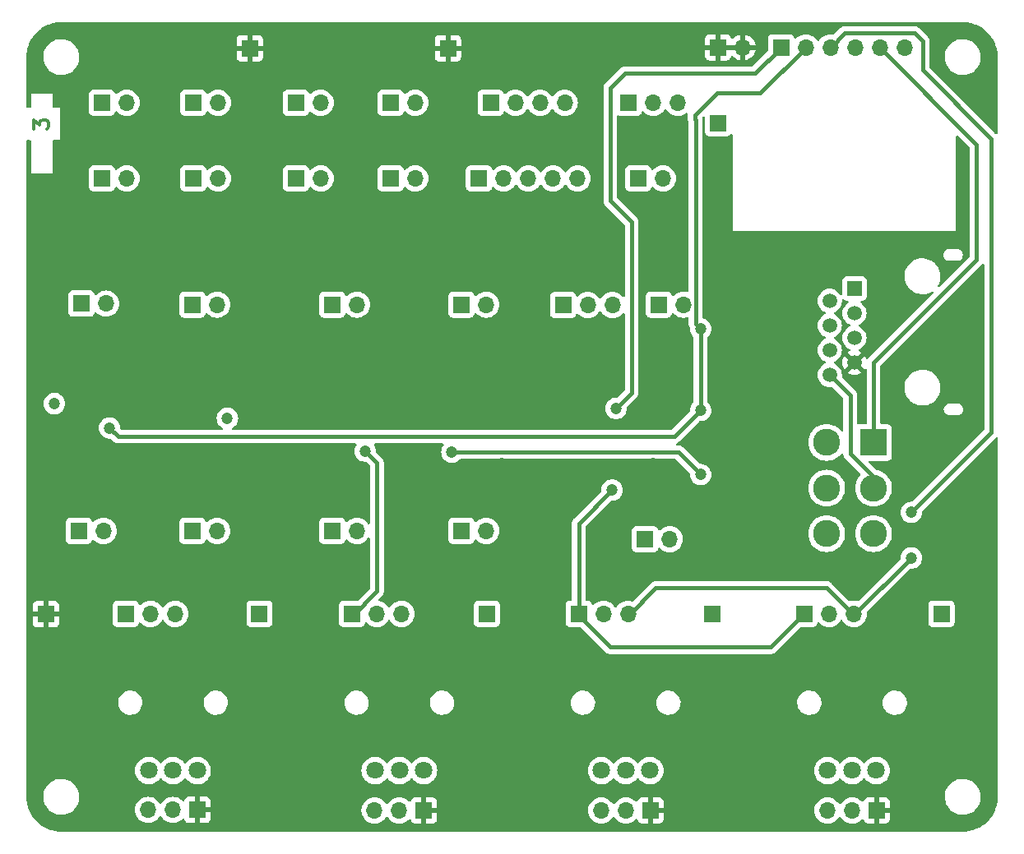
<source format=gbr>
%TF.GenerationSoftware,KiCad,Pcbnew,7.0.1*%
%TF.CreationDate,2023-03-30T14:31:40+01:00*%
%TF.ProjectId,DevBoard,44657642-6f61-4726-942e-6b696361645f,rev?*%
%TF.SameCoordinates,Original*%
%TF.FileFunction,Copper,L3,Inr*%
%TF.FilePolarity,Positive*%
%FSLAX46Y46*%
G04 Gerber Fmt 4.6, Leading zero omitted, Abs format (unit mm)*
G04 Created by KiCad (PCBNEW 7.0.1) date 2023-03-30 14:31:40*
%MOMM*%
%LPD*%
G01*
G04 APERTURE LIST*
%ADD10C,0.300000*%
%TA.AperFunction,NonConductor*%
%ADD11C,0.300000*%
%TD*%
%TA.AperFunction,ComponentPad*%
%ADD12R,1.700000X1.700000*%
%TD*%
%TA.AperFunction,ComponentPad*%
%ADD13O,1.700000X1.700000*%
%TD*%
%TA.AperFunction,ComponentPad*%
%ADD14R,2.775000X2.775000*%
%TD*%
%TA.AperFunction,ComponentPad*%
%ADD15C,2.775000*%
%TD*%
%TA.AperFunction,ComponentPad*%
%ADD16C,1.800000*%
%TD*%
%TA.AperFunction,ComponentPad*%
%ADD17R,1.500000X1.500000*%
%TD*%
%TA.AperFunction,ComponentPad*%
%ADD18C,1.500000*%
%TD*%
%TA.AperFunction,ViaPad*%
%ADD19C,1.200000*%
%TD*%
%TA.AperFunction,ViaPad*%
%ADD20C,0.800000*%
%TD*%
%TA.AperFunction,Conductor*%
%ADD21C,0.400000*%
%TD*%
G04 APERTURE END LIST*
D10*
%TO.C,FID1*%
D11*
X50793928Y-77599999D02*
X50793928Y-76671427D01*
X50793928Y-76671427D02*
X51365357Y-77171427D01*
X51365357Y-77171427D02*
X51365357Y-76957142D01*
X51365357Y-76957142D02*
X51436785Y-76814285D01*
X51436785Y-76814285D02*
X51508214Y-76742856D01*
X51508214Y-76742856D02*
X51651071Y-76671427D01*
X51651071Y-76671427D02*
X52008214Y-76671427D01*
X52008214Y-76671427D02*
X52151071Y-76742856D01*
X52151071Y-76742856D02*
X52222500Y-76814285D01*
X52222500Y-76814285D02*
X52293928Y-76957142D01*
X52293928Y-76957142D02*
X52293928Y-77385713D01*
X52293928Y-77385713D02*
X52222500Y-77528570D01*
X52222500Y-77528570D02*
X52151071Y-77599999D01*
%TD*%
D12*
%TO.N,GND*%
%TO.C,J41*%
X52000000Y-127600000D03*
%TD*%
%TO.N,/EurorackToMCU/CV_In2*%
%TO.C,J49*%
X67200000Y-82700000D03*
D13*
%TO.N,/EurorackToMCU/CV_Scaled_Out2*%
X69740000Y-82700000D03*
%TD*%
D12*
%TO.N,/MCUToEurorack/Audio_In2*%
%TO.C,J3*%
X87500000Y-74900000D03*
D13*
%TO.N,/MCUToEurorack/Audio_Out2*%
X90040000Y-74900000D03*
%TD*%
D12*
%TO.N,/DAC/DAC_OUT_AMP_L*%
%TO.C,J21*%
X113700000Y-119860000D03*
D13*
%TO.N,/DAC/DAC_OUT_AMP_R*%
X116240000Y-119860000D03*
%TD*%
D12*
%TO.N,/Pot4*%
%TO.C,J47*%
X144200000Y-127550000D03*
%TD*%
%TO.N,GND*%
%TO.C,J17*%
X137560000Y-147799665D03*
D13*
%TO.N,Net-(J17-Pin_2)*%
X135020000Y-147799665D03*
%TO.N,-12V*%
X132480000Y-147799665D03*
%TD*%
D12*
%TO.N,GND*%
%TO.C,J15*%
X114260000Y-147799665D03*
D13*
%TO.N,Net-(J15-Pin_2)*%
X111720000Y-147799665D03*
%TO.N,-12V*%
X109180000Y-147799665D03*
%TD*%
D12*
%TO.N,/MCUToEurorack/Audio_In2*%
%TO.C,J4*%
X94792500Y-95700000D03*
D13*
%TO.N,/MCUToEurorack/Audio_Out2*%
X97332500Y-95700000D03*
%TD*%
D12*
%TO.N,/DAC/DAC_LRCLK*%
%TO.C,J26*%
X112000000Y-74900000D03*
D13*
%TO.N,/DAC/DAC_DATA*%
X114540000Y-74900000D03*
%TO.N,/DAC/DAC_BCLK*%
X117080000Y-74900000D03*
%TD*%
%TO.N,/Interconnect5*%
%TO.C,J25*%
X106760000Y-82700000D03*
%TO.N,/Interconnect4*%
X104220000Y-82700000D03*
%TO.N,/Interconnect3*%
X101680000Y-82700000D03*
%TO.N,/Interconnect2*%
X99140000Y-82700000D03*
D12*
%TO.N,/Interconnect1*%
X96600000Y-82700000D03*
%TD*%
D14*
%TO.N,+12V*%
%TO.C,SW2*%
X137215000Y-109900000D03*
D15*
%TO.N,/+12V_IN*%
X137215000Y-114600000D03*
%TO.N,unconnected-(SW2A-C-Pad3)*%
X137215000Y-119300000D03*
%TO.N,-12V*%
X132385000Y-109900000D03*
%TO.N,/-12V_IN*%
X132385000Y-114600000D03*
%TO.N,unconnected-(SW2B-C-Pad6)*%
X132385000Y-119300000D03*
%TD*%
D12*
%TO.N,/MCUToEurorack/Audio_In1*%
%TO.C,J2*%
X81492500Y-95700000D03*
D13*
%TO.N,/MCUToEurorack/Audio_Out1*%
X84032500Y-95700000D03*
%TD*%
D16*
%TO.N,Net-(J14-Pin_2)*%
%TO.C,RV3*%
X114200000Y-143700000D03*
%TO.N,/Pot3*%
X111700000Y-143700000D03*
%TO.N,Net-(J15-Pin_2)*%
X109200000Y-143700000D03*
%TD*%
D12*
%TO.N,/EurorackToMCU/Audio12V_In1*%
%TO.C,J50*%
X55667500Y-95600000D03*
D13*
%TO.N,/EurorackToMCU/Audio_Scaled_Out1*%
X58207500Y-95600000D03*
%TD*%
D16*
%TO.N,Net-(J12-Pin_2)*%
%TO.C,RV2*%
X90900000Y-143700000D03*
%TO.N,/Pot2*%
X88400000Y-143700000D03*
%TO.N,Net-(J13-Pin_2)*%
X85900000Y-143700000D03*
%TD*%
D12*
%TO.N,GND*%
%TO.C,J10*%
X67625000Y-147750000D03*
D13*
%TO.N,Net-(J10-Pin_2)*%
X65085000Y-147750000D03*
%TO.N,-12V*%
X62545000Y-147750000D03*
%TD*%
D12*
%TO.N,/DAC/DAC_LRCLK*%
%TO.C,J18*%
X105255000Y-95735000D03*
D13*
%TO.N,/DAC/DAC_DATA*%
X107795000Y-95735000D03*
%TO.N,/DAC/DAC_BCLK*%
X110335000Y-95735000D03*
%TD*%
D12*
%TO.N,+12V*%
%TO.C,J12*%
X83530000Y-127550000D03*
D13*
%TO.N,Net-(J12-Pin_2)*%
X86070000Y-127550000D03*
%TO.N,+3.3V*%
X88610000Y-127550000D03*
%TD*%
D12*
%TO.N,/MCUToEurorack/CV2_In*%
%TO.C,J8*%
X87500000Y-82700000D03*
D13*
%TO.N,/MCUToEurorack/CV2_Out*%
X90040000Y-82700000D03*
%TD*%
D12*
%TO.N,+12V*%
%TO.C,J14*%
X106865000Y-127550000D03*
D13*
%TO.N,Net-(J14-Pin_2)*%
X109405000Y-127550000D03*
%TO.N,+3.3V*%
X111945000Y-127550000D03*
%TD*%
D12*
%TO.N,/DAC/DAC_OUT_L*%
%TO.C,J19*%
X115100000Y-95700000D03*
D13*
%TO.N,/DAC/DAC_OUT_R*%
X117640000Y-95700000D03*
%TD*%
D12*
%TO.N,GND*%
%TO.C,J39*%
X93400000Y-69300000D03*
%TD*%
%TO.N,/DAC/DAC_OUT_AMP_L*%
%TO.C,J20*%
X113000000Y-82700000D03*
D13*
%TO.N,/DAC/DAC_OUT_AMP_R*%
X115540000Y-82700000D03*
%TD*%
D16*
%TO.N,Net-(J16-Pin_2)*%
%TO.C,RV4*%
X137500000Y-143700000D03*
%TO.N,/Pot4*%
X135000000Y-143700000D03*
%TO.N,Net-(J17-Pin_2)*%
X132500000Y-143700000D03*
%TD*%
D12*
%TO.N,+3.3V*%
%TO.C,J35*%
X127700000Y-69200000D03*
D13*
%TO.N,+3.3VA*%
X130240000Y-69200000D03*
%TO.N,+5V*%
X132780000Y-69200000D03*
%TO.N,-5V*%
X135320000Y-69200000D03*
%TO.N,+12V*%
X137860000Y-69200000D03*
%TO.N,-12V*%
X140400000Y-69200000D03*
%TD*%
D12*
%TO.N,/EurorackToMCU/CV_In2*%
%TO.C,J33*%
X67100000Y-119000000D03*
D13*
%TO.N,/EurorackToMCU/CV_Scaled_Out2*%
X69640000Y-119000000D03*
%TD*%
D12*
%TO.N,/EurorackToMCU/Audio12V_In2*%
%TO.C,J32*%
X67092500Y-95700000D03*
D13*
%TO.N,/EurorackToMCU/Audio_Scaled_Out2*%
X69632500Y-95700000D03*
%TD*%
D12*
%TO.N,/Pot1*%
%TO.C,J52*%
X97800000Y-74900000D03*
D13*
%TO.N,/Pot2*%
X100340000Y-74900000D03*
%TO.N,/Pot3*%
X102880000Y-74900000D03*
%TO.N,/Pot4*%
X105420000Y-74900000D03*
%TD*%
D12*
%TO.N,/EurorackToMCU/Audio12V_In2*%
%TO.C,J51*%
X67200000Y-74900000D03*
D13*
%TO.N,/EurorackToMCU/Audio_Scaled_Out2*%
X69740000Y-74900000D03*
%TD*%
D12*
%TO.N,/Pot2*%
%TO.C,J45*%
X97400000Y-127550000D03*
%TD*%
%TO.N,/Pot3*%
%TO.C,J46*%
X120600000Y-127550000D03*
%TD*%
%TO.N,/EurorackToMCU/CV_In1*%
%TO.C,J30*%
X57800000Y-82700000D03*
D13*
%TO.N,/EurorackToMCU/CV_Scaled_Out1*%
X60340000Y-82700000D03*
%TD*%
D12*
%TO.N,/MCUToEurorack/CV1_In*%
%TO.C,J6*%
X77775000Y-82700000D03*
D13*
%TO.N,/MCUToEurorack/CV1_Out*%
X80315000Y-82700000D03*
%TD*%
D12*
%TO.N,GND*%
%TO.C,J40*%
X121200000Y-69200000D03*
D13*
X123740000Y-69200000D03*
%TD*%
D12*
%TO.N,/MCUToEurorack/Audio_In1*%
%TO.C,J1*%
X77750000Y-74900000D03*
D13*
%TO.N,/MCUToEurorack/Audio_Out1*%
X80290000Y-74900000D03*
%TD*%
D12*
%TO.N,GND*%
%TO.C,J23*%
X73000000Y-69300000D03*
%TD*%
%TO.N,/MCUToEurorack/CV2_In*%
%TO.C,J7*%
X94800000Y-119000000D03*
D13*
%TO.N,/MCUToEurorack/CV2_Out*%
X97340000Y-119000000D03*
%TD*%
D12*
%TO.N,/Pot1*%
%TO.C,J44*%
X74000000Y-127550000D03*
%TD*%
D16*
%TO.N,Net-(J9-Pin_2)*%
%TO.C,RV1*%
X67600000Y-143700000D03*
%TO.N,/Pot1*%
X65100000Y-143700000D03*
%TO.N,Net-(J10-Pin_2)*%
X62600000Y-143700000D03*
%TD*%
D12*
%TO.N,+12V*%
%TO.C,J16*%
X130100000Y-127550000D03*
D13*
%TO.N,Net-(J16-Pin_2)*%
X132640000Y-127550000D03*
%TO.N,+3.3V*%
X135180000Y-127550000D03*
%TD*%
D12*
%TO.N,/EurorackToMCU/Audio12V_In1*%
%TO.C,J31*%
X57800000Y-74900000D03*
D13*
%TO.N,/EurorackToMCU/Audio_Scaled_Out1*%
X60340000Y-74900000D03*
%TD*%
D12*
%TO.N,/MCUToEurorack/CV1_In*%
%TO.C,J5*%
X81500000Y-119000000D03*
D13*
%TO.N,/MCUToEurorack/CV1_Out*%
X84040000Y-119000000D03*
%TD*%
D12*
%TO.N,+12V*%
%TO.C,J9*%
X60230000Y-127550000D03*
D13*
%TO.N,Net-(J9-Pin_2)*%
X62770000Y-127550000D03*
%TO.N,+3.3V*%
X65310000Y-127550000D03*
%TD*%
D12*
%TO.N,/EurorackToMCU/CV_In1*%
%TO.C,J48*%
X55400000Y-119000000D03*
D13*
%TO.N,/EurorackToMCU/CV_Scaled_Out1*%
X57940000Y-119000000D03*
%TD*%
D12*
%TO.N,GND*%
%TO.C,J13*%
X90925000Y-147800000D03*
D13*
%TO.N,Net-(J13-Pin_2)*%
X88385000Y-147800000D03*
%TO.N,-12V*%
X85845000Y-147800000D03*
%TD*%
D12*
%TO.N,/Voltmeter_In*%
%TO.C,J22*%
X121200000Y-77000000D03*
%TD*%
D17*
%TO.N,/Interconnect1*%
%TO.C,J11*%
X135250000Y-94050000D03*
D18*
%TO.N,/Interconnect2*%
X132710000Y-95320000D03*
%TO.N,/Interconnect3*%
X135250000Y-96590000D03*
%TO.N,/Interconnect4*%
X132710000Y-97860000D03*
%TO.N,/Interconnect5*%
X135250000Y-99130000D03*
%TO.N,/-12V_IN*%
X132710000Y-100400000D03*
%TO.N,GND*%
X135250000Y-101670000D03*
%TO.N,/+12V_IN*%
X132710000Y-102940000D03*
%TD*%
D19*
%TO.N,GND*%
X105600000Y-102400000D03*
X53900000Y-107500000D03*
X105600000Y-104400000D03*
X124300000Y-110800000D03*
X98900000Y-112100000D03*
D20*
X80500000Y-101600000D03*
D19*
X105600000Y-107800000D03*
X114500000Y-112100000D03*
X79900000Y-110700000D03*
X122900000Y-96500000D03*
X98400000Y-107700000D03*
X124300000Y-114400000D03*
X113900000Y-102300000D03*
D20*
X116400000Y-105300000D03*
D19*
X117700000Y-98500000D03*
D20*
X113400000Y-104600000D03*
D19*
X123600000Y-99000000D03*
D20*
X98300000Y-101800000D03*
D19*
X80000000Y-107700000D03*
X105700000Y-114800000D03*
D20*
X110700000Y-102900000D03*
D19*
%TO.N,+12V*%
X84900000Y-110800000D03*
X110300000Y-114800000D03*
%TO.N,-12V*%
X119400000Y-113200000D03*
X93800000Y-110900000D03*
%TO.N,+5V*%
X141100000Y-117100000D03*
%TO.N,+3.3VA*%
X119400000Y-106600000D03*
X119400000Y-98200000D03*
X58576901Y-108399500D03*
%TO.N,-5V*%
X52900000Y-105900000D03*
X70700000Y-107400000D03*
%TO.N,+3.3V*%
X110700000Y-106400000D03*
X141100500Y-121800000D03*
%TD*%
D21*
%TO.N,+3.3V*%
X141068915Y-121800000D02*
X141100500Y-121800000D01*
X135180000Y-127688915D02*
X141068915Y-121800000D01*
X114794665Y-124900000D02*
X111945000Y-127749665D01*
X135180000Y-127688915D02*
X132391085Y-124900000D01*
X132391085Y-124900000D02*
X114794665Y-124900000D01*
%TO.N,+12V*%
X147800000Y-79215589D02*
X137860000Y-69275589D01*
X147800000Y-91100000D02*
X147800000Y-79215589D01*
X137860000Y-69275589D02*
X137860000Y-69200000D01*
X83530000Y-127800000D02*
X86100000Y-125230000D01*
X106865000Y-127749665D02*
X106865000Y-118235000D01*
X106865000Y-118235000D02*
X110300000Y-114800000D01*
X86100000Y-112000000D02*
X84900000Y-110800000D01*
X130100000Y-127688915D02*
X129911085Y-127688915D01*
X110115335Y-131000000D02*
X106865000Y-127749665D01*
X129911085Y-127688915D02*
X126600000Y-131000000D01*
X137215000Y-101685000D02*
X147800000Y-91100000D01*
X126600000Y-131000000D02*
X110115335Y-131000000D01*
X137215000Y-109900000D02*
X137215000Y-101685000D01*
X86100000Y-125230000D02*
X86100000Y-112000000D01*
%TO.N,-12V*%
X119400000Y-113200000D02*
X117100000Y-110900000D01*
X117100000Y-110900000D02*
X93800000Y-110900000D01*
%TO.N,+5V*%
X142250000Y-68550000D02*
X142250000Y-71550000D01*
X149300000Y-108900000D02*
X141100000Y-117100000D01*
X141400000Y-67700000D02*
X142250000Y-68550000D01*
X142250000Y-71550000D02*
X149300000Y-78600000D01*
X149300000Y-78600000D02*
X149300000Y-108900000D01*
X132780000Y-69200000D02*
X134280000Y-67700000D01*
X134280000Y-67700000D02*
X141400000Y-67700000D01*
%TO.N,/+12V_IN*%
X137215000Y-113475000D02*
X134800000Y-111060000D01*
X134800000Y-105030000D02*
X132710000Y-102940000D01*
X137215000Y-114600000D02*
X137215000Y-113475000D01*
X134800000Y-111060000D02*
X134800000Y-105030000D01*
%TO.N,+3.3VA*%
X130240000Y-69200000D02*
X125540000Y-73900000D01*
X116700000Y-109300000D02*
X59477401Y-109300000D01*
X118800000Y-76200000D02*
X118800000Y-76600000D01*
X121100000Y-73900000D02*
X118800000Y-76200000D01*
X125540000Y-73900000D02*
X121100000Y-73900000D01*
X119400000Y-106600000D02*
X116700000Y-109300000D01*
X118800000Y-76600000D02*
X118890000Y-76690000D01*
X119400000Y-98200000D02*
X119400000Y-106600000D01*
X118890000Y-76690000D02*
X118890000Y-97690000D01*
X118890000Y-97690000D02*
X119400000Y-98200000D01*
X59477401Y-109300000D02*
X58576901Y-108399500D01*
%TO.N,+3.3V*%
X110100000Y-73400000D02*
X110100000Y-85000000D01*
X125000000Y-71900000D02*
X111600000Y-71900000D01*
X111600000Y-71900000D02*
X110100000Y-73400000D01*
X127700000Y-69200000D02*
X125000000Y-71900000D01*
X112300000Y-104800000D02*
X110700000Y-106400000D01*
X112300000Y-87200000D02*
X112300000Y-104800000D01*
X110100000Y-85000000D02*
X112300000Y-87200000D01*
%TD*%
%TA.AperFunction,Conductor*%
%TO.N,GND*%
G36*
X146403032Y-66600648D02*
G01*
X146552626Y-66607998D01*
X146753811Y-66618542D01*
X146765452Y-66619707D01*
X146934666Y-66644808D01*
X146935603Y-66644952D01*
X147115073Y-66673377D01*
X147125756Y-66675556D01*
X147295381Y-66718045D01*
X147297074Y-66718484D01*
X147468881Y-66764519D01*
X147478541Y-66767537D01*
X147644600Y-66826954D01*
X147647196Y-66827916D01*
X147811582Y-66891018D01*
X147820153Y-66894684D01*
X147980321Y-66970437D01*
X147983592Y-66972043D01*
X148138535Y-67050991D01*
X148139723Y-67051596D01*
X148147174Y-67055721D01*
X148276466Y-67133216D01*
X148299533Y-67147042D01*
X148303317Y-67149404D01*
X148449875Y-67244580D01*
X148456177Y-67248955D01*
X148599101Y-67354955D01*
X148603269Y-67358187D01*
X148738880Y-67468002D01*
X148744083Y-67472459D01*
X148876039Y-67592057D01*
X148880425Y-67596234D01*
X149003764Y-67719573D01*
X149007943Y-67723962D01*
X149127534Y-67855909D01*
X149131996Y-67861118D01*
X149241811Y-67996729D01*
X149245043Y-68000897D01*
X149351032Y-68143806D01*
X149355429Y-68150138D01*
X149450593Y-68296679D01*
X149452956Y-68300465D01*
X149544275Y-68452821D01*
X149548402Y-68460275D01*
X149627951Y-68616398D01*
X149629561Y-68619677D01*
X149705314Y-68779845D01*
X149708983Y-68788423D01*
X149772064Y-68952755D01*
X149773051Y-68955418D01*
X149832458Y-69121448D01*
X149835482Y-69131129D01*
X149881483Y-69302805D01*
X149881992Y-69304769D01*
X149924436Y-69474215D01*
X149926625Y-69484947D01*
X149955024Y-69664252D01*
X149955209Y-69665455D01*
X149980287Y-69834514D01*
X149981459Y-69846220D01*
X149991987Y-70047127D01*
X149991884Y-70047132D01*
X149992009Y-70047531D01*
X149999351Y-70196967D01*
X149999500Y-70203052D01*
X149999500Y-78008328D01*
X149986657Y-78063283D01*
X149950789Y-78106855D01*
X149899326Y-78130018D01*
X149842927Y-78127973D01*
X149793275Y-78101145D01*
X149783326Y-78092331D01*
X149783161Y-78092185D01*
X149777707Y-78087051D01*
X142986819Y-71296162D01*
X142959939Y-71255934D01*
X142950500Y-71208481D01*
X142950500Y-70267764D01*
X144545787Y-70267764D01*
X144575413Y-70537016D01*
X144643928Y-70799087D01*
X144749871Y-71048392D01*
X144890982Y-71279611D01*
X145064253Y-71487818D01*
X145064255Y-71487820D01*
X145265998Y-71668582D01*
X145491910Y-71818044D01*
X145598211Y-71867875D01*
X145737177Y-71933021D01*
X145996562Y-72011058D01*
X145996569Y-72011060D01*
X146264561Y-72050500D01*
X146467631Y-72050500D01*
X146467634Y-72050500D01*
X146670156Y-72035677D01*
X146670156Y-72035676D01*
X146934553Y-71976780D01*
X147187558Y-71880014D01*
X147423777Y-71747441D01*
X147638177Y-71581888D01*
X147826186Y-71386881D01*
X147983799Y-71166579D01*
X148107656Y-70925675D01*
X148195118Y-70669305D01*
X148244319Y-70402933D01*
X148254212Y-70132235D01*
X148224586Y-69862982D01*
X148156072Y-69600912D01*
X148050130Y-69351610D01*
X147977999Y-69233420D01*
X147909017Y-69120388D01*
X147735746Y-68912181D01*
X147630758Y-68818112D01*
X147534002Y-68731418D01*
X147308090Y-68581956D01*
X147293083Y-68574921D01*
X147062822Y-68466978D01*
X146803437Y-68388941D01*
X146803431Y-68388940D01*
X146535439Y-68349500D01*
X146332369Y-68349500D01*
X146332366Y-68349500D01*
X146129843Y-68364322D01*
X145865449Y-68423219D01*
X145612441Y-68519986D01*
X145376223Y-68652559D01*
X145161825Y-68818109D01*
X144973813Y-69013120D01*
X144816201Y-69233420D01*
X144692342Y-69474329D01*
X144604881Y-69730695D01*
X144555680Y-69997066D01*
X144545787Y-70267764D01*
X142950500Y-70267764D01*
X142950500Y-68574921D01*
X142950726Y-68567434D01*
X142951458Y-68555337D01*
X142954358Y-68507394D01*
X142943507Y-68448185D01*
X142942390Y-68440841D01*
X142935140Y-68381128D01*
X142931547Y-68371656D01*
X142925522Y-68350044D01*
X142923695Y-68340069D01*
X142899009Y-68285220D01*
X142896152Y-68278326D01*
X142874818Y-68222070D01*
X142869053Y-68213719D01*
X142858036Y-68194183D01*
X142853878Y-68184944D01*
X142816788Y-68137603D01*
X142812352Y-68131574D01*
X142796018Y-68107910D01*
X142778183Y-68082071D01*
X142733145Y-68042171D01*
X142727707Y-68037051D01*
X141912940Y-67222283D01*
X141907822Y-67216847D01*
X141867929Y-67171817D01*
X141818432Y-67137651D01*
X141812405Y-67133216D01*
X141765054Y-67096120D01*
X141755813Y-67091961D01*
X141736273Y-67080941D01*
X141727930Y-67075182D01*
X141727927Y-67075181D01*
X141727926Y-67075180D01*
X141671701Y-67053856D01*
X141664783Y-67050991D01*
X141609929Y-67026303D01*
X141599952Y-67024475D01*
X141578339Y-67018450D01*
X141568873Y-67014860D01*
X141509172Y-67007610D01*
X141501771Y-67006483D01*
X141442607Y-66995641D01*
X141382566Y-66999274D01*
X141375079Y-66999500D01*
X134304910Y-66999500D01*
X134297423Y-66999274D01*
X134237391Y-66995642D01*
X134178242Y-67006481D01*
X134170843Y-67007608D01*
X134111122Y-67014860D01*
X134101641Y-67018456D01*
X134080036Y-67024479D01*
X134070069Y-67026305D01*
X134015234Y-67050984D01*
X134008318Y-67053848D01*
X133952069Y-67075181D01*
X133943725Y-67080941D01*
X133924183Y-67091963D01*
X133914944Y-67096121D01*
X133867594Y-67133216D01*
X133861566Y-67137652D01*
X133812067Y-67171819D01*
X133772183Y-67216838D01*
X133767051Y-67222290D01*
X133151994Y-67837347D01*
X133096408Y-67869440D01*
X133032222Y-67869441D01*
X133015410Y-67864936D01*
X132779999Y-67844340D01*
X132544592Y-67864936D01*
X132316336Y-67926097D01*
X132102170Y-68025965D01*
X131908598Y-68161505D01*
X131741505Y-68328598D01*
X131611575Y-68514159D01*
X131567257Y-68553025D01*
X131510000Y-68567036D01*
X131452743Y-68553025D01*
X131408425Y-68514159D01*
X131370695Y-68460275D01*
X131278495Y-68328599D01*
X131111401Y-68161505D01*
X130917830Y-68025965D01*
X130703663Y-67926097D01*
X130631074Y-67906647D01*
X130475407Y-67864936D01*
X130240000Y-67844340D01*
X130004592Y-67864936D01*
X129776336Y-67926097D01*
X129562170Y-68025965D01*
X129368601Y-68161503D01*
X129246673Y-68283431D01*
X129193926Y-68314726D01*
X129132634Y-68316915D01*
X129077789Y-68289462D01*
X129042810Y-68239082D01*
X129026061Y-68194176D01*
X128993796Y-68107669D01*
X128907546Y-67992454D01*
X128792331Y-67906204D01*
X128657483Y-67855909D01*
X128597873Y-67849500D01*
X128597869Y-67849500D01*
X126802130Y-67849500D01*
X126742515Y-67855909D01*
X126607669Y-67906204D01*
X126492454Y-67992454D01*
X126406204Y-68107668D01*
X126356852Y-68239987D01*
X126355909Y-68242517D01*
X126350081Y-68296731D01*
X126349500Y-68302131D01*
X126349500Y-69508480D01*
X126340061Y-69555933D01*
X126313181Y-69596161D01*
X124746162Y-71163181D01*
X124705934Y-71190061D01*
X124658481Y-71199500D01*
X111624910Y-71199500D01*
X111617423Y-71199274D01*
X111557391Y-71195642D01*
X111498242Y-71206481D01*
X111490843Y-71207608D01*
X111431122Y-71214860D01*
X111421641Y-71218456D01*
X111400036Y-71224479D01*
X111390069Y-71226305D01*
X111335234Y-71250984D01*
X111328318Y-71253848D01*
X111272069Y-71275181D01*
X111263725Y-71280941D01*
X111244183Y-71291963D01*
X111234944Y-71296121D01*
X111187594Y-71333216D01*
X111181566Y-71337652D01*
X111132067Y-71371819D01*
X111092183Y-71416838D01*
X111087051Y-71422290D01*
X109622290Y-72887051D01*
X109616838Y-72892183D01*
X109571816Y-72932070D01*
X109537649Y-72981568D01*
X109533213Y-72987597D01*
X109496121Y-73034942D01*
X109491961Y-73044186D01*
X109480941Y-73063725D01*
X109475182Y-73072069D01*
X109453853Y-73128305D01*
X109450989Y-73135219D01*
X109426303Y-73190070D01*
X109424475Y-73200047D01*
X109418454Y-73221648D01*
X109414859Y-73231128D01*
X109407609Y-73290827D01*
X109406483Y-73298226D01*
X109395641Y-73357391D01*
X109399274Y-73417434D01*
X109399500Y-73424921D01*
X109399500Y-84975079D01*
X109399274Y-84982566D01*
X109395641Y-85042607D01*
X109406483Y-85101771D01*
X109407610Y-85109172D01*
X109414860Y-85168873D01*
X109418450Y-85178339D01*
X109424475Y-85199952D01*
X109426303Y-85209929D01*
X109450991Y-85264783D01*
X109453856Y-85271701D01*
X109475180Y-85327926D01*
X109475182Y-85327930D01*
X109480941Y-85336273D01*
X109491961Y-85355813D01*
X109496120Y-85365054D01*
X109533216Y-85412405D01*
X109537651Y-85418432D01*
X109571817Y-85467929D01*
X109616847Y-85507822D01*
X109622283Y-85512940D01*
X111563181Y-87453838D01*
X111590061Y-87494066D01*
X111599500Y-87541519D01*
X111599500Y-94793090D01*
X111583953Y-94853206D01*
X111541211Y-94898247D01*
X111481991Y-94916920D01*
X111421144Y-94904541D01*
X111381636Y-94870799D01*
X111381166Y-94871270D01*
X111375194Y-94865298D01*
X111373927Y-94864216D01*
X111373494Y-94863598D01*
X111206404Y-94696508D01*
X111206403Y-94696507D01*
X111206401Y-94696505D01*
X111012830Y-94560965D01*
X110798663Y-94461097D01*
X110737502Y-94444709D01*
X110570407Y-94399936D01*
X110335000Y-94379340D01*
X110099592Y-94399936D01*
X109871336Y-94461097D01*
X109657170Y-94560965D01*
X109463598Y-94696505D01*
X109296505Y-94863598D01*
X109166575Y-95049159D01*
X109122257Y-95088025D01*
X109065000Y-95102036D01*
X109007743Y-95088025D01*
X108963425Y-95049159D01*
X108874507Y-94922171D01*
X108833495Y-94863599D01*
X108666401Y-94696505D01*
X108472830Y-94560965D01*
X108258663Y-94461097D01*
X108197502Y-94444709D01*
X108030407Y-94399936D01*
X107795000Y-94379340D01*
X107559592Y-94399936D01*
X107331336Y-94461097D01*
X107117170Y-94560965D01*
X106923601Y-94696503D01*
X106801673Y-94818431D01*
X106748926Y-94849726D01*
X106687634Y-94851915D01*
X106632789Y-94824462D01*
X106597810Y-94774082D01*
X106570973Y-94702130D01*
X106548796Y-94642669D01*
X106462546Y-94527454D01*
X106347331Y-94441204D01*
X106212483Y-94390909D01*
X106152873Y-94384500D01*
X106152869Y-94384500D01*
X104357130Y-94384500D01*
X104297515Y-94390909D01*
X104162669Y-94441204D01*
X104047454Y-94527454D01*
X103961204Y-94642668D01*
X103923963Y-94742516D01*
X103910909Y-94777517D01*
X103906909Y-94814726D01*
X103904500Y-94837130D01*
X103904500Y-96632869D01*
X103910909Y-96692484D01*
X103914601Y-96702382D01*
X103961204Y-96827331D01*
X104047454Y-96942546D01*
X104162669Y-97028796D01*
X104297517Y-97079091D01*
X104357127Y-97085500D01*
X106152872Y-97085499D01*
X106212483Y-97079091D01*
X106347331Y-97028796D01*
X106462546Y-96942546D01*
X106548796Y-96827331D01*
X106597810Y-96695916D01*
X106632789Y-96645537D01*
X106687634Y-96618084D01*
X106748927Y-96620273D01*
X106801672Y-96651568D01*
X106923599Y-96773495D01*
X107117170Y-96909035D01*
X107331337Y-97008903D01*
X107559592Y-97070063D01*
X107795000Y-97090659D01*
X108030408Y-97070063D01*
X108258663Y-97008903D01*
X108472830Y-96909035D01*
X108666401Y-96773495D01*
X108833495Y-96606401D01*
X108963426Y-96420839D01*
X109007743Y-96381975D01*
X109065000Y-96367964D01*
X109122257Y-96381975D01*
X109166573Y-96420839D01*
X109296505Y-96606401D01*
X109463599Y-96773495D01*
X109657170Y-96909035D01*
X109871337Y-97008903D01*
X110099592Y-97070063D01*
X110335000Y-97090659D01*
X110570408Y-97070063D01*
X110798663Y-97008903D01*
X111012830Y-96909035D01*
X111206401Y-96773495D01*
X111373495Y-96606401D01*
X111373927Y-96605783D01*
X111375194Y-96604701D01*
X111381166Y-96598730D01*
X111381636Y-96599200D01*
X111421144Y-96565459D01*
X111481991Y-96553080D01*
X111541211Y-96571753D01*
X111583953Y-96616794D01*
X111599500Y-96676910D01*
X111599500Y-104458481D01*
X111590061Y-104505934D01*
X111563181Y-104546162D01*
X110846161Y-105263181D01*
X110805933Y-105290061D01*
X110758480Y-105299500D01*
X110598024Y-105299500D01*
X110526121Y-105312941D01*
X110397542Y-105336976D01*
X110207361Y-105410652D01*
X110033958Y-105518018D01*
X109883236Y-105655419D01*
X109760324Y-105818181D01*
X109669418Y-106000748D01*
X109613602Y-106196916D01*
X109594785Y-106400000D01*
X109613602Y-106603083D01*
X109669418Y-106799251D01*
X109760324Y-106981818D01*
X109883236Y-107144580D01*
X110033958Y-107281981D01*
X110207361Y-107389347D01*
X110207363Y-107389348D01*
X110397544Y-107463024D01*
X110598024Y-107500500D01*
X110801974Y-107500500D01*
X110801976Y-107500500D01*
X111002456Y-107463024D01*
X111192637Y-107389348D01*
X111366041Y-107281981D01*
X111516764Y-107144579D01*
X111639673Y-106981821D01*
X111639673Y-106981819D01*
X111639675Y-106981818D01*
X111685719Y-106889347D01*
X111730582Y-106799250D01*
X111786397Y-106603083D01*
X111805215Y-106400000D01*
X111800870Y-106353114D01*
X111807710Y-106299565D01*
X111836658Y-106253997D01*
X112777731Y-105312924D01*
X112783150Y-105307823D01*
X112828183Y-105267929D01*
X112862377Y-105218389D01*
X112866770Y-105212419D01*
X112903878Y-105165056D01*
X112908035Y-105155818D01*
X112919061Y-105136268D01*
X112924818Y-105127930D01*
X112946152Y-105071674D01*
X112948994Y-105064811D01*
X112973695Y-105009931D01*
X112975522Y-104999956D01*
X112981549Y-104978339D01*
X112985140Y-104968872D01*
X112992387Y-104909179D01*
X112993514Y-104901777D01*
X113004358Y-104842606D01*
X113000726Y-104782566D01*
X113000500Y-104775079D01*
X113000500Y-87224921D01*
X113000726Y-87217434D01*
X113000927Y-87214102D01*
X113004358Y-87157394D01*
X112993507Y-87098185D01*
X112992390Y-87090841D01*
X112985140Y-87031128D01*
X112981547Y-87021656D01*
X112975522Y-87000044D01*
X112973695Y-86990069D01*
X112949009Y-86935220D01*
X112946152Y-86928326D01*
X112924818Y-86872070D01*
X112924816Y-86872068D01*
X112924816Y-86872066D01*
X112919062Y-86863731D01*
X112908033Y-86844177D01*
X112903878Y-86834944D01*
X112866780Y-86787591D01*
X112862352Y-86781573D01*
X112828184Y-86732072D01*
X112828183Y-86732071D01*
X112783153Y-86692178D01*
X112777715Y-86687058D01*
X110836819Y-84746162D01*
X110809939Y-84705934D01*
X110800500Y-84658481D01*
X110800500Y-83597869D01*
X111649500Y-83597869D01*
X111655909Y-83657484D01*
X111681056Y-83724907D01*
X111706204Y-83792331D01*
X111792454Y-83907546D01*
X111907669Y-83993796D01*
X112042517Y-84044091D01*
X112102127Y-84050500D01*
X113897872Y-84050499D01*
X113957483Y-84044091D01*
X114092331Y-83993796D01*
X114207546Y-83907546D01*
X114293796Y-83792331D01*
X114342810Y-83660916D01*
X114377789Y-83610537D01*
X114432634Y-83583084D01*
X114493927Y-83585273D01*
X114546673Y-83616569D01*
X114668599Y-83738495D01*
X114862170Y-83874035D01*
X115076337Y-83973903D01*
X115304591Y-84035062D01*
X115304592Y-84035063D01*
X115539999Y-84055659D01*
X115539999Y-84055658D01*
X115540000Y-84055659D01*
X115775408Y-84035063D01*
X116003663Y-83973903D01*
X116217830Y-83874035D01*
X116411401Y-83738495D01*
X116578495Y-83571401D01*
X116714035Y-83377830D01*
X116813903Y-83163663D01*
X116875063Y-82935408D01*
X116895659Y-82700000D01*
X116875063Y-82464592D01*
X116813903Y-82236337D01*
X116714035Y-82022171D01*
X116578495Y-81828599D01*
X116411401Y-81661505D01*
X116217830Y-81525965D01*
X116003663Y-81426097D01*
X115942501Y-81409709D01*
X115775407Y-81364936D01*
X115539999Y-81344340D01*
X115304592Y-81364936D01*
X115076336Y-81426097D01*
X114862170Y-81525965D01*
X114668601Y-81661503D01*
X114546673Y-81783431D01*
X114493926Y-81814726D01*
X114432634Y-81816915D01*
X114377789Y-81789462D01*
X114342810Y-81739082D01*
X114335658Y-81719907D01*
X114293796Y-81607669D01*
X114207546Y-81492454D01*
X114092331Y-81406204D01*
X113957483Y-81355909D01*
X113897873Y-81349500D01*
X113897869Y-81349500D01*
X112102130Y-81349500D01*
X112042515Y-81355909D01*
X111907669Y-81406204D01*
X111792454Y-81492454D01*
X111706204Y-81607668D01*
X111655909Y-81742516D01*
X111649500Y-81802130D01*
X111649500Y-83597869D01*
X110800500Y-83597869D01*
X110800500Y-76332418D01*
X110814624Y-76274943D01*
X110853780Y-76230562D01*
X110909046Y-76209385D01*
X110967833Y-76216236D01*
X111042514Y-76244090D01*
X111042517Y-76244091D01*
X111102127Y-76250500D01*
X112897872Y-76250499D01*
X112957483Y-76244091D01*
X113092331Y-76193796D01*
X113207546Y-76107546D01*
X113293796Y-75992331D01*
X113342810Y-75860916D01*
X113377789Y-75810537D01*
X113432634Y-75783084D01*
X113493927Y-75785273D01*
X113546673Y-75816569D01*
X113668599Y-75938495D01*
X113862170Y-76074035D01*
X114076337Y-76173903D01*
X114304592Y-76235063D01*
X114540000Y-76255659D01*
X114775408Y-76235063D01*
X115003663Y-76173903D01*
X115217830Y-76074035D01*
X115411401Y-75938495D01*
X115578495Y-75771401D01*
X115708426Y-75585839D01*
X115752743Y-75546975D01*
X115810000Y-75532964D01*
X115867257Y-75546975D01*
X115911573Y-75585839D01*
X116041505Y-75771401D01*
X116208599Y-75938495D01*
X116402170Y-76074035D01*
X116616337Y-76173903D01*
X116844592Y-76235063D01*
X117080000Y-76255659D01*
X117315408Y-76235063D01*
X117543663Y-76173903D01*
X117757830Y-76074035D01*
X117914614Y-75964253D01*
X117967158Y-75943228D01*
X118023576Y-75947744D01*
X118072110Y-75976862D01*
X118102649Y-76024515D01*
X118108830Y-76080775D01*
X118107610Y-76090823D01*
X118106483Y-76098226D01*
X118095641Y-76157391D01*
X118099274Y-76217434D01*
X118099500Y-76224921D01*
X118099500Y-76575079D01*
X118099274Y-76582566D01*
X118095641Y-76642607D01*
X118106483Y-76701771D01*
X118107610Y-76709172D01*
X118114860Y-76768873D01*
X118118450Y-76778339D01*
X118124475Y-76799952D01*
X118126303Y-76809929D01*
X118150991Y-76864783D01*
X118153856Y-76871701D01*
X118180521Y-76942007D01*
X118179901Y-76942241D01*
X118183886Y-76950426D01*
X118189500Y-76987313D01*
X118189500Y-94287497D01*
X118176712Y-94342341D01*
X118140986Y-94385873D01*
X118089691Y-94409114D01*
X118033407Y-94407272D01*
X117875407Y-94364936D01*
X117640000Y-94344340D01*
X117404592Y-94364936D01*
X117176336Y-94426097D01*
X116962170Y-94525965D01*
X116768601Y-94661503D01*
X116646673Y-94783431D01*
X116593926Y-94814726D01*
X116532634Y-94816915D01*
X116477789Y-94789462D01*
X116442810Y-94739082D01*
X116432697Y-94711969D01*
X116393796Y-94607669D01*
X116307546Y-94492454D01*
X116192331Y-94406204D01*
X116057483Y-94355909D01*
X115997873Y-94349500D01*
X115997869Y-94349500D01*
X114202130Y-94349500D01*
X114142515Y-94355909D01*
X114007669Y-94406204D01*
X113892454Y-94492454D01*
X113806204Y-94607668D01*
X113755909Y-94742516D01*
X113749500Y-94802130D01*
X113749500Y-96597869D01*
X113755909Y-96657484D01*
X113770244Y-96695917D01*
X113806204Y-96792331D01*
X113892454Y-96907546D01*
X114007669Y-96993796D01*
X114142517Y-97044091D01*
X114202127Y-97050500D01*
X115997872Y-97050499D01*
X116057483Y-97044091D01*
X116192331Y-96993796D01*
X116307546Y-96907546D01*
X116393796Y-96792331D01*
X116442810Y-96660916D01*
X116477789Y-96610537D01*
X116532634Y-96583084D01*
X116593927Y-96585273D01*
X116646672Y-96616568D01*
X116768599Y-96738495D01*
X116962170Y-96874035D01*
X117176337Y-96973903D01*
X117404592Y-97035063D01*
X117640000Y-97055659D01*
X117875408Y-97035063D01*
X117973043Y-97008902D01*
X118033407Y-96992728D01*
X118089691Y-96990886D01*
X118140986Y-97014127D01*
X118176712Y-97057659D01*
X118189500Y-97112503D01*
X118189500Y-97665079D01*
X118189274Y-97672566D01*
X118185641Y-97732607D01*
X118196483Y-97791771D01*
X118197610Y-97799172D01*
X118204860Y-97858873D01*
X118208450Y-97868339D01*
X118214475Y-97889952D01*
X118216303Y-97899929D01*
X118240991Y-97954783D01*
X118243856Y-97961701D01*
X118265180Y-98017926D01*
X118265182Y-98017930D01*
X118270941Y-98026273D01*
X118281962Y-98045814D01*
X118291032Y-98065966D01*
X118301428Y-98128298D01*
X118294784Y-98199999D01*
X118313602Y-98403083D01*
X118369418Y-98599251D01*
X118460324Y-98781818D01*
X118583236Y-98944580D01*
X118659038Y-99013682D01*
X118688934Y-99055233D01*
X118699500Y-99105319D01*
X118699500Y-105694681D01*
X118688934Y-105744767D01*
X118659038Y-105786318D01*
X118583236Y-105855419D01*
X118460324Y-106018181D01*
X118369418Y-106200748D01*
X118313602Y-106396916D01*
X118294785Y-106599999D01*
X118299128Y-106646884D01*
X118292287Y-106700435D01*
X118263338Y-106746003D01*
X116446162Y-108563181D01*
X116405934Y-108590061D01*
X116358481Y-108599500D01*
X71289045Y-108599500D01*
X71227708Y-108583267D01*
X71182430Y-108538818D01*
X71165066Y-108477791D01*
X71180163Y-108416165D01*
X71223767Y-108370073D01*
X71366041Y-108281981D01*
X71516764Y-108144579D01*
X71639673Y-107981821D01*
X71639673Y-107981819D01*
X71639675Y-107981818D01*
X71686390Y-107888000D01*
X71730582Y-107799250D01*
X71786397Y-107603083D01*
X71805215Y-107400000D01*
X71786397Y-107196917D01*
X71730582Y-107000750D01*
X71711797Y-106963024D01*
X71639675Y-106818181D01*
X71516763Y-106655419D01*
X71366041Y-106518018D01*
X71192638Y-106410652D01*
X71002457Y-106336976D01*
X70935629Y-106324484D01*
X70801976Y-106299500D01*
X70598024Y-106299500D01*
X70497784Y-106318237D01*
X70397542Y-106336976D01*
X70207361Y-106410652D01*
X70033958Y-106518018D01*
X69883236Y-106655419D01*
X69760324Y-106818181D01*
X69669418Y-107000748D01*
X69613602Y-107196916D01*
X69594785Y-107400000D01*
X69613602Y-107603083D01*
X69669418Y-107799251D01*
X69760324Y-107981818D01*
X69883236Y-108144580D01*
X70033956Y-108281979D01*
X70033958Y-108281980D01*
X70033959Y-108281981D01*
X70075422Y-108307654D01*
X70176233Y-108370073D01*
X70219837Y-108416165D01*
X70234934Y-108477791D01*
X70217570Y-108538818D01*
X70172292Y-108583267D01*
X70110955Y-108599500D01*
X59818920Y-108599500D01*
X59771467Y-108590061D01*
X59731239Y-108563181D01*
X59713561Y-108545503D01*
X59684611Y-108499933D01*
X59677771Y-108446383D01*
X59682116Y-108399500D01*
X59663298Y-108196417D01*
X59658123Y-108178230D01*
X59641101Y-108118404D01*
X59607483Y-108000250D01*
X59568365Y-107921690D01*
X59516576Y-107817681D01*
X59393664Y-107654919D01*
X59242942Y-107517518D01*
X59069539Y-107410152D01*
X58879358Y-107336476D01*
X58812530Y-107323983D01*
X58678877Y-107299000D01*
X58474925Y-107299000D01*
X58374684Y-107317738D01*
X58274443Y-107336476D01*
X58084262Y-107410152D01*
X57910859Y-107517518D01*
X57760137Y-107654919D01*
X57637225Y-107817681D01*
X57546319Y-108000248D01*
X57490503Y-108196416D01*
X57471686Y-108399500D01*
X57490503Y-108602583D01*
X57546319Y-108798751D01*
X57637225Y-108981318D01*
X57760137Y-109144080D01*
X57910859Y-109281481D01*
X58084262Y-109388847D01*
X58084264Y-109388848D01*
X58274445Y-109462524D01*
X58474925Y-109500000D01*
X58474927Y-109500000D01*
X58635382Y-109500000D01*
X58682835Y-109509439D01*
X58723063Y-109536319D01*
X58964459Y-109777715D01*
X58969579Y-109783153D01*
X59009472Y-109828183D01*
X59009473Y-109828184D01*
X59058970Y-109862349D01*
X59065003Y-109866788D01*
X59112344Y-109903877D01*
X59121575Y-109908031D01*
X59141127Y-109919058D01*
X59149471Y-109924818D01*
X59205723Y-109946151D01*
X59212629Y-109949012D01*
X59267469Y-109973694D01*
X59277431Y-109975519D01*
X59299051Y-109981546D01*
X59308526Y-109985139D01*
X59308529Y-109985140D01*
X59368257Y-109992392D01*
X59375602Y-109993509D01*
X59434795Y-110004357D01*
X59494823Y-110000726D01*
X59502311Y-110000500D01*
X83875685Y-110000500D01*
X83940963Y-110019073D01*
X83986685Y-110069229D01*
X83999156Y-110135942D01*
X83974639Y-110199226D01*
X83974433Y-110199500D01*
X83960324Y-110218181D01*
X83869418Y-110400748D01*
X83813602Y-110596916D01*
X83794785Y-110800000D01*
X83813602Y-111003083D01*
X83869418Y-111199251D01*
X83960324Y-111381818D01*
X84083236Y-111544580D01*
X84233958Y-111681981D01*
X84405184Y-111787999D01*
X84407363Y-111789348D01*
X84597544Y-111863024D01*
X84798024Y-111900500D01*
X84798026Y-111900500D01*
X84958481Y-111900500D01*
X85005934Y-111909939D01*
X85046162Y-111936819D01*
X85363181Y-112253838D01*
X85390061Y-112294066D01*
X85399500Y-112341519D01*
X85399500Y-118193765D01*
X85383953Y-118253881D01*
X85341210Y-118298923D01*
X85281990Y-118317595D01*
X85221142Y-118305215D01*
X85173925Y-118264888D01*
X85128840Y-118200500D01*
X85078495Y-118128599D01*
X84911401Y-117961505D01*
X84717830Y-117825965D01*
X84503663Y-117726097D01*
X84442501Y-117709709D01*
X84275407Y-117664936D01*
X84040000Y-117644340D01*
X83804592Y-117664936D01*
X83576336Y-117726097D01*
X83362170Y-117825965D01*
X83168601Y-117961503D01*
X83046673Y-118083431D01*
X82993926Y-118114726D01*
X82932634Y-118116915D01*
X82877789Y-118089462D01*
X82842810Y-118039082D01*
X82835658Y-118019907D01*
X82793796Y-117907669D01*
X82707546Y-117792454D01*
X82592331Y-117706204D01*
X82457483Y-117655909D01*
X82397873Y-117649500D01*
X82397869Y-117649500D01*
X80602130Y-117649500D01*
X80542515Y-117655909D01*
X80407669Y-117706204D01*
X80292454Y-117792454D01*
X80206204Y-117907668D01*
X80206203Y-117907669D01*
X80206204Y-117907669D01*
X80155909Y-118042517D01*
X80153371Y-118066128D01*
X80149500Y-118102130D01*
X80149500Y-119897869D01*
X80155909Y-119957484D01*
X80181056Y-120024907D01*
X80206204Y-120092331D01*
X80292454Y-120207546D01*
X80407669Y-120293796D01*
X80542517Y-120344091D01*
X80602127Y-120350500D01*
X82397872Y-120350499D01*
X82457483Y-120344091D01*
X82592331Y-120293796D01*
X82707546Y-120207546D01*
X82793796Y-120092331D01*
X82842810Y-119960916D01*
X82877789Y-119910537D01*
X82932634Y-119883084D01*
X82993927Y-119885273D01*
X83046672Y-119916568D01*
X83168599Y-120038495D01*
X83362170Y-120174035D01*
X83576337Y-120273903D01*
X83804592Y-120335063D01*
X84040000Y-120355659D01*
X84275408Y-120335063D01*
X84503663Y-120273903D01*
X84717830Y-120174035D01*
X84911401Y-120038495D01*
X85078495Y-119871401D01*
X85173926Y-119735110D01*
X85221142Y-119694785D01*
X85281990Y-119682406D01*
X85341210Y-119701078D01*
X85383953Y-119746120D01*
X85399500Y-119806236D01*
X85399500Y-124888481D01*
X85390061Y-124935934D01*
X85363181Y-124976162D01*
X84176160Y-126163181D01*
X84135932Y-126190061D01*
X84088479Y-126199500D01*
X82632130Y-126199500D01*
X82572515Y-126205909D01*
X82437669Y-126256204D01*
X82322454Y-126342454D01*
X82236204Y-126457668D01*
X82185909Y-126592516D01*
X82179500Y-126652130D01*
X82179500Y-128447869D01*
X82185909Y-128507484D01*
X82204517Y-128557375D01*
X82236204Y-128642331D01*
X82322454Y-128757546D01*
X82437669Y-128843796D01*
X82572517Y-128894091D01*
X82632127Y-128900500D01*
X84427872Y-128900499D01*
X84487483Y-128894091D01*
X84622331Y-128843796D01*
X84737546Y-128757546D01*
X84823796Y-128642331D01*
X84872810Y-128510916D01*
X84907789Y-128460537D01*
X84962634Y-128433084D01*
X85023927Y-128435273D01*
X85076673Y-128466569D01*
X85198599Y-128588495D01*
X85392170Y-128724035D01*
X85606337Y-128823903D01*
X85834592Y-128885063D01*
X86070000Y-128905659D01*
X86305408Y-128885063D01*
X86533663Y-128823903D01*
X86747830Y-128724035D01*
X86941401Y-128588495D01*
X87108495Y-128421401D01*
X87238426Y-128235839D01*
X87282743Y-128196975D01*
X87340000Y-128182964D01*
X87397257Y-128196975D01*
X87441573Y-128235839D01*
X87571505Y-128421401D01*
X87738599Y-128588495D01*
X87932170Y-128724035D01*
X88146337Y-128823903D01*
X88374592Y-128885063D01*
X88610000Y-128905659D01*
X88845408Y-128885063D01*
X89073663Y-128823903D01*
X89287830Y-128724035D01*
X89481401Y-128588495D01*
X89622027Y-128447869D01*
X96049500Y-128447869D01*
X96055909Y-128507484D01*
X96074517Y-128557375D01*
X96106204Y-128642331D01*
X96192454Y-128757546D01*
X96307669Y-128843796D01*
X96442517Y-128894091D01*
X96502127Y-128900500D01*
X98297872Y-128900499D01*
X98357483Y-128894091D01*
X98492331Y-128843796D01*
X98607546Y-128757546D01*
X98693796Y-128642331D01*
X98744091Y-128507483D01*
X98750500Y-128447873D01*
X98750500Y-128447869D01*
X105514500Y-128447869D01*
X105520909Y-128507484D01*
X105539517Y-128557375D01*
X105571204Y-128642331D01*
X105657454Y-128757546D01*
X105772669Y-128843796D01*
X105907517Y-128894091D01*
X105967127Y-128900500D01*
X106973815Y-128900499D01*
X107021268Y-128909938D01*
X107061496Y-128936818D01*
X109602393Y-131477715D01*
X109607513Y-131483153D01*
X109647406Y-131528183D01*
X109647407Y-131528184D01*
X109696908Y-131562352D01*
X109702926Y-131566780D01*
X109750279Y-131603878D01*
X109759515Y-131608034D01*
X109779066Y-131619062D01*
X109787401Y-131624816D01*
X109787403Y-131624816D01*
X109787405Y-131624818D01*
X109843661Y-131646152D01*
X109850555Y-131649009D01*
X109905404Y-131673695D01*
X109915379Y-131675522D01*
X109936991Y-131681547D01*
X109946463Y-131685140D01*
X110006176Y-131692390D01*
X110013520Y-131693507D01*
X110072729Y-131704358D01*
X110129437Y-131700927D01*
X110132769Y-131700726D01*
X110140256Y-131700500D01*
X126575079Y-131700500D01*
X126582566Y-131700726D01*
X126585706Y-131700915D01*
X126642606Y-131704358D01*
X126701782Y-131693513D01*
X126709181Y-131692387D01*
X126768872Y-131685140D01*
X126778335Y-131681550D01*
X126799958Y-131675522D01*
X126809932Y-131673695D01*
X126864808Y-131648996D01*
X126871673Y-131646152D01*
X126927930Y-131624818D01*
X126936270Y-131619060D01*
X126955819Y-131608035D01*
X126965057Y-131603878D01*
X127012413Y-131566775D01*
X127018426Y-131562352D01*
X127067929Y-131528183D01*
X127107823Y-131483150D01*
X127112924Y-131477731D01*
X129653837Y-128936818D01*
X129694066Y-128909938D01*
X129741519Y-128900499D01*
X130997870Y-128900499D01*
X130997872Y-128900499D01*
X131057483Y-128894091D01*
X131192331Y-128843796D01*
X131307546Y-128757546D01*
X131393796Y-128642331D01*
X131442810Y-128510916D01*
X131477789Y-128460537D01*
X131532634Y-128433084D01*
X131593927Y-128435273D01*
X131646673Y-128466569D01*
X131768599Y-128588495D01*
X131962170Y-128724035D01*
X132176337Y-128823903D01*
X132404592Y-128885063D01*
X132640000Y-128905659D01*
X132875408Y-128885063D01*
X133103663Y-128823903D01*
X133317830Y-128724035D01*
X133511401Y-128588495D01*
X133678495Y-128421401D01*
X133808426Y-128235839D01*
X133852743Y-128196975D01*
X133910000Y-128182964D01*
X133967257Y-128196975D01*
X134011573Y-128235839D01*
X134141505Y-128421401D01*
X134308599Y-128588495D01*
X134502170Y-128724035D01*
X134716337Y-128823903D01*
X134944592Y-128885063D01*
X135180000Y-128905659D01*
X135415408Y-128885063D01*
X135643663Y-128823903D01*
X135857830Y-128724035D01*
X136051401Y-128588495D01*
X136192027Y-128447869D01*
X142849500Y-128447869D01*
X142855909Y-128507484D01*
X142874517Y-128557375D01*
X142906204Y-128642331D01*
X142992454Y-128757546D01*
X143107669Y-128843796D01*
X143242517Y-128894091D01*
X143302127Y-128900500D01*
X145097872Y-128900499D01*
X145157483Y-128894091D01*
X145292331Y-128843796D01*
X145407546Y-128757546D01*
X145493796Y-128642331D01*
X145544091Y-128507483D01*
X145550500Y-128447873D01*
X145550499Y-126652128D01*
X145544091Y-126592517D01*
X145493796Y-126457669D01*
X145407546Y-126342454D01*
X145292331Y-126256204D01*
X145157483Y-126205909D01*
X145097873Y-126199500D01*
X145097869Y-126199500D01*
X143302130Y-126199500D01*
X143242515Y-126205909D01*
X143107669Y-126256204D01*
X142992454Y-126342454D01*
X142906204Y-126457668D01*
X142855909Y-126592516D01*
X142849500Y-126652130D01*
X142849500Y-128447869D01*
X136192027Y-128447869D01*
X136218495Y-128421401D01*
X136354035Y-128227830D01*
X136453903Y-128013663D01*
X136515063Y-127785408D01*
X136535659Y-127550000D01*
X136522508Y-127399700D01*
X136529514Y-127346486D01*
X136558353Y-127301217D01*
X140922752Y-122936818D01*
X140962980Y-122909939D01*
X141010433Y-122900500D01*
X141202474Y-122900500D01*
X141202476Y-122900500D01*
X141402956Y-122863024D01*
X141593137Y-122789348D01*
X141766541Y-122681981D01*
X141917264Y-122544579D01*
X142040173Y-122381821D01*
X142040173Y-122381819D01*
X142040175Y-122381818D01*
X142085813Y-122290161D01*
X142131082Y-122199250D01*
X142186897Y-122003083D01*
X142205715Y-121800000D01*
X142186897Y-121596917D01*
X142131082Y-121400750D01*
X142130709Y-121400001D01*
X142040175Y-121218181D01*
X141917263Y-121055419D01*
X141766541Y-120918018D01*
X141593138Y-120810652D01*
X141402957Y-120736976D01*
X141336129Y-120724484D01*
X141202476Y-120699500D01*
X140998524Y-120699500D01*
X140898283Y-120718238D01*
X140798042Y-120736976D01*
X140607861Y-120810652D01*
X140434458Y-120918018D01*
X140283736Y-121055419D01*
X140160824Y-121218181D01*
X140069918Y-121400748D01*
X140014102Y-121596916D01*
X139995285Y-121800000D01*
X139996950Y-121817977D01*
X139990109Y-121871528D01*
X139961160Y-121917096D01*
X135661553Y-126216703D01*
X135605966Y-126248797D01*
X135541779Y-126248797D01*
X135415406Y-126214936D01*
X135180000Y-126194340D01*
X134944591Y-126214936D01*
X134818218Y-126248797D01*
X134754032Y-126248797D01*
X134698445Y-126216703D01*
X132904025Y-124422283D01*
X132898907Y-124416847D01*
X132859014Y-124371817D01*
X132809514Y-124337649D01*
X132803490Y-124333216D01*
X132756139Y-124296120D01*
X132746898Y-124291961D01*
X132727358Y-124280941D01*
X132719015Y-124275182D01*
X132719012Y-124275181D01*
X132719011Y-124275180D01*
X132662786Y-124253856D01*
X132655868Y-124250991D01*
X132601014Y-124226303D01*
X132591037Y-124224475D01*
X132569424Y-124218450D01*
X132559958Y-124214860D01*
X132500257Y-124207610D01*
X132492856Y-124206483D01*
X132433692Y-124195641D01*
X132373651Y-124199274D01*
X132366164Y-124199500D01*
X114819586Y-124199500D01*
X114812099Y-124199274D01*
X114752056Y-124195641D01*
X114692892Y-124206483D01*
X114685493Y-124207610D01*
X114625789Y-124214860D01*
X114616316Y-124218453D01*
X114594712Y-124224476D01*
X114584734Y-124226305D01*
X114529877Y-124250993D01*
X114522961Y-124253857D01*
X114466735Y-124275181D01*
X114458391Y-124280941D01*
X114438850Y-124291962D01*
X114429606Y-124296122D01*
X114382262Y-124333213D01*
X114376233Y-124337649D01*
X114326735Y-124371816D01*
X114286848Y-124416838D01*
X114281716Y-124422290D01*
X112474465Y-126229541D01*
X112418878Y-126261635D01*
X112354691Y-126261635D01*
X112180407Y-126214936D01*
X111945000Y-126194340D01*
X111709592Y-126214936D01*
X111481336Y-126276097D01*
X111267170Y-126375965D01*
X111073598Y-126511505D01*
X110906508Y-126678595D01*
X110776574Y-126864160D01*
X110732255Y-126903026D01*
X110674999Y-126917036D01*
X110617742Y-126903025D01*
X110573426Y-126864161D01*
X110443495Y-126678599D01*
X110276401Y-126511505D01*
X110082830Y-126375965D01*
X109868663Y-126276097D01*
X109807502Y-126259709D01*
X109640407Y-126214936D01*
X109405000Y-126194340D01*
X109169592Y-126214936D01*
X108941336Y-126276097D01*
X108727170Y-126375965D01*
X108533601Y-126511503D01*
X108411673Y-126633431D01*
X108358926Y-126664726D01*
X108297634Y-126666915D01*
X108242789Y-126639462D01*
X108207810Y-126589082D01*
X108200658Y-126569907D01*
X108158796Y-126457669D01*
X108072546Y-126342454D01*
X107957331Y-126256204D01*
X107822483Y-126205909D01*
X107762873Y-126199500D01*
X107762869Y-126199500D01*
X107689500Y-126199500D01*
X107627500Y-126182887D01*
X107582113Y-126137500D01*
X107565500Y-126075500D01*
X107565500Y-120757869D01*
X112349500Y-120757869D01*
X112355909Y-120817484D01*
X112381056Y-120884906D01*
X112406204Y-120952331D01*
X112492454Y-121067546D01*
X112607669Y-121153796D01*
X112742517Y-121204091D01*
X112802127Y-121210500D01*
X114597872Y-121210499D01*
X114657483Y-121204091D01*
X114792331Y-121153796D01*
X114907546Y-121067546D01*
X114993796Y-120952331D01*
X115042810Y-120820916D01*
X115077789Y-120770537D01*
X115132634Y-120743084D01*
X115193927Y-120745273D01*
X115246673Y-120776569D01*
X115368599Y-120898495D01*
X115562170Y-121034035D01*
X115776337Y-121133903D01*
X116004592Y-121195063D01*
X116240000Y-121215659D01*
X116475408Y-121195063D01*
X116703663Y-121133903D01*
X116917830Y-121034035D01*
X117111401Y-120898495D01*
X117278495Y-120731401D01*
X117414035Y-120537830D01*
X117513903Y-120323663D01*
X117575063Y-120095408D01*
X117595659Y-119860000D01*
X117584732Y-119735112D01*
X117575063Y-119624592D01*
X117560268Y-119569377D01*
X117513903Y-119396337D01*
X117468980Y-119300000D01*
X130492176Y-119300000D01*
X130511443Y-119569377D01*
X130568848Y-119833265D01*
X130568850Y-119833270D01*
X130663228Y-120086307D01*
X130668197Y-120095407D01*
X130792654Y-120323335D01*
X130808192Y-120344091D01*
X130954500Y-120539535D01*
X131145465Y-120730500D01*
X131261661Y-120817483D01*
X131361664Y-120892345D01*
X131408681Y-120918018D01*
X131598693Y-121021772D01*
X131851730Y-121116150D01*
X131851733Y-121116150D01*
X131851734Y-121116151D01*
X131889291Y-121124321D01*
X132115623Y-121173557D01*
X132385000Y-121192823D01*
X132654377Y-121173557D01*
X132918270Y-121116150D01*
X133171307Y-121021772D01*
X133408337Y-120892344D01*
X133624535Y-120730500D01*
X133815500Y-120539535D01*
X133977344Y-120323337D01*
X134106772Y-120086307D01*
X134201150Y-119833270D01*
X134258557Y-119569377D01*
X134277823Y-119300000D01*
X135322176Y-119300000D01*
X135341443Y-119569377D01*
X135398848Y-119833265D01*
X135398850Y-119833270D01*
X135493228Y-120086307D01*
X135498197Y-120095407D01*
X135622654Y-120323335D01*
X135638192Y-120344091D01*
X135784500Y-120539535D01*
X135975465Y-120730500D01*
X136091661Y-120817483D01*
X136191664Y-120892345D01*
X136238681Y-120918018D01*
X136428693Y-121021772D01*
X136681730Y-121116150D01*
X136681733Y-121116150D01*
X136681734Y-121116151D01*
X136719291Y-121124321D01*
X136945623Y-121173557D01*
X137215000Y-121192823D01*
X137484377Y-121173557D01*
X137748270Y-121116150D01*
X138001307Y-121021772D01*
X138238337Y-120892344D01*
X138454535Y-120730500D01*
X138645500Y-120539535D01*
X138807344Y-120323337D01*
X138936772Y-120086307D01*
X139031150Y-119833270D01*
X139088557Y-119569377D01*
X139107823Y-119300000D01*
X139088557Y-119030623D01*
X139031150Y-118766730D01*
X138936772Y-118513693D01*
X138807344Y-118276663D01*
X138798529Y-118264888D01*
X138699968Y-118133226D01*
X138645500Y-118060465D01*
X138454535Y-117869500D01*
X138264422Y-117727183D01*
X138238335Y-117707654D01*
X138068859Y-117615114D01*
X138001307Y-117578228D01*
X137748270Y-117483850D01*
X137748265Y-117483848D01*
X137484377Y-117426443D01*
X137215000Y-117407176D01*
X136945622Y-117426443D01*
X136681734Y-117483848D01*
X136555211Y-117531039D01*
X136428693Y-117578228D01*
X136428690Y-117578229D01*
X136428689Y-117578230D01*
X136191664Y-117707654D01*
X135975462Y-117869502D01*
X135784502Y-118060462D01*
X135622654Y-118276664D01*
X135495517Y-118509501D01*
X135493228Y-118513693D01*
X135469795Y-118576519D01*
X135398848Y-118766734D01*
X135341443Y-119030622D01*
X135322176Y-119300000D01*
X134277823Y-119300000D01*
X134258557Y-119030623D01*
X134201150Y-118766730D01*
X134106772Y-118513693D01*
X133977344Y-118276663D01*
X133968529Y-118264888D01*
X133869968Y-118133226D01*
X133815500Y-118060465D01*
X133624535Y-117869500D01*
X133434422Y-117727183D01*
X133408335Y-117707654D01*
X133238859Y-117615114D01*
X133171307Y-117578228D01*
X132918270Y-117483850D01*
X132918265Y-117483848D01*
X132654377Y-117426443D01*
X132385000Y-117407176D01*
X132115622Y-117426443D01*
X131851734Y-117483848D01*
X131725211Y-117531039D01*
X131598693Y-117578228D01*
X131598690Y-117578229D01*
X131598689Y-117578230D01*
X131361664Y-117707654D01*
X131145462Y-117869502D01*
X130954502Y-118060462D01*
X130792654Y-118276664D01*
X130665517Y-118509501D01*
X130663228Y-118513693D01*
X130639795Y-118576519D01*
X130568848Y-118766734D01*
X130511443Y-119030622D01*
X130492176Y-119300000D01*
X117468980Y-119300000D01*
X117414035Y-119182171D01*
X117278495Y-118988599D01*
X117111401Y-118821505D01*
X116917830Y-118685965D01*
X116703663Y-118586097D01*
X116642501Y-118569709D01*
X116475407Y-118524936D01*
X116240000Y-118504340D01*
X116004592Y-118524936D01*
X115776336Y-118586097D01*
X115562170Y-118685965D01*
X115368601Y-118821503D01*
X115246673Y-118943431D01*
X115193926Y-118974726D01*
X115132634Y-118976915D01*
X115077789Y-118949462D01*
X115042810Y-118899082D01*
X115035658Y-118879907D01*
X114993796Y-118767669D01*
X114907546Y-118652454D01*
X114792331Y-118566204D01*
X114657483Y-118515909D01*
X114597873Y-118509500D01*
X114597869Y-118509500D01*
X112802130Y-118509500D01*
X112742515Y-118515909D01*
X112607669Y-118566204D01*
X112492454Y-118652454D01*
X112406204Y-118767668D01*
X112355909Y-118902516D01*
X112349500Y-118962130D01*
X112349500Y-120757869D01*
X107565500Y-120757869D01*
X107565500Y-118576519D01*
X107574939Y-118529066D01*
X107601819Y-118488838D01*
X110153836Y-115936819D01*
X110194064Y-115909939D01*
X110241517Y-115900500D01*
X110401974Y-115900500D01*
X110401976Y-115900500D01*
X110602456Y-115863024D01*
X110792637Y-115789348D01*
X110966041Y-115681981D01*
X110966040Y-115681981D01*
X111116763Y-115544580D01*
X111239675Y-115381818D01*
X111285313Y-115290161D01*
X111330582Y-115199250D01*
X111386397Y-115003083D01*
X111405215Y-114800000D01*
X111386683Y-114599999D01*
X130492176Y-114599999D01*
X130511443Y-114869377D01*
X130568848Y-115133265D01*
X130568850Y-115133270D01*
X130663228Y-115386307D01*
X130663230Y-115386310D01*
X130792654Y-115623335D01*
X130836556Y-115681981D01*
X130954500Y-115839535D01*
X131145465Y-116030500D01*
X131307613Y-116151882D01*
X131361664Y-116192345D01*
X131408681Y-116218018D01*
X131598693Y-116321772D01*
X131851730Y-116416150D01*
X131851733Y-116416150D01*
X131851734Y-116416151D01*
X131889291Y-116424321D01*
X132115623Y-116473557D01*
X132385000Y-116492823D01*
X132654377Y-116473557D01*
X132918270Y-116416150D01*
X133171307Y-116321772D01*
X133408337Y-116192344D01*
X133624535Y-116030500D01*
X133815500Y-115839535D01*
X133977344Y-115623337D01*
X134106772Y-115386307D01*
X134201150Y-115133270D01*
X134258557Y-114869377D01*
X134277823Y-114600000D01*
X134258557Y-114330623D01*
X134201150Y-114066730D01*
X134106772Y-113813693D01*
X133989678Y-113599251D01*
X133977345Y-113576664D01*
X133847403Y-113403083D01*
X133815500Y-113360465D01*
X133624535Y-113169500D01*
X133470239Y-113053995D01*
X133408335Y-113007654D01*
X133238859Y-112915114D01*
X133171307Y-112878228D01*
X132918270Y-112783850D01*
X132918265Y-112783848D01*
X132654377Y-112726443D01*
X132385000Y-112707176D01*
X132115622Y-112726443D01*
X131851734Y-112783848D01*
X131806419Y-112800750D01*
X131598693Y-112878228D01*
X131598690Y-112878229D01*
X131598689Y-112878230D01*
X131361664Y-113007654D01*
X131145462Y-113169502D01*
X130954502Y-113360462D01*
X130792654Y-113576664D01*
X130663230Y-113813689D01*
X130663228Y-113813693D01*
X130624317Y-113918018D01*
X130568848Y-114066734D01*
X130511443Y-114330622D01*
X130492176Y-114599999D01*
X111386683Y-114599999D01*
X111386397Y-114596917D01*
X111330582Y-114400750D01*
X111280664Y-114300500D01*
X111239675Y-114218181D01*
X111116763Y-114055419D01*
X110966041Y-113918018D01*
X110792638Y-113810652D01*
X110602457Y-113736976D01*
X110535629Y-113724484D01*
X110401976Y-113699500D01*
X110198024Y-113699500D01*
X110097783Y-113718238D01*
X109997542Y-113736976D01*
X109807361Y-113810652D01*
X109633958Y-113918018D01*
X109483236Y-114055419D01*
X109360324Y-114218181D01*
X109269418Y-114400748D01*
X109213602Y-114596916D01*
X109194785Y-114799999D01*
X109199128Y-114846884D01*
X109192287Y-114900435D01*
X109163338Y-114946003D01*
X106387290Y-117722051D01*
X106381838Y-117727183D01*
X106336816Y-117767070D01*
X106302649Y-117816568D01*
X106298213Y-117822597D01*
X106261121Y-117869942D01*
X106256961Y-117879186D01*
X106245941Y-117898725D01*
X106240182Y-117907069D01*
X106218853Y-117963305D01*
X106215989Y-117970219D01*
X106191303Y-118025070D01*
X106189475Y-118035047D01*
X106183454Y-118056648D01*
X106179859Y-118066128D01*
X106172609Y-118125827D01*
X106171483Y-118133226D01*
X106160641Y-118192391D01*
X106164274Y-118252434D01*
X106164500Y-118259921D01*
X106164500Y-126075501D01*
X106147887Y-126137501D01*
X106102500Y-126182888D01*
X106040500Y-126199501D01*
X105967128Y-126199501D01*
X105937322Y-126202705D01*
X105907515Y-126205909D01*
X105772669Y-126256204D01*
X105657454Y-126342454D01*
X105571204Y-126457668D01*
X105520909Y-126592516D01*
X105514500Y-126652130D01*
X105514500Y-128447869D01*
X98750500Y-128447869D01*
X98750499Y-126652128D01*
X98744091Y-126592517D01*
X98693796Y-126457669D01*
X98607546Y-126342454D01*
X98492331Y-126256204D01*
X98357483Y-126205909D01*
X98297873Y-126199500D01*
X98297869Y-126199500D01*
X96502130Y-126199500D01*
X96442515Y-126205909D01*
X96307669Y-126256204D01*
X96192454Y-126342454D01*
X96106204Y-126457668D01*
X96055909Y-126592516D01*
X96049500Y-126652130D01*
X96049500Y-128447869D01*
X89622027Y-128447869D01*
X89648495Y-128421401D01*
X89784035Y-128227830D01*
X89883903Y-128013663D01*
X89945063Y-127785408D01*
X89965659Y-127550000D01*
X89945063Y-127314592D01*
X89883903Y-127086337D01*
X89784035Y-126872171D01*
X89648495Y-126678599D01*
X89481401Y-126511505D01*
X89287830Y-126375965D01*
X89073663Y-126276097D01*
X89012502Y-126259709D01*
X88845407Y-126214936D01*
X88610000Y-126194340D01*
X88374592Y-126214936D01*
X88146336Y-126276097D01*
X87932170Y-126375965D01*
X87738598Y-126511505D01*
X87571508Y-126678595D01*
X87441574Y-126864160D01*
X87397255Y-126903026D01*
X87339999Y-126917036D01*
X87282742Y-126903025D01*
X87238426Y-126864161D01*
X87108495Y-126678599D01*
X86941401Y-126511505D01*
X86747830Y-126375965D01*
X86533663Y-126276097D01*
X86359912Y-126229541D01*
X86355374Y-126228325D01*
X86299786Y-126196231D01*
X86267692Y-126140644D01*
X86267692Y-126076456D01*
X86299784Y-126020871D01*
X86577731Y-125742924D01*
X86583150Y-125737823D01*
X86628183Y-125697929D01*
X86662355Y-125648420D01*
X86666775Y-125642413D01*
X86703878Y-125595057D01*
X86708035Y-125585819D01*
X86719060Y-125566270D01*
X86724818Y-125557930D01*
X86746150Y-125501678D01*
X86748999Y-125494800D01*
X86773695Y-125439931D01*
X86775522Y-125429956D01*
X86781549Y-125408339D01*
X86785140Y-125398872D01*
X86792387Y-125339179D01*
X86793514Y-125331777D01*
X86804358Y-125272606D01*
X86800726Y-125212566D01*
X86800500Y-125205079D01*
X86800500Y-119897869D01*
X93449500Y-119897869D01*
X93455909Y-119957484D01*
X93481056Y-120024907D01*
X93506204Y-120092331D01*
X93592454Y-120207546D01*
X93707669Y-120293796D01*
X93842517Y-120344091D01*
X93902127Y-120350500D01*
X95697872Y-120350499D01*
X95757483Y-120344091D01*
X95892331Y-120293796D01*
X96007546Y-120207546D01*
X96093796Y-120092331D01*
X96142810Y-119960916D01*
X96177789Y-119910537D01*
X96232634Y-119883084D01*
X96293927Y-119885273D01*
X96346672Y-119916568D01*
X96468599Y-120038495D01*
X96662170Y-120174035D01*
X96876337Y-120273903D01*
X97104592Y-120335063D01*
X97340000Y-120355659D01*
X97575408Y-120335063D01*
X97803663Y-120273903D01*
X98017830Y-120174035D01*
X98211401Y-120038495D01*
X98378495Y-119871401D01*
X98514035Y-119677830D01*
X98613903Y-119463663D01*
X98675063Y-119235408D01*
X98695659Y-119000000D01*
X98694661Y-118988598D01*
X98675063Y-118764592D01*
X98645016Y-118652454D01*
X98613903Y-118536337D01*
X98514035Y-118322171D01*
X98378495Y-118128599D01*
X98211401Y-117961505D01*
X98017830Y-117825965D01*
X97803663Y-117726097D01*
X97742501Y-117709709D01*
X97575407Y-117664936D01*
X97340000Y-117644340D01*
X97104592Y-117664936D01*
X96876336Y-117726097D01*
X96662170Y-117825965D01*
X96468601Y-117961503D01*
X96346673Y-118083431D01*
X96293926Y-118114726D01*
X96232634Y-118116915D01*
X96177789Y-118089462D01*
X96142810Y-118039082D01*
X96135658Y-118019907D01*
X96093796Y-117907669D01*
X96007546Y-117792454D01*
X95892331Y-117706204D01*
X95757483Y-117655909D01*
X95697873Y-117649500D01*
X95697869Y-117649500D01*
X93902130Y-117649500D01*
X93842515Y-117655909D01*
X93707669Y-117706204D01*
X93592454Y-117792454D01*
X93506204Y-117907668D01*
X93506203Y-117907669D01*
X93506204Y-117907669D01*
X93455909Y-118042517D01*
X93453371Y-118066128D01*
X93449500Y-118102130D01*
X93449500Y-119897869D01*
X86800500Y-119897869D01*
X86800500Y-112024910D01*
X86800726Y-112017423D01*
X86800793Y-112016303D01*
X86804357Y-111957394D01*
X86793509Y-111898201D01*
X86792392Y-111890856D01*
X86785140Y-111831128D01*
X86785139Y-111831125D01*
X86781546Y-111821650D01*
X86775519Y-111800029D01*
X86773694Y-111790068D01*
X86749012Y-111735228D01*
X86746151Y-111728322D01*
X86724818Y-111672070D01*
X86719058Y-111663726D01*
X86708030Y-111644172D01*
X86705402Y-111638332D01*
X86703877Y-111634943D01*
X86666788Y-111587602D01*
X86662349Y-111581569D01*
X86628184Y-111532072D01*
X86628183Y-111532071D01*
X86583153Y-111492178D01*
X86577715Y-111487058D01*
X86036660Y-110946003D01*
X86007710Y-110900433D01*
X86000870Y-110846883D01*
X86005215Y-110800000D01*
X85986397Y-110596917D01*
X85930582Y-110400750D01*
X85898103Y-110335523D01*
X85839675Y-110218181D01*
X85825567Y-110199500D01*
X85825360Y-110199226D01*
X85800844Y-110135942D01*
X85813315Y-110069229D01*
X85859037Y-110019073D01*
X85924315Y-110000500D01*
X92851201Y-110000500D01*
X92916479Y-110019073D01*
X92962201Y-110069228D01*
X92974672Y-110135941D01*
X92950155Y-110199227D01*
X92860324Y-110318181D01*
X92769418Y-110500748D01*
X92713602Y-110696916D01*
X92694785Y-110900000D01*
X92713602Y-111103083D01*
X92769418Y-111299251D01*
X92860324Y-111481818D01*
X92983236Y-111644580D01*
X93133958Y-111781981D01*
X93264848Y-111863024D01*
X93307363Y-111889348D01*
X93497544Y-111963024D01*
X93698024Y-112000500D01*
X93901974Y-112000500D01*
X93901976Y-112000500D01*
X94102456Y-111963024D01*
X94292637Y-111889348D01*
X94466041Y-111781981D01*
X94586608Y-111672070D01*
X94625256Y-111636838D01*
X94626618Y-111638332D01*
X94656526Y-111613499D01*
X94711796Y-111600500D01*
X116758481Y-111600500D01*
X116805934Y-111609939D01*
X116846162Y-111636819D01*
X118263338Y-113053995D01*
X118292287Y-113099563D01*
X118299128Y-113153114D01*
X118294784Y-113199998D01*
X118313602Y-113403083D01*
X118369418Y-113599251D01*
X118460324Y-113781818D01*
X118583236Y-113944580D01*
X118733958Y-114081981D01*
X118907361Y-114189347D01*
X118907363Y-114189348D01*
X119097544Y-114263024D01*
X119298024Y-114300500D01*
X119501974Y-114300500D01*
X119501976Y-114300500D01*
X119702456Y-114263024D01*
X119892637Y-114189348D01*
X120066041Y-114081981D01*
X120216764Y-113944579D01*
X120339673Y-113781821D01*
X120339673Y-113781819D01*
X120339675Y-113781818D01*
X120385313Y-113690161D01*
X120430582Y-113599250D01*
X120486397Y-113403083D01*
X120505215Y-113200000D01*
X120486397Y-112996917D01*
X120430582Y-112800750D01*
X120392535Y-112724341D01*
X120339675Y-112618181D01*
X120216763Y-112455419D01*
X120066041Y-112318018D01*
X119892638Y-112210652D01*
X119702457Y-112136976D01*
X119635629Y-112124484D01*
X119501976Y-112099500D01*
X119341519Y-112099500D01*
X119294066Y-112090061D01*
X119253838Y-112063181D01*
X117612940Y-110422283D01*
X117607822Y-110416847D01*
X117567929Y-110371817D01*
X117518432Y-110337651D01*
X117512405Y-110333216D01*
X117465054Y-110296120D01*
X117455813Y-110291961D01*
X117436273Y-110280941D01*
X117427930Y-110275182D01*
X117427927Y-110275181D01*
X117427926Y-110275180D01*
X117371701Y-110253856D01*
X117364783Y-110250991D01*
X117309929Y-110226303D01*
X117299952Y-110224475D01*
X117278339Y-110218450D01*
X117268873Y-110214860D01*
X117209172Y-110207610D01*
X117201771Y-110206483D01*
X117142607Y-110195641D01*
X117082566Y-110199274D01*
X117075079Y-110199500D01*
X116985865Y-110199500D01*
X116921716Y-110181617D01*
X116876070Y-110133128D01*
X116862091Y-110068017D01*
X116883812Y-110005064D01*
X116934968Y-109962427D01*
X116936969Y-109961526D01*
X116964815Y-109948993D01*
X116971673Y-109946152D01*
X117027930Y-109924818D01*
X117036270Y-109919060D01*
X117055819Y-109908035D01*
X117065057Y-109903878D01*
X117112413Y-109866775D01*
X117118420Y-109862355D01*
X117167929Y-109828183D01*
X117207823Y-109783150D01*
X117212924Y-109777731D01*
X119253837Y-107736818D01*
X119294065Y-107709939D01*
X119341518Y-107700500D01*
X119501974Y-107700500D01*
X119501976Y-107700500D01*
X119702456Y-107663024D01*
X119892637Y-107589348D01*
X120066041Y-107481981D01*
X120216764Y-107344579D01*
X120339673Y-107181821D01*
X120339673Y-107181819D01*
X120339675Y-107181818D01*
X120429836Y-107000748D01*
X120430582Y-106999250D01*
X120486397Y-106803083D01*
X120505215Y-106600000D01*
X120497618Y-106518018D01*
X120486397Y-106396916D01*
X120457443Y-106295156D01*
X120430582Y-106200750D01*
X120373283Y-106085677D01*
X120339675Y-106018181D01*
X120216763Y-105855419D01*
X120140962Y-105786318D01*
X120111066Y-105744767D01*
X120100500Y-105694681D01*
X120100500Y-99105319D01*
X120111066Y-99055233D01*
X120140962Y-99013682D01*
X120216763Y-98944580D01*
X120216764Y-98944579D01*
X120339673Y-98781821D01*
X120339673Y-98781819D01*
X120339675Y-98781818D01*
X120396908Y-98666877D01*
X120430582Y-98599250D01*
X120486397Y-98403083D01*
X120505215Y-98200000D01*
X120486397Y-97996917D01*
X120430582Y-97800750D01*
X120396651Y-97732606D01*
X120339675Y-97618181D01*
X120216763Y-97455419D01*
X120066041Y-97318018D01*
X119892638Y-97210652D01*
X119818961Y-97182110D01*
X119702456Y-97136976D01*
X119691711Y-97134967D01*
X119639773Y-97112034D01*
X119603500Y-97068352D01*
X119590500Y-97013080D01*
X119590500Y-90600000D01*
X144394317Y-90600000D01*
X144414956Y-90756762D01*
X144475463Y-90902840D01*
X144571717Y-91028282D01*
X144697159Y-91124536D01*
X144843238Y-91185044D01*
X144945181Y-91198465D01*
X144960638Y-91200500D01*
X144960639Y-91200500D01*
X145839361Y-91200500D01*
X145839362Y-91200500D01*
X145853019Y-91198701D01*
X145956762Y-91185044D01*
X146102841Y-91124536D01*
X146228282Y-91028282D01*
X146324536Y-90902841D01*
X146385044Y-90756762D01*
X146405682Y-90600000D01*
X146385044Y-90443238D01*
X146324536Y-90297159D01*
X146324535Y-90297158D01*
X146228282Y-90171717D01*
X146102840Y-90075463D01*
X145956762Y-90014956D01*
X145839362Y-89999500D01*
X145839361Y-89999500D01*
X144960639Y-89999500D01*
X144960638Y-89999500D01*
X144843237Y-90014956D01*
X144697159Y-90075463D01*
X144571717Y-90171717D01*
X144475463Y-90297159D01*
X144414956Y-90443237D01*
X144394317Y-90600000D01*
X119590500Y-90600000D01*
X119590500Y-76714910D01*
X119590726Y-76707423D01*
X119591068Y-76701771D01*
X119594357Y-76647394D01*
X119583509Y-76588201D01*
X119582392Y-76580856D01*
X119575140Y-76521128D01*
X119574528Y-76519516D01*
X119566496Y-76473049D01*
X119576394Y-76426942D01*
X119602787Y-76387868D01*
X119637821Y-76352834D01*
X119687182Y-76322586D01*
X119744898Y-76318044D01*
X119798385Y-76340199D01*
X119835985Y-76384222D01*
X119849500Y-76440517D01*
X119849500Y-77897869D01*
X119849501Y-77897875D01*
X119855909Y-77957483D01*
X119906204Y-78092331D01*
X119992454Y-78207546D01*
X120107669Y-78293796D01*
X120242517Y-78344091D01*
X120302127Y-78350500D01*
X122097872Y-78350499D01*
X122157483Y-78344091D01*
X122292331Y-78293796D01*
X122407546Y-78207546D01*
X122476235Y-78115789D01*
X122523989Y-78077308D01*
X122584346Y-78066418D01*
X122642540Y-78085787D01*
X122684332Y-78130675D01*
X122699500Y-78190102D01*
X122699500Y-88050240D01*
X122699459Y-88050446D01*
X122699459Y-88075000D01*
X122699500Y-88075099D01*
X122699617Y-88075383D01*
X122699618Y-88075384D01*
X122699808Y-88075461D01*
X122700000Y-88075541D01*
X122700002Y-88075539D01*
X122724616Y-88075524D01*
X122724616Y-88075528D01*
X122724760Y-88075500D01*
X145675240Y-88075500D01*
X145675383Y-88075528D01*
X145675384Y-88075524D01*
X145699997Y-88075539D01*
X145700000Y-88075541D01*
X145700383Y-88075383D01*
X145700500Y-88075099D01*
X145700541Y-88075000D01*
X145700541Y-88050446D01*
X145700500Y-88050240D01*
X145700500Y-78406108D01*
X145714015Y-78349813D01*
X145751615Y-78305790D01*
X145805102Y-78283635D01*
X145862818Y-78288177D01*
X145912181Y-78318427D01*
X147063181Y-79469427D01*
X147090061Y-79509655D01*
X147099500Y-79557108D01*
X147099500Y-90758482D01*
X147090061Y-90805935D01*
X147063181Y-90846163D01*
X144045909Y-93863433D01*
X143985189Y-93896785D01*
X143916054Y-93892360D01*
X143860082Y-93851537D01*
X143834745Y-93787060D01*
X143847949Y-93719055D01*
X143957656Y-93505675D01*
X144045118Y-93249305D01*
X144094319Y-92982933D01*
X144104212Y-92712235D01*
X144074586Y-92442982D01*
X144006072Y-92180912D01*
X143900130Y-91931610D01*
X143759018Y-91700390D01*
X143759017Y-91700388D01*
X143585746Y-91492181D01*
X143514037Y-91427930D01*
X143384002Y-91311418D01*
X143158090Y-91161956D01*
X143116813Y-91142606D01*
X142912822Y-91046978D01*
X142653437Y-90968941D01*
X142653431Y-90968940D01*
X142385439Y-90929500D01*
X142182369Y-90929500D01*
X142182366Y-90929500D01*
X141979843Y-90944322D01*
X141715449Y-91003219D01*
X141462441Y-91099986D01*
X141226223Y-91232559D01*
X141011825Y-91398109D01*
X140823813Y-91593120D01*
X140666201Y-91813420D01*
X140542342Y-92054329D01*
X140454881Y-92310695D01*
X140405680Y-92577066D01*
X140395787Y-92847764D01*
X140425413Y-93117016D01*
X140493928Y-93379087D01*
X140599871Y-93628392D01*
X140740982Y-93859611D01*
X140914253Y-94067818D01*
X140914255Y-94067820D01*
X141115998Y-94248582D01*
X141341910Y-94398044D01*
X141433979Y-94441204D01*
X141587177Y-94513021D01*
X141836860Y-94588139D01*
X141846569Y-94591060D01*
X142114561Y-94630500D01*
X142317631Y-94630500D01*
X142317634Y-94630500D01*
X142520156Y-94615677D01*
X142556105Y-94607669D01*
X142784553Y-94556780D01*
X143037558Y-94460014D01*
X143191601Y-94373560D01*
X143248132Y-94357766D01*
X143305599Y-94369743D01*
X143351117Y-94406810D01*
X143374487Y-94460659D01*
X143370469Y-94519223D01*
X143339965Y-94569377D01*
X136737290Y-101172051D01*
X136731838Y-101177183D01*
X136686816Y-101217070D01*
X136652649Y-101266568D01*
X136648206Y-101272606D01*
X136644401Y-101277462D01*
X136589584Y-101317366D01*
X136521974Y-101322472D01*
X136461786Y-101291255D01*
X136436703Y-101249268D01*
X136433688Y-101250675D01*
X136336667Y-101042615D01*
X136293123Y-100980428D01*
X135603553Y-101670000D01*
X136293124Y-102359572D01*
X136296269Y-102359297D01*
X136336142Y-102325243D01*
X136396989Y-102312863D01*
X136456210Y-102331535D01*
X136498953Y-102376577D01*
X136514500Y-102436693D01*
X136514500Y-107888001D01*
X136497887Y-107950001D01*
X136452500Y-107995388D01*
X136390500Y-108012001D01*
X135779628Y-108012001D01*
X135749822Y-108015205D01*
X135720015Y-108018409D01*
X135667833Y-108037872D01*
X135609046Y-108044723D01*
X135553780Y-108023546D01*
X135514624Y-107979165D01*
X135500500Y-107921690D01*
X135500500Y-105054910D01*
X135500726Y-105047423D01*
X135500793Y-105046303D01*
X135504357Y-104987394D01*
X135493509Y-104928201D01*
X135492392Y-104920856D01*
X135485140Y-104861128D01*
X135485139Y-104861125D01*
X135481546Y-104851650D01*
X135475519Y-104830029D01*
X135473694Y-104820068D01*
X135449012Y-104765228D01*
X135446151Y-104758322D01*
X135424818Y-104702070D01*
X135419058Y-104693726D01*
X135408030Y-104674172D01*
X135403877Y-104664943D01*
X135366788Y-104617602D01*
X135362349Y-104611569D01*
X135328184Y-104562072D01*
X135310225Y-104546162D01*
X135283153Y-104522178D01*
X135277715Y-104517058D01*
X133984875Y-103224218D01*
X133956034Y-103178947D01*
X133949028Y-103125730D01*
X133963337Y-102962180D01*
X133965277Y-102940000D01*
X133946207Y-102722023D01*
X133943823Y-102713124D01*
X134560426Y-102713124D01*
X134560427Y-102713125D01*
X134622610Y-102756666D01*
X134820840Y-102849102D01*
X135032113Y-102905712D01*
X135250000Y-102924775D01*
X135467886Y-102905712D01*
X135679159Y-102849102D01*
X135877385Y-102756667D01*
X135939572Y-102713124D01*
X135250001Y-102023553D01*
X135250000Y-102023553D01*
X134560426Y-102713124D01*
X133943823Y-102713124D01*
X133889575Y-102510670D01*
X133797102Y-102312362D01*
X133671598Y-102133123D01*
X133516877Y-101978402D01*
X133337639Y-101852898D01*
X133186417Y-101782382D01*
X133134241Y-101736625D01*
X133114822Y-101670000D01*
X133995224Y-101670000D01*
X134014287Y-101887886D01*
X134070898Y-102099161D01*
X134163331Y-102297386D01*
X134206873Y-102359571D01*
X134206875Y-102359572D01*
X134896447Y-101670001D01*
X134896447Y-101670000D01*
X134206875Y-100980427D01*
X134206874Y-100980428D01*
X134163333Y-101042611D01*
X134070897Y-101240840D01*
X134014287Y-101452113D01*
X133995224Y-101670000D01*
X133114822Y-101670000D01*
X133134241Y-101603375D01*
X133186417Y-101557618D01*
X133189324Y-101556262D01*
X133337639Y-101487102D01*
X133516877Y-101361598D01*
X133671598Y-101206877D01*
X133797102Y-101027639D01*
X133889575Y-100829330D01*
X133946207Y-100617977D01*
X133965277Y-100400000D01*
X133946207Y-100182023D01*
X133889575Y-99970670D01*
X133797102Y-99772362D01*
X133671598Y-99593123D01*
X133516877Y-99438402D01*
X133337639Y-99312898D01*
X133186417Y-99242382D01*
X133134241Y-99196625D01*
X133114822Y-99130000D01*
X133134241Y-99063375D01*
X133186417Y-99017618D01*
X133194858Y-99013682D01*
X133337639Y-98947102D01*
X133516877Y-98821598D01*
X133671598Y-98666877D01*
X133797102Y-98487639D01*
X133889575Y-98289330D01*
X133946207Y-98077977D01*
X133965277Y-97860000D01*
X133946207Y-97642023D01*
X133889575Y-97430670D01*
X133797102Y-97232362D01*
X133671598Y-97053123D01*
X133516877Y-96898402D01*
X133337639Y-96772898D01*
X133186417Y-96702382D01*
X133134241Y-96656625D01*
X133114822Y-96590000D01*
X133134241Y-96523375D01*
X133186417Y-96477618D01*
X133199749Y-96471401D01*
X133337639Y-96407102D01*
X133516877Y-96281598D01*
X133671598Y-96126877D01*
X133797102Y-95947639D01*
X133889575Y-95749330D01*
X133946207Y-95537977D01*
X133961376Y-95364592D01*
X133965277Y-95320002D01*
X133961821Y-95280502D01*
X133969869Y-95224523D01*
X134001939Y-95177940D01*
X134051359Y-95150443D01*
X134107850Y-95147752D01*
X134159658Y-95170425D01*
X134257669Y-95243796D01*
X134392517Y-95294091D01*
X134452127Y-95300500D01*
X134518139Y-95300499D01*
X134578253Y-95316045D01*
X134623295Y-95358788D01*
X134641968Y-95418008D01*
X134629589Y-95478856D01*
X134589262Y-95526073D01*
X134443123Y-95628401D01*
X134288402Y-95783122D01*
X134162898Y-95962361D01*
X134070425Y-96160668D01*
X134013792Y-96372025D01*
X133994722Y-96590000D01*
X134013792Y-96807974D01*
X134070425Y-97019331D01*
X134103686Y-97090659D01*
X134162898Y-97217639D01*
X134288402Y-97396877D01*
X134443123Y-97551598D01*
X134622361Y-97677102D01*
X134721237Y-97723208D01*
X134773582Y-97747618D01*
X134825758Y-97793375D01*
X134845177Y-97860000D01*
X134825758Y-97926625D01*
X134773582Y-97972382D01*
X134622361Y-98042898D01*
X134443122Y-98168402D01*
X134288402Y-98323122D01*
X134162898Y-98502361D01*
X134070425Y-98700668D01*
X134013792Y-98912025D01*
X133994722Y-99129999D01*
X134013792Y-99347974D01*
X134013793Y-99347977D01*
X134070425Y-99559330D01*
X134162898Y-99757639D01*
X134288402Y-99936877D01*
X134443123Y-100091598D01*
X134622361Y-100217102D01*
X134774175Y-100287894D01*
X134826351Y-100333651D01*
X134845770Y-100400276D01*
X134826351Y-100466901D01*
X134774175Y-100512658D01*
X134622612Y-100583333D01*
X134560428Y-100626874D01*
X134560427Y-100626875D01*
X135250000Y-101316447D01*
X135250001Y-101316447D01*
X135939572Y-100626875D01*
X135939571Y-100626873D01*
X135877386Y-100583331D01*
X135725825Y-100512658D01*
X135673649Y-100466901D01*
X135654229Y-100400276D01*
X135673648Y-100333651D01*
X135725822Y-100287895D01*
X135877639Y-100217102D01*
X136056877Y-100091598D01*
X136211598Y-99936877D01*
X136337102Y-99757639D01*
X136429575Y-99559330D01*
X136486207Y-99347977D01*
X136505277Y-99130000D01*
X136486207Y-98912023D01*
X136429575Y-98700670D01*
X136337102Y-98502362D01*
X136211598Y-98323123D01*
X136056877Y-98168402D01*
X135877639Y-98042898D01*
X135726417Y-97972382D01*
X135674241Y-97926625D01*
X135654822Y-97860000D01*
X135674241Y-97793375D01*
X135726417Y-97747618D01*
X135758610Y-97732606D01*
X135877639Y-97677102D01*
X136056877Y-97551598D01*
X136211598Y-97396877D01*
X136337102Y-97217639D01*
X136429575Y-97019330D01*
X136486207Y-96807977D01*
X136505277Y-96590000D01*
X136486207Y-96372023D01*
X136429575Y-96160670D01*
X136337102Y-95962362D01*
X136211598Y-95783123D01*
X136056877Y-95628402D01*
X135910735Y-95526072D01*
X135870410Y-95478857D01*
X135858030Y-95418009D01*
X135876702Y-95358789D01*
X135921744Y-95316046D01*
X135981859Y-95300499D01*
X136047872Y-95300499D01*
X136107483Y-95294091D01*
X136242331Y-95243796D01*
X136357546Y-95157546D01*
X136443796Y-95042331D01*
X136494091Y-94907483D01*
X136500500Y-94847873D01*
X136500499Y-93252128D01*
X136494091Y-93192517D01*
X136443796Y-93057669D01*
X136357546Y-92942454D01*
X136242331Y-92856204D01*
X136107483Y-92805909D01*
X136047873Y-92799500D01*
X136047869Y-92799500D01*
X134452130Y-92799500D01*
X134392515Y-92805909D01*
X134257669Y-92856204D01*
X134142454Y-92942454D01*
X134056204Y-93057668D01*
X134005909Y-93192515D01*
X134005909Y-93192517D01*
X133999804Y-93249305D01*
X133999500Y-93252131D01*
X133999500Y-94588139D01*
X133983953Y-94648255D01*
X133941210Y-94693297D01*
X133881990Y-94711969D01*
X133821142Y-94699589D01*
X133773925Y-94659262D01*
X133766218Y-94648255D01*
X133671598Y-94513123D01*
X133516877Y-94358402D01*
X133337639Y-94232898D01*
X133185358Y-94161888D01*
X133139331Y-94140425D01*
X132927974Y-94083792D01*
X132710000Y-94064722D01*
X132492025Y-94083792D01*
X132280668Y-94140425D01*
X132082361Y-94232898D01*
X131903122Y-94358402D01*
X131748402Y-94513122D01*
X131622898Y-94692361D01*
X131530425Y-94890668D01*
X131473792Y-95102025D01*
X131454722Y-95319999D01*
X131473792Y-95537974D01*
X131473793Y-95537977D01*
X131530425Y-95749330D01*
X131622898Y-95947639D01*
X131748402Y-96126877D01*
X131903123Y-96281598D01*
X132082361Y-96407102D01*
X132181237Y-96453208D01*
X132233582Y-96477618D01*
X132285758Y-96523375D01*
X132305177Y-96590000D01*
X132285758Y-96656625D01*
X132233582Y-96702382D01*
X132082361Y-96772898D01*
X131903122Y-96898402D01*
X131748402Y-97053122D01*
X131622898Y-97232361D01*
X131530425Y-97430668D01*
X131473792Y-97642025D01*
X131454722Y-97860000D01*
X131473792Y-98077974D01*
X131487276Y-98128298D01*
X131530425Y-98289330D01*
X131622898Y-98487639D01*
X131748402Y-98666877D01*
X131903123Y-98821598D01*
X132082361Y-98947102D01*
X132181237Y-98993208D01*
X132233582Y-99017618D01*
X132285758Y-99063375D01*
X132305177Y-99130000D01*
X132285758Y-99196625D01*
X132233582Y-99242382D01*
X132082361Y-99312898D01*
X131903122Y-99438402D01*
X131748402Y-99593122D01*
X131622898Y-99772361D01*
X131530425Y-99970668D01*
X131473792Y-100182025D01*
X131454722Y-100399999D01*
X131473792Y-100617974D01*
X131476176Y-100626873D01*
X131530425Y-100829330D01*
X131622898Y-101027639D01*
X131748402Y-101206877D01*
X131903123Y-101361598D01*
X132082361Y-101487102D01*
X132181237Y-101533208D01*
X132233582Y-101557618D01*
X132285758Y-101603375D01*
X132305177Y-101670000D01*
X132285758Y-101736625D01*
X132233582Y-101782382D01*
X132082361Y-101852898D01*
X131903122Y-101978402D01*
X131748402Y-102133122D01*
X131622898Y-102312361D01*
X131530425Y-102510668D01*
X131473792Y-102722025D01*
X131454722Y-102939999D01*
X131473792Y-103157974D01*
X131507405Y-103283421D01*
X131530425Y-103369330D01*
X131622898Y-103567639D01*
X131748402Y-103746877D01*
X131903123Y-103901598D01*
X132082361Y-104027102D01*
X132280670Y-104119575D01*
X132492023Y-104176207D01*
X132637340Y-104188920D01*
X132709999Y-104195277D01*
X132709999Y-104195276D01*
X132710000Y-104195277D01*
X132895730Y-104179028D01*
X132948947Y-104186034D01*
X132994218Y-104214875D01*
X134063181Y-105283838D01*
X134090061Y-105324066D01*
X134099500Y-105371519D01*
X134099500Y-108667284D01*
X134084332Y-108726711D01*
X134042540Y-108771599D01*
X133984346Y-108790968D01*
X133923989Y-108780079D01*
X133876233Y-108741595D01*
X133865091Y-108726711D01*
X133815500Y-108660465D01*
X133624535Y-108469500D01*
X133491716Y-108370073D01*
X133408335Y-108307654D01*
X133238859Y-108215114D01*
X133171307Y-108178228D01*
X132918270Y-108083850D01*
X132918265Y-108083848D01*
X132654377Y-108026443D01*
X132385000Y-108007176D01*
X132115622Y-108026443D01*
X131851734Y-108083848D01*
X131725211Y-108131039D01*
X131598693Y-108178228D01*
X131598690Y-108178229D01*
X131598689Y-108178230D01*
X131361664Y-108307654D01*
X131145462Y-108469502D01*
X130954502Y-108660462D01*
X130792654Y-108876664D01*
X130663230Y-109113689D01*
X130663228Y-109113693D01*
X130620620Y-109227930D01*
X130568848Y-109366734D01*
X130511443Y-109630622D01*
X130492176Y-109899999D01*
X130511443Y-110169377D01*
X130568848Y-110433265D01*
X130568850Y-110433270D01*
X130663228Y-110686307D01*
X130670500Y-110699625D01*
X130792654Y-110923335D01*
X130852353Y-111003083D01*
X130954500Y-111139535D01*
X131145465Y-111330500D01*
X131259430Y-111415813D01*
X131361664Y-111492345D01*
X131426830Y-111527928D01*
X131598693Y-111621772D01*
X131851730Y-111716150D01*
X131851733Y-111716150D01*
X131851734Y-111716151D01*
X131889291Y-111724321D01*
X132115623Y-111773557D01*
X132385000Y-111792823D01*
X132654377Y-111773557D01*
X132918270Y-111716150D01*
X133171307Y-111621772D01*
X133408337Y-111492344D01*
X133624535Y-111330500D01*
X133815500Y-111139535D01*
X133875908Y-111058838D01*
X133919609Y-111022297D01*
X133975038Y-111009150D01*
X134030497Y-111022175D01*
X134074278Y-111058623D01*
X134097143Y-111110800D01*
X134106483Y-111161771D01*
X134107610Y-111169172D01*
X134114860Y-111228873D01*
X134118450Y-111238339D01*
X134124475Y-111259952D01*
X134126303Y-111269929D01*
X134150991Y-111324783D01*
X134153856Y-111331701D01*
X134172865Y-111381821D01*
X134175182Y-111387930D01*
X134180941Y-111396273D01*
X134191961Y-111415813D01*
X134196120Y-111425054D01*
X134233216Y-111472405D01*
X134237651Y-111478432D01*
X134271817Y-111527929D01*
X134316847Y-111567822D01*
X134322283Y-111572940D01*
X135859473Y-113110130D01*
X135891567Y-113165717D01*
X135891567Y-113229905D01*
X135859473Y-113285492D01*
X135784502Y-113360462D01*
X135622654Y-113576664D01*
X135493230Y-113813689D01*
X135493228Y-113813693D01*
X135454317Y-113918018D01*
X135398848Y-114066734D01*
X135341443Y-114330622D01*
X135322176Y-114599999D01*
X135341443Y-114869377D01*
X135398848Y-115133265D01*
X135398850Y-115133270D01*
X135493228Y-115386307D01*
X135493230Y-115386310D01*
X135622654Y-115623335D01*
X135666556Y-115681981D01*
X135784500Y-115839535D01*
X135975465Y-116030500D01*
X136137613Y-116151882D01*
X136191664Y-116192345D01*
X136238681Y-116218018D01*
X136428693Y-116321772D01*
X136681730Y-116416150D01*
X136681733Y-116416150D01*
X136681734Y-116416151D01*
X136719291Y-116424321D01*
X136945623Y-116473557D01*
X137215000Y-116492823D01*
X137484377Y-116473557D01*
X137748270Y-116416150D01*
X138001307Y-116321772D01*
X138238337Y-116192344D01*
X138454535Y-116030500D01*
X138645500Y-115839535D01*
X138807344Y-115623337D01*
X138936772Y-115386307D01*
X139031150Y-115133270D01*
X139088557Y-114869377D01*
X139107823Y-114600000D01*
X139088557Y-114330623D01*
X139031150Y-114066730D01*
X138936772Y-113813693D01*
X138819678Y-113599251D01*
X138807345Y-113576664D01*
X138677403Y-113403083D01*
X138645500Y-113360465D01*
X138454535Y-113169500D01*
X138300239Y-113053995D01*
X138238335Y-113007654D01*
X138068859Y-112915114D01*
X138001307Y-112878228D01*
X137748270Y-112783850D01*
X137748266Y-112783849D01*
X137485092Y-112726598D01*
X137423770Y-112693113D01*
X136730337Y-111999680D01*
X136700087Y-111950317D01*
X136695545Y-111892601D01*
X136717700Y-111839114D01*
X136761723Y-111801514D01*
X136818018Y-111787999D01*
X138650370Y-111787999D01*
X138650372Y-111787999D01*
X138709983Y-111781591D01*
X138844831Y-111731296D01*
X138960046Y-111645046D01*
X139046296Y-111529831D01*
X139096591Y-111394983D01*
X139103000Y-111335373D01*
X139102999Y-108464628D01*
X139096591Y-108405017D01*
X139046296Y-108270169D01*
X138960046Y-108154954D01*
X138844831Y-108068704D01*
X138709983Y-108018409D01*
X138650373Y-108012000D01*
X138650369Y-108012000D01*
X138039500Y-108012000D01*
X137977500Y-107995387D01*
X137932113Y-107950000D01*
X137915500Y-107888000D01*
X137915500Y-106500000D01*
X144444317Y-106500000D01*
X144464956Y-106656762D01*
X144525463Y-106802840D01*
X144621717Y-106928282D01*
X144716158Y-107000748D01*
X144747159Y-107024536D01*
X144893238Y-107085044D01*
X144995182Y-107098465D01*
X145010638Y-107100500D01*
X145010639Y-107100500D01*
X145889361Y-107100500D01*
X145889362Y-107100500D01*
X145903019Y-107098701D01*
X146006762Y-107085044D01*
X146152841Y-107024536D01*
X146278282Y-106928282D01*
X146374536Y-106802841D01*
X146435044Y-106656762D01*
X146455682Y-106500000D01*
X146435044Y-106343238D01*
X146374536Y-106197159D01*
X146374350Y-106196916D01*
X146278282Y-106071717D01*
X146152840Y-105975463D01*
X146006762Y-105914956D01*
X145889362Y-105899500D01*
X145889361Y-105899500D01*
X145010639Y-105899500D01*
X145010638Y-105899500D01*
X144893237Y-105914956D01*
X144747159Y-105975463D01*
X144621717Y-106071717D01*
X144525463Y-106197159D01*
X144464956Y-106343237D01*
X144444317Y-106500000D01*
X137915500Y-106500000D01*
X137915500Y-104317764D01*
X140395787Y-104317764D01*
X140425413Y-104587016D01*
X140455493Y-104702071D01*
X140493928Y-104849088D01*
X140599870Y-105098390D01*
X140599871Y-105098392D01*
X140740982Y-105329611D01*
X140914253Y-105537818D01*
X140914255Y-105537820D01*
X141115998Y-105718582D01*
X141341910Y-105868044D01*
X141441982Y-105914956D01*
X141587177Y-105983021D01*
X141846562Y-106061058D01*
X141846569Y-106061060D01*
X142114561Y-106100500D01*
X142317631Y-106100500D01*
X142317634Y-106100500D01*
X142520156Y-106085677D01*
X142520155Y-106085677D01*
X142784553Y-106026780D01*
X143037558Y-105930014D01*
X143273777Y-105797441D01*
X143488177Y-105631888D01*
X143676186Y-105436881D01*
X143833799Y-105216579D01*
X143957656Y-104975675D01*
X144045118Y-104719305D01*
X144094319Y-104452933D01*
X144104212Y-104182235D01*
X144074586Y-103912982D01*
X144006072Y-103650912D01*
X143900130Y-103401610D01*
X143759018Y-103170390D01*
X143759017Y-103170388D01*
X143585746Y-102962181D01*
X143560990Y-102940000D01*
X143384002Y-102781418D01*
X143158090Y-102631956D01*
X143158086Y-102631954D01*
X142912822Y-102516978D01*
X142653437Y-102438941D01*
X142653431Y-102438940D01*
X142385439Y-102399500D01*
X142182369Y-102399500D01*
X142182366Y-102399500D01*
X141979843Y-102414322D01*
X141715449Y-102473219D01*
X141462441Y-102569986D01*
X141226223Y-102702559D01*
X141011825Y-102868109D01*
X140823813Y-103063120D01*
X140666201Y-103283420D01*
X140542342Y-103524329D01*
X140454881Y-103780695D01*
X140405680Y-104047066D01*
X140395787Y-104317764D01*
X137915500Y-104317764D01*
X137915500Y-102026519D01*
X137924939Y-101979066D01*
X137951819Y-101938838D01*
X139602763Y-100287894D01*
X148277723Y-91612931D01*
X148283142Y-91607829D01*
X148328183Y-91567929D01*
X148362362Y-91518410D01*
X148366792Y-91512391D01*
X148377893Y-91498223D01*
X148425983Y-91461017D01*
X148485979Y-91451145D01*
X148543456Y-91470980D01*
X148584593Y-91515754D01*
X148599500Y-91574701D01*
X148599500Y-108558481D01*
X148590061Y-108605934D01*
X148563181Y-108646162D01*
X141246161Y-115963181D01*
X141205933Y-115990061D01*
X141158480Y-115999500D01*
X140998024Y-115999500D01*
X140897784Y-116018237D01*
X140797542Y-116036976D01*
X140607361Y-116110652D01*
X140433958Y-116218018D01*
X140283236Y-116355419D01*
X140160324Y-116518181D01*
X140069418Y-116700748D01*
X140013602Y-116896916D01*
X139994785Y-117099999D01*
X140013602Y-117303083D01*
X140069418Y-117499251D01*
X140160324Y-117681818D01*
X140283236Y-117844580D01*
X140433958Y-117981981D01*
X140607361Y-118089347D01*
X140607363Y-118089348D01*
X140797544Y-118163024D01*
X140998024Y-118200500D01*
X141201974Y-118200500D01*
X141201976Y-118200500D01*
X141402456Y-118163024D01*
X141592637Y-118089348D01*
X141766041Y-117981981D01*
X141788504Y-117961503D01*
X141916763Y-117844580D01*
X141916764Y-117844579D01*
X142039673Y-117681821D01*
X142039673Y-117681819D01*
X142039675Y-117681818D01*
X142091256Y-117578228D01*
X142130582Y-117499250D01*
X142186397Y-117303083D01*
X142205215Y-117100000D01*
X142200870Y-117053114D01*
X142207710Y-116999565D01*
X142236658Y-116953997D01*
X149777731Y-109412924D01*
X149783146Y-109407826D01*
X149793280Y-109398849D01*
X149842931Y-109372025D01*
X149899329Y-109369982D01*
X149950791Y-109393145D01*
X149986658Y-109436717D01*
X149999500Y-109491671D01*
X149999500Y-146396948D01*
X149999351Y-146403033D01*
X149992011Y-146552415D01*
X149991990Y-146552819D01*
X149981459Y-146753778D01*
X149980287Y-146765484D01*
X149955209Y-146934543D01*
X149955024Y-146935746D01*
X149926625Y-147115051D01*
X149924436Y-147125783D01*
X149881992Y-147295229D01*
X149881483Y-147297193D01*
X149835482Y-147468869D01*
X149832458Y-147478550D01*
X149773051Y-147644580D01*
X149772064Y-147647243D01*
X149708983Y-147811575D01*
X149705314Y-147820153D01*
X149629561Y-147980321D01*
X149627951Y-147983600D01*
X149548402Y-148139723D01*
X149544275Y-148147177D01*
X149452956Y-148299533D01*
X149450593Y-148303319D01*
X149355429Y-148449860D01*
X149351032Y-148456192D01*
X149245043Y-148599101D01*
X149241811Y-148603269D01*
X149131996Y-148738880D01*
X149127508Y-148744119D01*
X149007961Y-148876018D01*
X149003764Y-148880425D01*
X148880425Y-149003764D01*
X148876018Y-149007961D01*
X148744119Y-149127508D01*
X148738880Y-149131996D01*
X148603269Y-149241811D01*
X148599101Y-149245043D01*
X148456192Y-149351032D01*
X148449860Y-149355429D01*
X148303319Y-149450593D01*
X148299533Y-149452956D01*
X148147177Y-149544275D01*
X148139723Y-149548402D01*
X147983600Y-149627951D01*
X147980321Y-149629561D01*
X147820153Y-149705314D01*
X147811575Y-149708983D01*
X147647243Y-149772064D01*
X147644580Y-149773051D01*
X147478550Y-149832458D01*
X147468869Y-149835482D01*
X147297193Y-149881483D01*
X147295229Y-149881992D01*
X147125783Y-149924436D01*
X147115051Y-149926625D01*
X146935746Y-149955024D01*
X146934543Y-149955209D01*
X146765484Y-149980287D01*
X146753778Y-149981459D01*
X146552819Y-149991990D01*
X146552415Y-149992011D01*
X146403033Y-149999351D01*
X146396948Y-149999500D01*
X138047095Y-149999500D01*
X53851354Y-149994460D01*
X53845645Y-149993327D01*
X53837423Y-149991838D01*
X53802864Y-149993778D01*
X53796503Y-149993971D01*
X53768653Y-149994102D01*
X53652146Y-149994646D01*
X53651727Y-149994647D01*
X53432557Y-149994930D01*
X53420391Y-149994347D01*
X53248112Y-149977588D01*
X53246859Y-149977460D01*
X53056159Y-149956952D01*
X53044952Y-149955225D01*
X52870040Y-149920022D01*
X52867984Y-149919590D01*
X52685841Y-149879709D01*
X52675689Y-149877031D01*
X52503093Y-149823593D01*
X52500294Y-149822690D01*
X52325729Y-149764071D01*
X52316697Y-149760642D01*
X52149328Y-149689504D01*
X52145873Y-149687972D01*
X51979724Y-149611293D01*
X51971850Y-149607314D01*
X51812002Y-149519252D01*
X51807997Y-149516947D01*
X51651658Y-149423060D01*
X51644952Y-149418733D01*
X51494590Y-149314716D01*
X51490168Y-149311511D01*
X51345160Y-149201452D01*
X51339599Y-149196973D01*
X51200425Y-149078115D01*
X51195738Y-149073902D01*
X51063583Y-148948885D01*
X51059118Y-148944440D01*
X50932712Y-148812063D01*
X50927939Y-148806768D01*
X50809992Y-148668073D01*
X50806573Y-148663867D01*
X50694352Y-148519476D01*
X50689674Y-148513040D01*
X50587251Y-148362136D01*
X50584728Y-148358265D01*
X50487937Y-148203552D01*
X50483535Y-148195927D01*
X50422023Y-148080013D01*
X50397728Y-148034232D01*
X50396008Y-148030866D01*
X50315723Y-147867756D01*
X50311802Y-147858940D01*
X50243542Y-147687777D01*
X50242548Y-147685194D01*
X50179587Y-147515745D01*
X50176352Y-147505763D01*
X50168790Y-147478550D01*
X50126395Y-147325988D01*
X50125921Y-147324222D01*
X50081038Y-147151407D01*
X50078692Y-147140315D01*
X50074345Y-147113824D01*
X50047605Y-146950854D01*
X50047472Y-146950018D01*
X50021144Y-146778680D01*
X50019893Y-146766609D01*
X50008015Y-146547738D01*
X50003947Y-146467764D01*
X51745787Y-146467764D01*
X51775413Y-146737016D01*
X51815282Y-146889515D01*
X51843928Y-146999088D01*
X51896233Y-147122171D01*
X51949871Y-147248392D01*
X52090982Y-147479611D01*
X52264219Y-147687777D01*
X52264255Y-147687820D01*
X52465998Y-147868582D01*
X52691910Y-148018044D01*
X52798211Y-148067876D01*
X52937177Y-148133021D01*
X53196562Y-148211058D01*
X53196569Y-148211060D01*
X53464561Y-148250500D01*
X53667631Y-148250500D01*
X53667634Y-148250500D01*
X53870156Y-148235677D01*
X53931410Y-148222032D01*
X54134553Y-148176780D01*
X54387558Y-148080014D01*
X54623777Y-147947441D01*
X54838177Y-147781888D01*
X54868922Y-147749999D01*
X61189340Y-147749999D01*
X61209936Y-147985407D01*
X61223334Y-148035407D01*
X61271097Y-148213663D01*
X61370965Y-148427830D01*
X61506505Y-148621401D01*
X61673599Y-148788495D01*
X61867170Y-148924035D01*
X62081337Y-149023903D01*
X62309592Y-149085063D01*
X62545000Y-149105659D01*
X62780408Y-149085063D01*
X63008663Y-149023903D01*
X63222830Y-148924035D01*
X63416401Y-148788495D01*
X63583495Y-148621401D01*
X63713426Y-148435839D01*
X63757743Y-148396975D01*
X63815000Y-148382964D01*
X63872257Y-148396975D01*
X63916573Y-148435839D01*
X64046505Y-148621401D01*
X64213599Y-148788495D01*
X64407170Y-148924035D01*
X64621337Y-149023903D01*
X64849592Y-149085063D01*
X65085000Y-149105659D01*
X65320408Y-149085063D01*
X65548663Y-149023903D01*
X65762830Y-148924035D01*
X65956401Y-148788495D01*
X66078717Y-148666178D01*
X66131460Y-148634885D01*
X66192752Y-148632696D01*
X66247597Y-148660149D01*
X66282577Y-148710528D01*
X66331647Y-148842088D01*
X66417811Y-148957188D01*
X66532910Y-149043352D01*
X66667624Y-149093597D01*
X66727176Y-149100000D01*
X67375000Y-149100000D01*
X67375000Y-148000000D01*
X67875000Y-148000000D01*
X67875000Y-149100000D01*
X68522824Y-149100000D01*
X68582375Y-149093597D01*
X68717089Y-149043352D01*
X68832188Y-148957188D01*
X68918352Y-148842089D01*
X68968597Y-148707375D01*
X68975000Y-148647824D01*
X68975000Y-148000000D01*
X67875000Y-148000000D01*
X67375000Y-148000000D01*
X67375000Y-147799999D01*
X84489340Y-147799999D01*
X84509936Y-148035407D01*
X84536092Y-148133021D01*
X84571097Y-148263663D01*
X84670965Y-148477830D01*
X84806505Y-148671401D01*
X84973599Y-148838495D01*
X85167170Y-148974035D01*
X85381337Y-149073903D01*
X85609592Y-149135063D01*
X85845000Y-149155659D01*
X86080408Y-149135063D01*
X86308663Y-149073903D01*
X86522830Y-148974035D01*
X86716401Y-148838495D01*
X86883495Y-148671401D01*
X87013426Y-148485839D01*
X87057743Y-148446975D01*
X87115000Y-148432964D01*
X87172257Y-148446975D01*
X87216573Y-148485839D01*
X87346505Y-148671401D01*
X87513599Y-148838495D01*
X87707170Y-148974035D01*
X87921337Y-149073903D01*
X88149592Y-149135063D01*
X88385000Y-149155659D01*
X88620408Y-149135063D01*
X88848663Y-149073903D01*
X89062830Y-148974035D01*
X89256401Y-148838495D01*
X89378717Y-148716178D01*
X89431460Y-148684885D01*
X89492752Y-148682696D01*
X89547597Y-148710149D01*
X89582577Y-148760528D01*
X89631647Y-148892088D01*
X89717811Y-149007188D01*
X89832910Y-149093352D01*
X89967624Y-149143597D01*
X90027176Y-149150000D01*
X90675000Y-149150000D01*
X90675000Y-148050000D01*
X91175000Y-148050000D01*
X91175000Y-149150000D01*
X91822824Y-149150000D01*
X91882375Y-149143597D01*
X92017089Y-149093352D01*
X92132188Y-149007188D01*
X92218352Y-148892089D01*
X92268597Y-148757375D01*
X92275000Y-148697824D01*
X92275000Y-148050000D01*
X91175000Y-148050000D01*
X90675000Y-148050000D01*
X90675000Y-147799665D01*
X107824340Y-147799665D01*
X107844936Y-148035072D01*
X107874975Y-148147177D01*
X107906097Y-148263328D01*
X108005965Y-148477495D01*
X108141505Y-148671066D01*
X108308599Y-148838160D01*
X108502170Y-148973700D01*
X108716337Y-149073568D01*
X108934396Y-149131996D01*
X108944592Y-149134728D01*
X109179999Y-149155324D01*
X109179999Y-149155323D01*
X109180000Y-149155324D01*
X109415408Y-149134728D01*
X109643663Y-149073568D01*
X109857830Y-148973700D01*
X110051401Y-148838160D01*
X110218495Y-148671066D01*
X110348426Y-148485504D01*
X110392743Y-148446640D01*
X110450000Y-148432629D01*
X110507257Y-148446640D01*
X110551573Y-148485504D01*
X110681505Y-148671066D01*
X110848599Y-148838160D01*
X111042170Y-148973700D01*
X111256337Y-149073568D01*
X111474396Y-149131996D01*
X111484592Y-149134728D01*
X111719999Y-149155324D01*
X111719999Y-149155323D01*
X111720000Y-149155324D01*
X111955408Y-149134728D01*
X112183663Y-149073568D01*
X112397830Y-148973700D01*
X112591401Y-148838160D01*
X112713717Y-148715843D01*
X112766460Y-148684550D01*
X112827752Y-148682361D01*
X112882597Y-148709814D01*
X112917577Y-148760193D01*
X112966647Y-148891753D01*
X113052811Y-149006853D01*
X113167910Y-149093017D01*
X113302624Y-149143262D01*
X113362176Y-149149665D01*
X114010000Y-149149665D01*
X114010000Y-148049665D01*
X114510000Y-148049665D01*
X114510000Y-149149665D01*
X115157824Y-149149665D01*
X115217375Y-149143262D01*
X115352089Y-149093017D01*
X115467188Y-149006853D01*
X115553352Y-148891754D01*
X115603597Y-148757040D01*
X115610000Y-148697489D01*
X115610000Y-148049665D01*
X114510000Y-148049665D01*
X114010000Y-148049665D01*
X114010000Y-147799665D01*
X131124340Y-147799665D01*
X131144936Y-148035072D01*
X131174975Y-148147177D01*
X131206097Y-148263328D01*
X131305965Y-148477495D01*
X131441505Y-148671066D01*
X131608599Y-148838160D01*
X131802170Y-148973700D01*
X132016337Y-149073568D01*
X132234396Y-149131996D01*
X132244592Y-149134728D01*
X132479999Y-149155324D01*
X132479999Y-149155323D01*
X132480000Y-149155324D01*
X132715408Y-149134728D01*
X132943663Y-149073568D01*
X133157830Y-148973700D01*
X133351401Y-148838160D01*
X133518495Y-148671066D01*
X133648426Y-148485504D01*
X133692743Y-148446640D01*
X133750000Y-148432629D01*
X133807257Y-148446640D01*
X133851573Y-148485504D01*
X133981505Y-148671066D01*
X134148599Y-148838160D01*
X134342170Y-148973700D01*
X134556337Y-149073568D01*
X134774396Y-149131996D01*
X134784592Y-149134728D01*
X135019999Y-149155324D01*
X135019999Y-149155323D01*
X135020000Y-149155324D01*
X135255408Y-149134728D01*
X135483663Y-149073568D01*
X135697830Y-148973700D01*
X135891401Y-148838160D01*
X136013717Y-148715843D01*
X136066460Y-148684550D01*
X136127752Y-148682361D01*
X136182597Y-148709814D01*
X136217577Y-148760193D01*
X136266647Y-148891753D01*
X136352811Y-149006853D01*
X136467910Y-149093017D01*
X136602624Y-149143262D01*
X136662176Y-149149665D01*
X137310000Y-149149665D01*
X137310000Y-148049665D01*
X137810000Y-148049665D01*
X137810000Y-149149665D01*
X138457824Y-149149665D01*
X138517375Y-149143262D01*
X138652089Y-149093017D01*
X138767188Y-149006853D01*
X138853352Y-148891754D01*
X138903597Y-148757040D01*
X138910000Y-148697489D01*
X138910000Y-148049665D01*
X137810000Y-148049665D01*
X137310000Y-148049665D01*
X137310000Y-146449665D01*
X137810000Y-146449665D01*
X137810000Y-147549665D01*
X138910000Y-147549665D01*
X138910000Y-146901841D01*
X138903597Y-146842289D01*
X138853352Y-146707575D01*
X138767188Y-146592476D01*
X138652089Y-146506312D01*
X138548736Y-146467764D01*
X144545787Y-146467764D01*
X144575413Y-146737016D01*
X144615282Y-146889515D01*
X144643928Y-146999088D01*
X144696233Y-147122171D01*
X144749871Y-147248392D01*
X144890982Y-147479611D01*
X145064219Y-147687777D01*
X145064255Y-147687820D01*
X145265998Y-147868582D01*
X145491910Y-148018044D01*
X145598211Y-148067876D01*
X145737177Y-148133021D01*
X145996562Y-148211058D01*
X145996569Y-148211060D01*
X146264561Y-148250500D01*
X146467631Y-148250500D01*
X146467634Y-148250500D01*
X146670156Y-148235677D01*
X146731410Y-148222032D01*
X146934553Y-148176780D01*
X147187558Y-148080014D01*
X147423777Y-147947441D01*
X147638177Y-147781888D01*
X147826186Y-147586881D01*
X147983799Y-147366579D01*
X148107656Y-147125675D01*
X148195118Y-146869305D01*
X148244319Y-146602933D01*
X148254212Y-146332235D01*
X148224586Y-146062982D01*
X148156072Y-145800912D01*
X148050130Y-145551610D01*
X147909018Y-145320390D01*
X147909017Y-145320388D01*
X147735746Y-145112181D01*
X147630758Y-145018112D01*
X147534002Y-144931418D01*
X147308090Y-144781956D01*
X147308086Y-144781954D01*
X147062822Y-144666978D01*
X146803437Y-144588941D01*
X146803431Y-144588940D01*
X146535439Y-144549500D01*
X146332369Y-144549500D01*
X146332366Y-144549500D01*
X146129843Y-144564322D01*
X145865449Y-144623219D01*
X145612441Y-144719986D01*
X145376223Y-144852559D01*
X145161825Y-145018109D01*
X144973813Y-145213120D01*
X144816201Y-145433420D01*
X144692342Y-145674329D01*
X144604881Y-145930695D01*
X144555680Y-146197066D01*
X144545787Y-146467764D01*
X138548736Y-146467764D01*
X138517375Y-146456067D01*
X138457824Y-146449665D01*
X137810000Y-146449665D01*
X137310000Y-146449665D01*
X136662176Y-146449665D01*
X136602624Y-146456067D01*
X136467910Y-146506312D01*
X136352811Y-146592476D01*
X136266646Y-146707578D01*
X136217576Y-146839137D01*
X136182597Y-146889515D01*
X136127753Y-146916968D01*
X136066460Y-146914779D01*
X136013714Y-146883483D01*
X135891404Y-146761173D01*
X135891401Y-146761170D01*
X135697830Y-146625630D01*
X135483663Y-146525762D01*
X135411074Y-146506312D01*
X135255407Y-146464601D01*
X135020000Y-146444005D01*
X134784592Y-146464601D01*
X134556336Y-146525762D01*
X134342170Y-146625630D01*
X134148598Y-146761170D01*
X133981505Y-146928263D01*
X133851575Y-147113824D01*
X133807257Y-147152690D01*
X133750000Y-147166701D01*
X133692743Y-147152690D01*
X133648425Y-147113824D01*
X133568086Y-146999088D01*
X133518495Y-146928264D01*
X133351401Y-146761170D01*
X133157830Y-146625630D01*
X132943663Y-146525762D01*
X132871074Y-146506312D01*
X132715407Y-146464601D01*
X132480000Y-146444005D01*
X132244592Y-146464601D01*
X132016336Y-146525762D01*
X131802170Y-146625630D01*
X131608598Y-146761170D01*
X131441505Y-146928263D01*
X131305965Y-147121835D01*
X131206097Y-147336001D01*
X131144936Y-147564257D01*
X131124340Y-147799665D01*
X114010000Y-147799665D01*
X114010000Y-146449665D01*
X114510000Y-146449665D01*
X114510000Y-147549665D01*
X115610000Y-147549665D01*
X115610000Y-146901841D01*
X115603597Y-146842289D01*
X115553352Y-146707575D01*
X115467188Y-146592476D01*
X115352089Y-146506312D01*
X115217375Y-146456067D01*
X115157824Y-146449665D01*
X114510000Y-146449665D01*
X114010000Y-146449665D01*
X113362176Y-146449665D01*
X113302624Y-146456067D01*
X113167910Y-146506312D01*
X113052811Y-146592476D01*
X112966646Y-146707578D01*
X112917576Y-146839137D01*
X112882597Y-146889515D01*
X112827753Y-146916968D01*
X112766460Y-146914779D01*
X112713714Y-146883483D01*
X112591404Y-146761173D01*
X112591401Y-146761170D01*
X112397830Y-146625630D01*
X112183663Y-146525762D01*
X112111074Y-146506312D01*
X111955407Y-146464601D01*
X111720000Y-146444005D01*
X111484592Y-146464601D01*
X111256336Y-146525762D01*
X111042170Y-146625630D01*
X110848598Y-146761170D01*
X110681505Y-146928263D01*
X110551575Y-147113824D01*
X110507257Y-147152690D01*
X110450000Y-147166701D01*
X110392743Y-147152690D01*
X110348425Y-147113824D01*
X110268086Y-146999088D01*
X110218495Y-146928264D01*
X110051401Y-146761170D01*
X109857830Y-146625630D01*
X109643663Y-146525762D01*
X109571074Y-146506312D01*
X109415407Y-146464601D01*
X109180000Y-146444005D01*
X108944592Y-146464601D01*
X108716336Y-146525762D01*
X108502170Y-146625630D01*
X108308598Y-146761170D01*
X108141505Y-146928263D01*
X108005965Y-147121835D01*
X107906097Y-147336001D01*
X107844936Y-147564257D01*
X107824340Y-147799665D01*
X90675000Y-147799665D01*
X90675000Y-146450000D01*
X91175000Y-146450000D01*
X91175000Y-147550000D01*
X92275000Y-147550000D01*
X92275000Y-146902176D01*
X92268597Y-146842624D01*
X92218352Y-146707910D01*
X92132188Y-146592811D01*
X92017089Y-146506647D01*
X91882375Y-146456402D01*
X91822824Y-146450000D01*
X91175000Y-146450000D01*
X90675000Y-146450000D01*
X90027176Y-146450000D01*
X89967624Y-146456402D01*
X89832910Y-146506647D01*
X89717811Y-146592811D01*
X89631646Y-146707913D01*
X89582576Y-146839472D01*
X89547597Y-146889850D01*
X89492753Y-146917303D01*
X89431460Y-146915114D01*
X89378714Y-146883818D01*
X89256404Y-146761508D01*
X89256401Y-146761505D01*
X89062830Y-146625965D01*
X88848663Y-146526097D01*
X88776074Y-146506647D01*
X88620407Y-146464936D01*
X88385000Y-146444340D01*
X88149592Y-146464936D01*
X87921336Y-146526097D01*
X87707170Y-146625965D01*
X87513598Y-146761505D01*
X87346505Y-146928598D01*
X87216575Y-147114159D01*
X87172257Y-147153025D01*
X87115000Y-147167036D01*
X87057743Y-147153025D01*
X87013425Y-147114159D01*
X86899078Y-146950854D01*
X86883495Y-146928599D01*
X86716401Y-146761505D01*
X86522830Y-146625965D01*
X86308663Y-146526097D01*
X86236074Y-146506647D01*
X86080407Y-146464936D01*
X85845000Y-146444340D01*
X85609592Y-146464936D01*
X85381336Y-146526097D01*
X85167170Y-146625965D01*
X84973598Y-146761505D01*
X84806505Y-146928598D01*
X84670965Y-147122170D01*
X84571097Y-147336336D01*
X84509936Y-147564592D01*
X84489340Y-147799999D01*
X67375000Y-147799999D01*
X67375000Y-146400000D01*
X67875000Y-146400000D01*
X67875000Y-147500000D01*
X68975000Y-147500000D01*
X68975000Y-146852176D01*
X68968597Y-146792624D01*
X68918352Y-146657910D01*
X68832188Y-146542811D01*
X68717089Y-146456647D01*
X68582375Y-146406402D01*
X68522824Y-146400000D01*
X67875000Y-146400000D01*
X67375000Y-146400000D01*
X66727176Y-146400000D01*
X66667624Y-146406402D01*
X66532910Y-146456647D01*
X66417811Y-146542811D01*
X66331646Y-146657913D01*
X66282576Y-146789472D01*
X66247597Y-146839850D01*
X66192753Y-146867303D01*
X66131460Y-146865114D01*
X66078714Y-146833818D01*
X65956404Y-146711508D01*
X65956401Y-146711505D01*
X65762830Y-146575965D01*
X65548663Y-146476097D01*
X65476074Y-146456647D01*
X65320407Y-146414936D01*
X65085000Y-146394340D01*
X64849592Y-146414936D01*
X64621336Y-146476097D01*
X64407170Y-146575965D01*
X64213598Y-146711505D01*
X64046508Y-146878595D01*
X64046507Y-146878597D01*
X64046505Y-146878599D01*
X64011495Y-146928599D01*
X63916574Y-147064160D01*
X63872255Y-147103026D01*
X63814999Y-147117036D01*
X63757742Y-147103025D01*
X63713426Y-147064161D01*
X63583495Y-146878599D01*
X63416401Y-146711505D01*
X63222830Y-146575965D01*
X63008663Y-146476097D01*
X62936074Y-146456647D01*
X62780407Y-146414936D01*
X62545000Y-146394340D01*
X62309592Y-146414936D01*
X62081336Y-146476097D01*
X61867170Y-146575965D01*
X61673598Y-146711505D01*
X61506505Y-146878598D01*
X61370965Y-147072170D01*
X61271097Y-147286336D01*
X61209936Y-147514592D01*
X61189340Y-147749999D01*
X54868922Y-147749999D01*
X55026186Y-147586881D01*
X55183799Y-147366579D01*
X55307656Y-147125675D01*
X55395118Y-146869305D01*
X55444319Y-146602933D01*
X55454212Y-146332235D01*
X55424586Y-146062982D01*
X55356072Y-145800912D01*
X55250130Y-145551610D01*
X55109018Y-145320390D01*
X55109017Y-145320388D01*
X54935746Y-145112181D01*
X54830758Y-145018112D01*
X54734002Y-144931418D01*
X54508090Y-144781956D01*
X54508086Y-144781954D01*
X54262822Y-144666978D01*
X54003437Y-144588941D01*
X54003431Y-144588940D01*
X53735439Y-144549500D01*
X53532369Y-144549500D01*
X53532366Y-144549500D01*
X53329843Y-144564322D01*
X53065449Y-144623219D01*
X52812441Y-144719986D01*
X52576223Y-144852559D01*
X52361825Y-145018109D01*
X52173813Y-145213120D01*
X52016201Y-145433420D01*
X51892342Y-145674329D01*
X51804881Y-145930695D01*
X51755680Y-146197066D01*
X51745787Y-146467764D01*
X50003947Y-146467764D01*
X50000659Y-146403124D01*
X50000500Y-146396829D01*
X50000500Y-143700000D01*
X61194699Y-143700000D01*
X61213865Y-143931299D01*
X61213865Y-143931301D01*
X61213866Y-143931305D01*
X61270843Y-144156300D01*
X61364076Y-144368849D01*
X61491021Y-144563153D01*
X61648216Y-144733913D01*
X61831374Y-144876470D01*
X62035497Y-144986936D01*
X62126301Y-145018109D01*
X62255015Y-145062297D01*
X62255017Y-145062297D01*
X62255019Y-145062298D01*
X62483951Y-145100500D01*
X62716048Y-145100500D01*
X62716049Y-145100500D01*
X62944981Y-145062298D01*
X63164503Y-144986936D01*
X63368626Y-144876470D01*
X63551784Y-144733913D01*
X63708979Y-144563153D01*
X63746193Y-144506191D01*
X63790980Y-144464962D01*
X63849998Y-144450016D01*
X63909016Y-144464961D01*
X63953807Y-144506194D01*
X63982101Y-144549500D01*
X63991021Y-144563153D01*
X64148216Y-144733913D01*
X64331374Y-144876470D01*
X64535497Y-144986936D01*
X64626301Y-145018109D01*
X64755015Y-145062297D01*
X64755017Y-145062297D01*
X64755019Y-145062298D01*
X64983951Y-145100500D01*
X65216048Y-145100500D01*
X65216049Y-145100500D01*
X65444981Y-145062298D01*
X65664503Y-144986936D01*
X65868626Y-144876470D01*
X66051784Y-144733913D01*
X66208979Y-144563153D01*
X66246193Y-144506191D01*
X66290980Y-144464962D01*
X66349998Y-144450016D01*
X66409016Y-144464961D01*
X66453807Y-144506194D01*
X66482101Y-144549500D01*
X66491021Y-144563153D01*
X66648216Y-144733913D01*
X66831374Y-144876470D01*
X67035497Y-144986936D01*
X67126301Y-145018109D01*
X67255015Y-145062297D01*
X67255017Y-145062297D01*
X67255019Y-145062298D01*
X67483951Y-145100500D01*
X67716048Y-145100500D01*
X67716049Y-145100500D01*
X67944981Y-145062298D01*
X68164503Y-144986936D01*
X68368626Y-144876470D01*
X68551784Y-144733913D01*
X68708979Y-144563153D01*
X68835924Y-144368849D01*
X68929157Y-144156300D01*
X68986134Y-143931305D01*
X69005300Y-143700000D01*
X84494699Y-143700000D01*
X84513865Y-143931299D01*
X84513865Y-143931301D01*
X84513866Y-143931305D01*
X84570843Y-144156300D01*
X84664076Y-144368849D01*
X84791021Y-144563153D01*
X84948216Y-144733913D01*
X85131374Y-144876470D01*
X85335497Y-144986936D01*
X85426301Y-145018109D01*
X85555015Y-145062297D01*
X85555017Y-145062297D01*
X85555019Y-145062298D01*
X85783951Y-145100500D01*
X86016048Y-145100500D01*
X86016049Y-145100500D01*
X86244981Y-145062298D01*
X86464503Y-144986936D01*
X86668626Y-144876470D01*
X86851784Y-144733913D01*
X87008979Y-144563153D01*
X87046193Y-144506191D01*
X87090980Y-144464962D01*
X87149998Y-144450016D01*
X87209016Y-144464961D01*
X87253807Y-144506194D01*
X87282101Y-144549500D01*
X87291021Y-144563153D01*
X87448216Y-144733913D01*
X87631374Y-144876470D01*
X87835497Y-144986936D01*
X87926301Y-145018109D01*
X88055015Y-145062297D01*
X88055017Y-145062297D01*
X88055019Y-145062298D01*
X88283951Y-145100500D01*
X88516048Y-145100500D01*
X88516049Y-145100500D01*
X88744981Y-145062298D01*
X88964503Y-144986936D01*
X89168626Y-144876470D01*
X89351784Y-144733913D01*
X89508979Y-144563153D01*
X89546193Y-144506191D01*
X89590980Y-144464962D01*
X89649998Y-144450016D01*
X89709016Y-144464961D01*
X89753807Y-144506194D01*
X89782101Y-144549500D01*
X89791021Y-144563153D01*
X89948216Y-144733913D01*
X90131374Y-144876470D01*
X90335497Y-144986936D01*
X90426301Y-145018109D01*
X90555015Y-145062297D01*
X90555017Y-145062297D01*
X90555019Y-145062298D01*
X90783951Y-145100500D01*
X91016048Y-145100500D01*
X91016049Y-145100500D01*
X91244981Y-145062298D01*
X91464503Y-144986936D01*
X91668626Y-144876470D01*
X91851784Y-144733913D01*
X92008979Y-144563153D01*
X92135924Y-144368849D01*
X92229157Y-144156300D01*
X92286134Y-143931305D01*
X92305300Y-143700000D01*
X107794699Y-143700000D01*
X107813865Y-143931299D01*
X107813865Y-143931301D01*
X107813866Y-143931305D01*
X107870843Y-144156300D01*
X107964076Y-144368849D01*
X108091021Y-144563153D01*
X108248216Y-144733913D01*
X108431374Y-144876470D01*
X108635497Y-144986936D01*
X108726301Y-145018109D01*
X108855015Y-145062297D01*
X108855017Y-145062297D01*
X108855019Y-145062298D01*
X109083951Y-145100500D01*
X109316048Y-145100500D01*
X109316049Y-145100500D01*
X109544981Y-145062298D01*
X109764503Y-144986936D01*
X109968626Y-144876470D01*
X110151784Y-144733913D01*
X110308979Y-144563153D01*
X110346193Y-144506191D01*
X110390980Y-144464962D01*
X110449998Y-144450016D01*
X110509016Y-144464961D01*
X110553807Y-144506194D01*
X110582101Y-144549500D01*
X110591021Y-144563153D01*
X110748216Y-144733913D01*
X110931374Y-144876470D01*
X111135497Y-144986936D01*
X111226301Y-145018109D01*
X111355015Y-145062297D01*
X111355017Y-145062297D01*
X111355019Y-145062298D01*
X111583951Y-145100500D01*
X111816048Y-145100500D01*
X111816049Y-145100500D01*
X112044981Y-145062298D01*
X112264503Y-144986936D01*
X112468626Y-144876470D01*
X112651784Y-144733913D01*
X112808979Y-144563153D01*
X112846193Y-144506191D01*
X112890980Y-144464962D01*
X112949998Y-144450016D01*
X113009016Y-144464961D01*
X113053807Y-144506194D01*
X113082101Y-144549500D01*
X113091021Y-144563153D01*
X113248216Y-144733913D01*
X113431374Y-144876470D01*
X113635497Y-144986936D01*
X113726301Y-145018109D01*
X113855015Y-145062297D01*
X113855017Y-145062297D01*
X113855019Y-145062298D01*
X114083951Y-145100500D01*
X114316048Y-145100500D01*
X114316049Y-145100500D01*
X114544981Y-145062298D01*
X114764503Y-144986936D01*
X114968626Y-144876470D01*
X115151784Y-144733913D01*
X115308979Y-144563153D01*
X115435924Y-144368849D01*
X115529157Y-144156300D01*
X115586134Y-143931305D01*
X115605300Y-143700000D01*
X131094699Y-143700000D01*
X131113865Y-143931299D01*
X131113865Y-143931301D01*
X131113866Y-143931305D01*
X131170843Y-144156300D01*
X131264076Y-144368849D01*
X131391021Y-144563153D01*
X131548216Y-144733913D01*
X131731374Y-144876470D01*
X131935497Y-144986936D01*
X132026301Y-145018109D01*
X132155015Y-145062297D01*
X132155017Y-145062297D01*
X132155019Y-145062298D01*
X132383951Y-145100500D01*
X132616048Y-145100500D01*
X132616049Y-145100500D01*
X132844981Y-145062298D01*
X133064503Y-144986936D01*
X133268626Y-144876470D01*
X133451784Y-144733913D01*
X133608979Y-144563153D01*
X133646193Y-144506191D01*
X133690980Y-144464962D01*
X133749998Y-144450016D01*
X133809016Y-144464961D01*
X133853807Y-144506194D01*
X133882101Y-144549500D01*
X133891021Y-144563153D01*
X134048216Y-144733913D01*
X134231374Y-144876470D01*
X134435497Y-144986936D01*
X134526301Y-145018109D01*
X134655015Y-145062297D01*
X134655017Y-145062297D01*
X134655019Y-145062298D01*
X134883951Y-145100500D01*
X135116048Y-145100500D01*
X135116049Y-145100500D01*
X135344981Y-145062298D01*
X135564503Y-144986936D01*
X135768626Y-144876470D01*
X135951784Y-144733913D01*
X136108979Y-144563153D01*
X136146192Y-144506193D01*
X136190982Y-144464961D01*
X136250000Y-144450016D01*
X136309018Y-144464961D01*
X136353807Y-144506193D01*
X136391021Y-144563153D01*
X136548216Y-144733913D01*
X136731374Y-144876470D01*
X136935497Y-144986936D01*
X137026301Y-145018109D01*
X137155015Y-145062297D01*
X137155017Y-145062297D01*
X137155019Y-145062298D01*
X137383951Y-145100500D01*
X137616048Y-145100500D01*
X137616049Y-145100500D01*
X137844981Y-145062298D01*
X138064503Y-144986936D01*
X138268626Y-144876470D01*
X138451784Y-144733913D01*
X138608979Y-144563153D01*
X138735924Y-144368849D01*
X138829157Y-144156300D01*
X138886134Y-143931305D01*
X138905300Y-143700000D01*
X138886134Y-143468695D01*
X138829157Y-143243700D01*
X138735924Y-143031151D01*
X138608979Y-142836847D01*
X138451784Y-142666087D01*
X138268626Y-142523530D01*
X138064503Y-142413064D01*
X138064499Y-142413062D01*
X138064498Y-142413062D01*
X137844984Y-142337702D01*
X137673281Y-142309050D01*
X137616049Y-142299500D01*
X137383951Y-142299500D01*
X137338164Y-142307140D01*
X137155015Y-142337702D01*
X136935501Y-142413062D01*
X136731372Y-142523531D01*
X136548215Y-142666087D01*
X136402590Y-142824279D01*
X136391021Y-142836847D01*
X136391021Y-142836848D01*
X136353809Y-142893805D01*
X136309017Y-142935038D01*
X136250000Y-142949983D01*
X136190983Y-142935038D01*
X136146191Y-142893805D01*
X136108979Y-142836847D01*
X135951784Y-142666087D01*
X135768626Y-142523530D01*
X135564503Y-142413064D01*
X135564499Y-142413062D01*
X135564498Y-142413062D01*
X135344984Y-142337702D01*
X135173281Y-142309050D01*
X135116049Y-142299500D01*
X134883951Y-142299500D01*
X134838164Y-142307140D01*
X134655015Y-142337702D01*
X134435501Y-142413062D01*
X134231372Y-142523531D01*
X134048215Y-142666087D01*
X133902590Y-142824279D01*
X133891021Y-142836847D01*
X133891021Y-142836848D01*
X133853809Y-142893805D01*
X133809017Y-142935038D01*
X133750000Y-142949983D01*
X133690983Y-142935038D01*
X133646191Y-142893805D01*
X133608979Y-142836847D01*
X133451784Y-142666087D01*
X133268626Y-142523530D01*
X133064503Y-142413064D01*
X133064499Y-142413062D01*
X133064498Y-142413062D01*
X132844984Y-142337702D01*
X132673281Y-142309050D01*
X132616049Y-142299500D01*
X132383951Y-142299500D01*
X132338164Y-142307140D01*
X132155015Y-142337702D01*
X131935501Y-142413062D01*
X131731372Y-142523531D01*
X131548215Y-142666087D01*
X131391020Y-142836848D01*
X131264076Y-143031150D01*
X131170844Y-143243696D01*
X131113865Y-143468700D01*
X131094699Y-143700000D01*
X115605300Y-143700000D01*
X115586134Y-143468695D01*
X115529157Y-143243700D01*
X115435924Y-143031151D01*
X115308979Y-142836847D01*
X115151784Y-142666087D01*
X114968626Y-142523530D01*
X114764503Y-142413064D01*
X114764499Y-142413062D01*
X114764498Y-142413062D01*
X114544984Y-142337702D01*
X114373281Y-142309050D01*
X114316049Y-142299500D01*
X114083951Y-142299500D01*
X114038164Y-142307140D01*
X113855015Y-142337702D01*
X113635501Y-142413062D01*
X113431372Y-142523531D01*
X113248215Y-142666087D01*
X113102590Y-142824279D01*
X113091021Y-142836847D01*
X113091021Y-142836848D01*
X113053809Y-142893805D01*
X113009017Y-142935038D01*
X112950000Y-142949983D01*
X112890983Y-142935038D01*
X112846191Y-142893805D01*
X112808979Y-142836847D01*
X112651784Y-142666087D01*
X112468626Y-142523530D01*
X112264503Y-142413064D01*
X112264499Y-142413062D01*
X112264498Y-142413062D01*
X112044984Y-142337702D01*
X111873281Y-142309050D01*
X111816049Y-142299500D01*
X111583951Y-142299500D01*
X111538164Y-142307140D01*
X111355015Y-142337702D01*
X111135501Y-142413062D01*
X110931372Y-142523531D01*
X110748215Y-142666087D01*
X110602590Y-142824279D01*
X110591021Y-142836847D01*
X110591021Y-142836848D01*
X110553809Y-142893805D01*
X110509017Y-142935038D01*
X110450000Y-142949983D01*
X110390983Y-142935038D01*
X110346191Y-142893805D01*
X110308979Y-142836847D01*
X110151784Y-142666087D01*
X109968626Y-142523530D01*
X109764503Y-142413064D01*
X109764499Y-142413062D01*
X109764498Y-142413062D01*
X109544984Y-142337702D01*
X109373281Y-142309050D01*
X109316049Y-142299500D01*
X109083951Y-142299500D01*
X109038164Y-142307140D01*
X108855015Y-142337702D01*
X108635501Y-142413062D01*
X108431372Y-142523531D01*
X108248215Y-142666087D01*
X108091020Y-142836848D01*
X107964076Y-143031150D01*
X107870844Y-143243696D01*
X107813865Y-143468700D01*
X107794699Y-143700000D01*
X92305300Y-143700000D01*
X92286134Y-143468695D01*
X92229157Y-143243700D01*
X92135924Y-143031151D01*
X92008979Y-142836847D01*
X91851784Y-142666087D01*
X91668626Y-142523530D01*
X91464503Y-142413064D01*
X91464499Y-142413062D01*
X91464498Y-142413062D01*
X91244984Y-142337702D01*
X91073281Y-142309050D01*
X91016049Y-142299500D01*
X90783951Y-142299500D01*
X90738164Y-142307140D01*
X90555015Y-142337702D01*
X90335501Y-142413062D01*
X90131372Y-142523531D01*
X89948215Y-142666087D01*
X89802590Y-142824279D01*
X89791021Y-142836847D01*
X89791021Y-142836848D01*
X89753809Y-142893805D01*
X89709017Y-142935038D01*
X89650000Y-142949983D01*
X89590983Y-142935038D01*
X89546191Y-142893805D01*
X89508979Y-142836847D01*
X89351784Y-142666087D01*
X89168626Y-142523530D01*
X88964503Y-142413064D01*
X88964499Y-142413062D01*
X88964498Y-142413062D01*
X88744984Y-142337702D01*
X88573281Y-142309050D01*
X88516049Y-142299500D01*
X88283951Y-142299500D01*
X88238164Y-142307140D01*
X88055015Y-142337702D01*
X87835501Y-142413062D01*
X87631372Y-142523531D01*
X87448215Y-142666087D01*
X87302590Y-142824279D01*
X87291021Y-142836847D01*
X87291021Y-142836848D01*
X87253809Y-142893805D01*
X87209017Y-142935038D01*
X87150000Y-142949983D01*
X87090983Y-142935038D01*
X87046191Y-142893805D01*
X87008979Y-142836847D01*
X86851784Y-142666087D01*
X86668626Y-142523530D01*
X86464503Y-142413064D01*
X86464499Y-142413062D01*
X86464498Y-142413062D01*
X86244984Y-142337702D01*
X86073281Y-142309050D01*
X86016049Y-142299500D01*
X85783951Y-142299500D01*
X85738164Y-142307140D01*
X85555015Y-142337702D01*
X85335501Y-142413062D01*
X85131372Y-142523531D01*
X84948215Y-142666087D01*
X84791020Y-142836848D01*
X84664076Y-143031150D01*
X84570844Y-143243696D01*
X84513865Y-143468700D01*
X84494699Y-143700000D01*
X69005300Y-143700000D01*
X68986134Y-143468695D01*
X68929157Y-143243700D01*
X68835924Y-143031151D01*
X68708979Y-142836847D01*
X68551784Y-142666087D01*
X68368626Y-142523530D01*
X68164503Y-142413064D01*
X68164499Y-142413062D01*
X68164498Y-142413062D01*
X67944984Y-142337702D01*
X67773281Y-142309050D01*
X67716049Y-142299500D01*
X67483951Y-142299500D01*
X67438164Y-142307140D01*
X67255015Y-142337702D01*
X67035501Y-142413062D01*
X66831372Y-142523531D01*
X66648215Y-142666087D01*
X66502590Y-142824279D01*
X66491021Y-142836847D01*
X66491021Y-142836848D01*
X66453809Y-142893805D01*
X66409017Y-142935038D01*
X66350000Y-142949983D01*
X66290983Y-142935038D01*
X66246191Y-142893805D01*
X66208979Y-142836847D01*
X66051784Y-142666087D01*
X65868626Y-142523530D01*
X65664503Y-142413064D01*
X65664499Y-142413062D01*
X65664498Y-142413062D01*
X65444984Y-142337702D01*
X65273281Y-142309050D01*
X65216049Y-142299500D01*
X64983951Y-142299500D01*
X64938164Y-142307140D01*
X64755015Y-142337702D01*
X64535501Y-142413062D01*
X64331372Y-142523531D01*
X64148215Y-142666087D01*
X64002590Y-142824279D01*
X63991021Y-142836847D01*
X63991021Y-142836848D01*
X63953809Y-142893805D01*
X63909017Y-142935038D01*
X63850000Y-142949983D01*
X63790983Y-142935038D01*
X63746191Y-142893805D01*
X63708979Y-142836847D01*
X63551784Y-142666087D01*
X63368626Y-142523530D01*
X63164503Y-142413064D01*
X63164499Y-142413062D01*
X63164498Y-142413062D01*
X62944984Y-142337702D01*
X62773281Y-142309050D01*
X62716049Y-142299500D01*
X62483951Y-142299500D01*
X62438164Y-142307140D01*
X62255015Y-142337702D01*
X62035501Y-142413062D01*
X61831372Y-142523531D01*
X61648215Y-142666087D01*
X61491020Y-142836848D01*
X61364076Y-143031150D01*
X61270844Y-143243696D01*
X61213865Y-143468700D01*
X61194699Y-143700000D01*
X50000500Y-143700000D01*
X50000500Y-136756328D01*
X59445709Y-136756328D01*
X59475925Y-136979388D01*
X59511211Y-137087988D01*
X59545483Y-137193464D01*
X59652148Y-137391681D01*
X59792492Y-137567666D01*
X59962004Y-137715765D01*
X59962006Y-137715766D01*
X60155237Y-137831216D01*
X60273214Y-137875493D01*
X60365976Y-137910307D01*
X60587453Y-137950500D01*
X60756153Y-137950500D01*
X60756155Y-137950500D01*
X60924188Y-137935377D01*
X61141170Y-137875493D01*
X61343973Y-137777829D01*
X61526078Y-137645522D01*
X61681632Y-137482825D01*
X61805635Y-137294968D01*
X61894103Y-137087988D01*
X61944191Y-136868537D01*
X61949230Y-136756328D01*
X68245709Y-136756328D01*
X68275925Y-136979388D01*
X68311211Y-137087988D01*
X68345483Y-137193464D01*
X68452148Y-137391681D01*
X68592492Y-137567666D01*
X68762004Y-137715765D01*
X68762006Y-137715766D01*
X68955237Y-137831216D01*
X69073214Y-137875493D01*
X69165976Y-137910307D01*
X69387453Y-137950500D01*
X69556153Y-137950500D01*
X69556155Y-137950500D01*
X69724188Y-137935377D01*
X69941170Y-137875493D01*
X70143973Y-137777829D01*
X70326078Y-137645522D01*
X70481632Y-137482825D01*
X70605635Y-137294968D01*
X70694103Y-137087988D01*
X70744191Y-136868537D01*
X70749230Y-136756328D01*
X82745709Y-136756328D01*
X82775925Y-136979388D01*
X82811211Y-137087988D01*
X82845483Y-137193464D01*
X82952148Y-137391681D01*
X83092492Y-137567666D01*
X83262004Y-137715765D01*
X83262006Y-137715766D01*
X83455237Y-137831216D01*
X83573214Y-137875493D01*
X83665976Y-137910307D01*
X83887453Y-137950500D01*
X84056153Y-137950500D01*
X84056155Y-137950500D01*
X84224188Y-137935377D01*
X84441170Y-137875493D01*
X84643973Y-137777829D01*
X84826078Y-137645522D01*
X84981632Y-137482825D01*
X85105635Y-137294968D01*
X85194103Y-137087988D01*
X85244191Y-136868537D01*
X85249230Y-136756328D01*
X91545709Y-136756328D01*
X91575925Y-136979388D01*
X91611211Y-137087988D01*
X91645483Y-137193464D01*
X91752148Y-137391681D01*
X91892492Y-137567666D01*
X92062004Y-137715765D01*
X92062006Y-137715766D01*
X92255237Y-137831216D01*
X92373214Y-137875493D01*
X92465976Y-137910307D01*
X92687453Y-137950500D01*
X92856153Y-137950500D01*
X92856155Y-137950500D01*
X93024188Y-137935377D01*
X93241170Y-137875493D01*
X93443973Y-137777829D01*
X93626078Y-137645522D01*
X93781632Y-137482825D01*
X93905635Y-137294968D01*
X93994103Y-137087988D01*
X94044191Y-136868537D01*
X94049230Y-136756328D01*
X106045709Y-136756328D01*
X106075925Y-136979388D01*
X106111211Y-137087988D01*
X106145483Y-137193464D01*
X106252148Y-137391681D01*
X106392492Y-137567666D01*
X106562004Y-137715765D01*
X106562006Y-137715766D01*
X106755237Y-137831216D01*
X106873214Y-137875493D01*
X106965976Y-137910307D01*
X107187453Y-137950500D01*
X107356153Y-137950500D01*
X107356155Y-137950500D01*
X107524188Y-137935377D01*
X107741170Y-137875493D01*
X107943973Y-137777829D01*
X108126078Y-137645522D01*
X108281632Y-137482825D01*
X108405635Y-137294968D01*
X108494103Y-137087988D01*
X108544191Y-136868537D01*
X108549230Y-136756328D01*
X114845709Y-136756328D01*
X114875925Y-136979388D01*
X114911211Y-137087988D01*
X114945483Y-137193464D01*
X115052148Y-137391681D01*
X115192492Y-137567666D01*
X115362004Y-137715765D01*
X115362006Y-137715766D01*
X115555237Y-137831216D01*
X115673214Y-137875493D01*
X115765976Y-137910307D01*
X115987453Y-137950500D01*
X116156153Y-137950500D01*
X116156155Y-137950500D01*
X116324188Y-137935377D01*
X116541170Y-137875493D01*
X116743973Y-137777829D01*
X116926078Y-137645522D01*
X117081632Y-137482825D01*
X117205635Y-137294968D01*
X117294103Y-137087988D01*
X117344191Y-136868537D01*
X117349230Y-136756328D01*
X129345709Y-136756328D01*
X129375925Y-136979388D01*
X129411211Y-137087988D01*
X129445483Y-137193464D01*
X129552148Y-137391681D01*
X129692492Y-137567666D01*
X129862004Y-137715765D01*
X129862006Y-137715766D01*
X130055237Y-137831216D01*
X130173214Y-137875493D01*
X130265976Y-137910307D01*
X130487453Y-137950500D01*
X130656153Y-137950500D01*
X130656155Y-137950500D01*
X130824188Y-137935377D01*
X131041170Y-137875493D01*
X131243973Y-137777829D01*
X131426078Y-137645522D01*
X131581632Y-137482825D01*
X131705635Y-137294968D01*
X131794103Y-137087988D01*
X131844191Y-136868537D01*
X131849230Y-136756328D01*
X138145709Y-136756328D01*
X138175925Y-136979388D01*
X138211211Y-137087988D01*
X138245483Y-137193464D01*
X138352148Y-137391681D01*
X138492492Y-137567666D01*
X138662004Y-137715765D01*
X138662006Y-137715766D01*
X138855237Y-137831216D01*
X138973214Y-137875493D01*
X139065976Y-137910307D01*
X139287453Y-137950500D01*
X139456153Y-137950500D01*
X139456155Y-137950500D01*
X139624188Y-137935377D01*
X139841170Y-137875493D01*
X140043973Y-137777829D01*
X140226078Y-137645522D01*
X140381632Y-137482825D01*
X140505635Y-137294968D01*
X140594103Y-137087988D01*
X140644191Y-136868537D01*
X140654290Y-136643670D01*
X140624075Y-136420613D01*
X140554517Y-136206536D01*
X140447852Y-136008319D01*
X140307508Y-135832334D01*
X140137996Y-135684235D01*
X140137993Y-135684233D01*
X139944762Y-135568783D01*
X139734025Y-135489693D01*
X139512547Y-135449500D01*
X139343845Y-135449500D01*
X139276631Y-135455549D01*
X139175809Y-135464623D01*
X138958828Y-135524507D01*
X138756027Y-135622170D01*
X138573925Y-135754475D01*
X138418365Y-135917178D01*
X138294365Y-136105031D01*
X138205896Y-136312012D01*
X138155809Y-136531462D01*
X138145709Y-136756328D01*
X131849230Y-136756328D01*
X131854290Y-136643670D01*
X131824075Y-136420613D01*
X131754517Y-136206536D01*
X131647852Y-136008319D01*
X131507508Y-135832334D01*
X131337996Y-135684235D01*
X131337993Y-135684233D01*
X131144762Y-135568783D01*
X130934025Y-135489693D01*
X130712547Y-135449500D01*
X130543845Y-135449500D01*
X130476631Y-135455549D01*
X130375809Y-135464623D01*
X130158828Y-135524507D01*
X129956027Y-135622170D01*
X129773925Y-135754475D01*
X129618365Y-135917178D01*
X129494365Y-136105031D01*
X129405896Y-136312012D01*
X129355809Y-136531462D01*
X129345709Y-136756328D01*
X117349230Y-136756328D01*
X117354290Y-136643670D01*
X117324075Y-136420613D01*
X117254517Y-136206536D01*
X117147852Y-136008319D01*
X117007508Y-135832334D01*
X116837996Y-135684235D01*
X116837993Y-135684233D01*
X116644762Y-135568783D01*
X116434025Y-135489693D01*
X116212547Y-135449500D01*
X116043845Y-135449500D01*
X115976631Y-135455549D01*
X115875809Y-135464623D01*
X115658828Y-135524507D01*
X115456027Y-135622170D01*
X115273925Y-135754475D01*
X115118365Y-135917178D01*
X114994365Y-136105031D01*
X114905896Y-136312012D01*
X114855809Y-136531462D01*
X114845709Y-136756328D01*
X108549230Y-136756328D01*
X108554290Y-136643670D01*
X108524075Y-136420613D01*
X108454517Y-136206536D01*
X108347852Y-136008319D01*
X108207508Y-135832334D01*
X108037996Y-135684235D01*
X108037993Y-135684233D01*
X107844762Y-135568783D01*
X107634025Y-135489693D01*
X107412547Y-135449500D01*
X107243845Y-135449500D01*
X107176631Y-135455549D01*
X107075809Y-135464623D01*
X106858828Y-135524507D01*
X106656027Y-135622170D01*
X106473925Y-135754475D01*
X106318365Y-135917178D01*
X106194365Y-136105031D01*
X106105896Y-136312012D01*
X106055809Y-136531462D01*
X106045709Y-136756328D01*
X94049230Y-136756328D01*
X94054290Y-136643670D01*
X94024075Y-136420613D01*
X93954517Y-136206536D01*
X93847852Y-136008319D01*
X93707508Y-135832334D01*
X93537996Y-135684235D01*
X93537993Y-135684233D01*
X93344762Y-135568783D01*
X93134025Y-135489693D01*
X92912547Y-135449500D01*
X92743845Y-135449500D01*
X92676631Y-135455549D01*
X92575809Y-135464623D01*
X92358828Y-135524507D01*
X92156027Y-135622170D01*
X91973925Y-135754475D01*
X91818365Y-135917178D01*
X91694365Y-136105031D01*
X91605896Y-136312012D01*
X91555809Y-136531462D01*
X91545709Y-136756328D01*
X85249230Y-136756328D01*
X85254290Y-136643670D01*
X85224075Y-136420613D01*
X85154517Y-136206536D01*
X85047852Y-136008319D01*
X84907508Y-135832334D01*
X84737996Y-135684235D01*
X84737993Y-135684233D01*
X84544762Y-135568783D01*
X84334025Y-135489693D01*
X84112547Y-135449500D01*
X83943845Y-135449500D01*
X83876631Y-135455549D01*
X83775809Y-135464623D01*
X83558828Y-135524507D01*
X83356027Y-135622170D01*
X83173925Y-135754475D01*
X83018365Y-135917178D01*
X82894365Y-136105031D01*
X82805896Y-136312012D01*
X82755809Y-136531462D01*
X82745709Y-136756328D01*
X70749230Y-136756328D01*
X70754290Y-136643670D01*
X70724075Y-136420613D01*
X70654517Y-136206536D01*
X70547852Y-136008319D01*
X70407508Y-135832334D01*
X70237996Y-135684235D01*
X70237993Y-135684233D01*
X70044762Y-135568783D01*
X69834025Y-135489693D01*
X69612547Y-135449500D01*
X69443845Y-135449500D01*
X69376631Y-135455549D01*
X69275809Y-135464623D01*
X69058828Y-135524507D01*
X68856027Y-135622170D01*
X68673925Y-135754475D01*
X68518365Y-135917178D01*
X68394365Y-136105031D01*
X68305896Y-136312012D01*
X68255809Y-136531462D01*
X68245709Y-136756328D01*
X61949230Y-136756328D01*
X61954290Y-136643670D01*
X61924075Y-136420613D01*
X61854517Y-136206536D01*
X61747852Y-136008319D01*
X61607508Y-135832334D01*
X61437996Y-135684235D01*
X61437993Y-135684233D01*
X61244762Y-135568783D01*
X61034025Y-135489693D01*
X60812547Y-135449500D01*
X60643845Y-135449500D01*
X60576631Y-135455549D01*
X60475809Y-135464623D01*
X60258828Y-135524507D01*
X60056027Y-135622170D01*
X59873925Y-135754475D01*
X59718365Y-135917178D01*
X59594365Y-136105031D01*
X59505896Y-136312012D01*
X59455809Y-136531462D01*
X59445709Y-136756328D01*
X50000500Y-136756328D01*
X50000500Y-127850000D01*
X50650000Y-127850000D01*
X50650000Y-128497824D01*
X50656402Y-128557375D01*
X50706647Y-128692089D01*
X50792811Y-128807188D01*
X50907910Y-128893352D01*
X51042624Y-128943597D01*
X51102176Y-128950000D01*
X51750000Y-128950000D01*
X51750000Y-127850000D01*
X52250000Y-127850000D01*
X52250000Y-128950000D01*
X52897824Y-128950000D01*
X52957375Y-128943597D01*
X53092089Y-128893352D01*
X53207188Y-128807188D01*
X53293352Y-128692089D01*
X53343597Y-128557375D01*
X53350000Y-128497824D01*
X53350000Y-128447869D01*
X58879500Y-128447869D01*
X58885909Y-128507484D01*
X58904517Y-128557375D01*
X58936204Y-128642331D01*
X59022454Y-128757546D01*
X59137669Y-128843796D01*
X59272517Y-128894091D01*
X59332127Y-128900500D01*
X61127872Y-128900499D01*
X61187483Y-128894091D01*
X61322331Y-128843796D01*
X61437546Y-128757546D01*
X61523796Y-128642331D01*
X61572810Y-128510916D01*
X61607789Y-128460537D01*
X61662634Y-128433084D01*
X61723927Y-128435273D01*
X61776673Y-128466569D01*
X61898599Y-128588495D01*
X62092170Y-128724035D01*
X62306337Y-128823903D01*
X62534592Y-128885063D01*
X62770000Y-128905659D01*
X63005408Y-128885063D01*
X63233663Y-128823903D01*
X63447830Y-128724035D01*
X63641401Y-128588495D01*
X63808495Y-128421401D01*
X63938426Y-128235839D01*
X63982743Y-128196976D01*
X64040000Y-128182965D01*
X64097257Y-128196976D01*
X64141573Y-128235839D01*
X64271505Y-128421401D01*
X64438599Y-128588495D01*
X64632170Y-128724035D01*
X64846337Y-128823903D01*
X65074592Y-128885063D01*
X65310000Y-128905659D01*
X65545408Y-128885063D01*
X65773663Y-128823903D01*
X65987830Y-128724035D01*
X66181401Y-128588495D01*
X66322027Y-128447869D01*
X72649500Y-128447869D01*
X72655909Y-128507484D01*
X72674517Y-128557375D01*
X72706204Y-128642331D01*
X72792454Y-128757546D01*
X72907669Y-128843796D01*
X73042517Y-128894091D01*
X73102127Y-128900500D01*
X74897872Y-128900499D01*
X74957483Y-128894091D01*
X75092331Y-128843796D01*
X75207546Y-128757546D01*
X75293796Y-128642331D01*
X75344091Y-128507483D01*
X75350500Y-128447873D01*
X75350499Y-126652128D01*
X75344091Y-126592517D01*
X75293796Y-126457669D01*
X75207546Y-126342454D01*
X75092331Y-126256204D01*
X74957483Y-126205909D01*
X74897873Y-126199500D01*
X74897869Y-126199500D01*
X73102130Y-126199500D01*
X73042515Y-126205909D01*
X72907669Y-126256204D01*
X72792454Y-126342454D01*
X72706204Y-126457668D01*
X72655909Y-126592516D01*
X72649500Y-126652130D01*
X72649500Y-128447869D01*
X66322027Y-128447869D01*
X66348495Y-128421401D01*
X66484035Y-128227830D01*
X66583903Y-128013663D01*
X66645063Y-127785408D01*
X66665659Y-127550000D01*
X66645063Y-127314592D01*
X66583903Y-127086337D01*
X66484035Y-126872171D01*
X66348495Y-126678599D01*
X66181401Y-126511505D01*
X65987830Y-126375965D01*
X65773663Y-126276097D01*
X65712502Y-126259709D01*
X65545407Y-126214936D01*
X65310000Y-126194340D01*
X65074592Y-126214936D01*
X64846336Y-126276097D01*
X64632170Y-126375965D01*
X64438598Y-126511505D01*
X64271508Y-126678595D01*
X64141574Y-126864160D01*
X64097255Y-126903026D01*
X64039999Y-126917036D01*
X63982742Y-126903025D01*
X63938426Y-126864161D01*
X63808495Y-126678599D01*
X63641401Y-126511505D01*
X63447830Y-126375965D01*
X63233663Y-126276097D01*
X63172502Y-126259709D01*
X63005407Y-126214936D01*
X62770000Y-126194340D01*
X62534592Y-126214936D01*
X62306336Y-126276097D01*
X62092170Y-126375965D01*
X61898601Y-126511503D01*
X61776673Y-126633431D01*
X61723926Y-126664726D01*
X61662634Y-126666915D01*
X61607789Y-126639462D01*
X61572810Y-126589082D01*
X61565658Y-126569907D01*
X61523796Y-126457669D01*
X61437546Y-126342454D01*
X61322331Y-126256204D01*
X61187483Y-126205909D01*
X61127873Y-126199500D01*
X61127869Y-126199500D01*
X59332130Y-126199500D01*
X59272515Y-126205909D01*
X59137669Y-126256204D01*
X59022454Y-126342454D01*
X58936204Y-126457668D01*
X58885909Y-126592516D01*
X58879500Y-126652130D01*
X58879500Y-128447869D01*
X53350000Y-128447869D01*
X53350000Y-127850000D01*
X52250000Y-127850000D01*
X51750000Y-127850000D01*
X50650000Y-127850000D01*
X50000500Y-127850000D01*
X50000500Y-127350000D01*
X50650000Y-127350000D01*
X51750000Y-127350000D01*
X51750000Y-126250000D01*
X52250000Y-126250000D01*
X52250000Y-127350000D01*
X53350000Y-127350000D01*
X53350000Y-126702176D01*
X53343597Y-126642624D01*
X53293352Y-126507910D01*
X53207188Y-126392811D01*
X53092089Y-126306647D01*
X52957375Y-126256402D01*
X52897824Y-126250000D01*
X52250000Y-126250000D01*
X51750000Y-126250000D01*
X51102176Y-126250000D01*
X51042624Y-126256402D01*
X50907910Y-126306647D01*
X50792811Y-126392811D01*
X50706647Y-126507910D01*
X50656402Y-126642624D01*
X50650000Y-126702176D01*
X50650000Y-127350000D01*
X50000500Y-127350000D01*
X50000500Y-119897869D01*
X54049500Y-119897869D01*
X54055909Y-119957484D01*
X54081056Y-120024907D01*
X54106204Y-120092331D01*
X54192454Y-120207546D01*
X54307669Y-120293796D01*
X54442517Y-120344091D01*
X54502127Y-120350500D01*
X56297872Y-120350499D01*
X56357483Y-120344091D01*
X56492331Y-120293796D01*
X56607546Y-120207546D01*
X56693796Y-120092331D01*
X56742810Y-119960916D01*
X56777789Y-119910537D01*
X56832634Y-119883084D01*
X56893927Y-119885273D01*
X56946672Y-119916568D01*
X57068599Y-120038495D01*
X57262170Y-120174035D01*
X57476337Y-120273903D01*
X57704592Y-120335063D01*
X57940000Y-120355659D01*
X58175408Y-120335063D01*
X58403663Y-120273903D01*
X58617830Y-120174035D01*
X58811401Y-120038495D01*
X58952027Y-119897869D01*
X65749500Y-119897869D01*
X65755909Y-119957484D01*
X65781056Y-120024907D01*
X65806204Y-120092331D01*
X65892454Y-120207546D01*
X66007669Y-120293796D01*
X66142517Y-120344091D01*
X66202127Y-120350500D01*
X67997872Y-120350499D01*
X68057483Y-120344091D01*
X68192331Y-120293796D01*
X68307546Y-120207546D01*
X68393796Y-120092331D01*
X68442810Y-119960916D01*
X68477789Y-119910537D01*
X68532634Y-119883084D01*
X68593927Y-119885273D01*
X68646672Y-119916568D01*
X68768599Y-120038495D01*
X68962170Y-120174035D01*
X69176337Y-120273903D01*
X69404592Y-120335063D01*
X69640000Y-120355659D01*
X69875408Y-120335063D01*
X70103663Y-120273903D01*
X70317830Y-120174035D01*
X70511401Y-120038495D01*
X70678495Y-119871401D01*
X70814035Y-119677830D01*
X70913903Y-119463663D01*
X70975063Y-119235408D01*
X70995659Y-119000000D01*
X70994661Y-118988598D01*
X70975063Y-118764592D01*
X70945016Y-118652454D01*
X70913903Y-118536337D01*
X70814035Y-118322171D01*
X70678495Y-118128599D01*
X70511401Y-117961505D01*
X70317830Y-117825965D01*
X70103663Y-117726097D01*
X70042501Y-117709709D01*
X69875407Y-117664936D01*
X69640000Y-117644340D01*
X69404592Y-117664936D01*
X69176336Y-117726097D01*
X68962170Y-117825965D01*
X68768601Y-117961503D01*
X68646673Y-118083431D01*
X68593926Y-118114726D01*
X68532634Y-118116915D01*
X68477789Y-118089462D01*
X68442810Y-118039082D01*
X68435658Y-118019907D01*
X68393796Y-117907669D01*
X68307546Y-117792454D01*
X68192331Y-117706204D01*
X68057483Y-117655909D01*
X67997873Y-117649500D01*
X67997869Y-117649500D01*
X66202130Y-117649500D01*
X66142515Y-117655909D01*
X66007669Y-117706204D01*
X65892454Y-117792454D01*
X65806204Y-117907668D01*
X65806203Y-117907669D01*
X65806204Y-117907669D01*
X65755909Y-118042517D01*
X65753371Y-118066128D01*
X65749500Y-118102130D01*
X65749500Y-119897869D01*
X58952027Y-119897869D01*
X58978495Y-119871401D01*
X59114035Y-119677830D01*
X59213903Y-119463663D01*
X59275063Y-119235408D01*
X59295659Y-119000000D01*
X59294661Y-118988598D01*
X59275063Y-118764592D01*
X59245016Y-118652454D01*
X59213903Y-118536337D01*
X59114035Y-118322171D01*
X58978495Y-118128599D01*
X58811401Y-117961505D01*
X58617830Y-117825965D01*
X58403663Y-117726097D01*
X58342501Y-117709709D01*
X58175407Y-117664936D01*
X57940000Y-117644340D01*
X57704592Y-117664936D01*
X57476336Y-117726097D01*
X57262170Y-117825965D01*
X57068601Y-117961503D01*
X56946673Y-118083431D01*
X56893926Y-118114726D01*
X56832634Y-118116915D01*
X56777789Y-118089462D01*
X56742810Y-118039082D01*
X56735658Y-118019907D01*
X56693796Y-117907669D01*
X56607546Y-117792454D01*
X56492331Y-117706204D01*
X56357483Y-117655909D01*
X56297873Y-117649500D01*
X56297869Y-117649500D01*
X54502130Y-117649500D01*
X54442515Y-117655909D01*
X54307669Y-117706204D01*
X54192454Y-117792454D01*
X54106204Y-117907668D01*
X54106203Y-117907669D01*
X54106204Y-117907669D01*
X54055909Y-118042517D01*
X54053371Y-118066128D01*
X54049500Y-118102130D01*
X54049500Y-119897869D01*
X50000500Y-119897869D01*
X50000500Y-105900000D01*
X51794785Y-105900000D01*
X51813602Y-106103083D01*
X51869418Y-106299251D01*
X51960324Y-106481818D01*
X52083236Y-106644580D01*
X52233958Y-106781981D01*
X52407361Y-106889347D01*
X52407363Y-106889348D01*
X52597544Y-106963024D01*
X52798024Y-107000500D01*
X53001974Y-107000500D01*
X53001976Y-107000500D01*
X53202456Y-106963024D01*
X53392637Y-106889348D01*
X53566041Y-106781981D01*
X53605507Y-106746003D01*
X53716763Y-106644580D01*
X53750429Y-106599999D01*
X53839673Y-106481821D01*
X53839673Y-106481819D01*
X53839675Y-106481818D01*
X53903759Y-106353118D01*
X53930582Y-106299250D01*
X53986397Y-106103083D01*
X54005215Y-105900000D01*
X53986397Y-105696917D01*
X53930582Y-105500750D01*
X53930209Y-105500001D01*
X53839675Y-105318181D01*
X53716763Y-105155419D01*
X53566041Y-105018018D01*
X53392638Y-104910652D01*
X53202457Y-104836976D01*
X53135629Y-104824484D01*
X53001976Y-104799500D01*
X52798024Y-104799500D01*
X52697783Y-104818238D01*
X52597542Y-104836976D01*
X52407361Y-104910652D01*
X52233958Y-105018018D01*
X52083236Y-105155419D01*
X51960324Y-105318181D01*
X51869418Y-105500748D01*
X51813602Y-105696916D01*
X51794785Y-105900000D01*
X50000500Y-105900000D01*
X50000500Y-96497869D01*
X54317000Y-96497869D01*
X54323409Y-96557484D01*
X54333774Y-96585273D01*
X54373704Y-96692331D01*
X54459954Y-96807546D01*
X54575169Y-96893796D01*
X54710017Y-96944091D01*
X54769627Y-96950500D01*
X56565372Y-96950499D01*
X56624983Y-96944091D01*
X56759831Y-96893796D01*
X56875046Y-96807546D01*
X56961296Y-96692331D01*
X57010310Y-96560916D01*
X57045289Y-96510537D01*
X57100134Y-96483084D01*
X57161427Y-96485273D01*
X57214173Y-96516569D01*
X57336099Y-96638495D01*
X57529670Y-96774035D01*
X57743837Y-96873903D01*
X57972092Y-96935063D01*
X58207500Y-96955659D01*
X58442908Y-96935063D01*
X58671163Y-96873903D01*
X58885330Y-96774035D01*
X59078901Y-96638495D01*
X59119527Y-96597869D01*
X65742000Y-96597869D01*
X65748409Y-96657484D01*
X65762744Y-96695917D01*
X65798704Y-96792331D01*
X65884954Y-96907546D01*
X66000169Y-96993796D01*
X66135017Y-97044091D01*
X66194627Y-97050500D01*
X67990372Y-97050499D01*
X68049983Y-97044091D01*
X68184831Y-96993796D01*
X68300046Y-96907546D01*
X68386296Y-96792331D01*
X68435310Y-96660916D01*
X68470289Y-96610537D01*
X68525134Y-96583084D01*
X68586427Y-96585273D01*
X68639172Y-96616568D01*
X68761099Y-96738495D01*
X68954670Y-96874035D01*
X69168837Y-96973903D01*
X69397092Y-97035063D01*
X69632500Y-97055659D01*
X69867908Y-97035063D01*
X70096163Y-96973903D01*
X70310330Y-96874035D01*
X70503901Y-96738495D01*
X70644527Y-96597869D01*
X80142000Y-96597869D01*
X80148409Y-96657484D01*
X80162744Y-96695917D01*
X80198704Y-96792331D01*
X80284954Y-96907546D01*
X80400169Y-96993796D01*
X80535017Y-97044091D01*
X80594627Y-97050500D01*
X82390372Y-97050499D01*
X82449983Y-97044091D01*
X82584831Y-96993796D01*
X82700046Y-96907546D01*
X82786296Y-96792331D01*
X82835310Y-96660916D01*
X82870289Y-96610537D01*
X82925134Y-96583084D01*
X82986427Y-96585273D01*
X83039172Y-96616568D01*
X83161099Y-96738495D01*
X83354670Y-96874035D01*
X83568837Y-96973903D01*
X83797092Y-97035063D01*
X84032500Y-97055659D01*
X84267908Y-97035063D01*
X84496163Y-96973903D01*
X84710330Y-96874035D01*
X84903901Y-96738495D01*
X85044527Y-96597869D01*
X93442000Y-96597869D01*
X93448409Y-96657484D01*
X93462744Y-96695917D01*
X93498704Y-96792331D01*
X93584954Y-96907546D01*
X93700169Y-96993796D01*
X93835017Y-97044091D01*
X93894627Y-97050500D01*
X95690372Y-97050499D01*
X95749983Y-97044091D01*
X95884831Y-96993796D01*
X96000046Y-96907546D01*
X96086296Y-96792331D01*
X96135310Y-96660916D01*
X96170289Y-96610537D01*
X96225134Y-96583084D01*
X96286427Y-96585273D01*
X96339172Y-96616568D01*
X96461099Y-96738495D01*
X96654670Y-96874035D01*
X96868837Y-96973903D01*
X97097092Y-97035063D01*
X97332500Y-97055659D01*
X97567908Y-97035063D01*
X97796163Y-96973903D01*
X98010330Y-96874035D01*
X98203901Y-96738495D01*
X98370995Y-96571401D01*
X98506535Y-96377830D01*
X98606403Y-96163663D01*
X98667563Y-95935408D01*
X98688159Y-95700000D01*
X98667563Y-95464592D01*
X98606403Y-95236337D01*
X98506535Y-95022171D01*
X98370995Y-94828599D01*
X98203901Y-94661505D01*
X98010330Y-94525965D01*
X97796163Y-94426097D01*
X97724182Y-94406810D01*
X97567907Y-94364936D01*
X97332500Y-94344340D01*
X97097092Y-94364936D01*
X96868836Y-94426097D01*
X96654670Y-94525965D01*
X96461101Y-94661503D01*
X96339173Y-94783431D01*
X96286426Y-94814726D01*
X96225134Y-94816915D01*
X96170289Y-94789462D01*
X96135310Y-94739082D01*
X96125197Y-94711969D01*
X96086296Y-94607669D01*
X96000046Y-94492454D01*
X95884831Y-94406204D01*
X95749983Y-94355909D01*
X95690373Y-94349500D01*
X95690369Y-94349500D01*
X93894630Y-94349500D01*
X93835015Y-94355909D01*
X93700169Y-94406204D01*
X93584954Y-94492454D01*
X93498704Y-94607668D01*
X93448409Y-94742516D01*
X93442000Y-94802130D01*
X93442000Y-96597869D01*
X85044527Y-96597869D01*
X85070995Y-96571401D01*
X85206535Y-96377830D01*
X85306403Y-96163663D01*
X85367563Y-95935408D01*
X85388159Y-95700000D01*
X85367563Y-95464592D01*
X85306403Y-95236337D01*
X85206535Y-95022171D01*
X85070995Y-94828599D01*
X84903901Y-94661505D01*
X84710330Y-94525965D01*
X84496163Y-94426097D01*
X84424182Y-94406810D01*
X84267907Y-94364936D01*
X84032500Y-94344340D01*
X83797092Y-94364936D01*
X83568836Y-94426097D01*
X83354670Y-94525965D01*
X83161101Y-94661503D01*
X83039173Y-94783431D01*
X82986426Y-94814726D01*
X82925134Y-94816915D01*
X82870289Y-94789462D01*
X82835310Y-94739082D01*
X82825197Y-94711969D01*
X82786296Y-94607669D01*
X82700046Y-94492454D01*
X82584831Y-94406204D01*
X82449983Y-94355909D01*
X82390373Y-94349500D01*
X82390369Y-94349500D01*
X80594630Y-94349500D01*
X80535015Y-94355909D01*
X80400169Y-94406204D01*
X80284954Y-94492454D01*
X80198704Y-94607668D01*
X80148409Y-94742516D01*
X80142000Y-94802130D01*
X80142000Y-96597869D01*
X70644527Y-96597869D01*
X70670995Y-96571401D01*
X70806535Y-96377830D01*
X70906403Y-96163663D01*
X70967563Y-95935408D01*
X70988159Y-95700000D01*
X70967563Y-95464592D01*
X70906403Y-95236337D01*
X70806535Y-95022171D01*
X70670995Y-94828599D01*
X70503901Y-94661505D01*
X70310330Y-94525965D01*
X70096163Y-94426097D01*
X70024182Y-94406810D01*
X69867907Y-94364936D01*
X69632500Y-94344340D01*
X69397092Y-94364936D01*
X69168836Y-94426097D01*
X68954670Y-94525965D01*
X68761101Y-94661503D01*
X68639173Y-94783431D01*
X68586426Y-94814726D01*
X68525134Y-94816915D01*
X68470289Y-94789462D01*
X68435310Y-94739082D01*
X68425197Y-94711969D01*
X68386296Y-94607669D01*
X68300046Y-94492454D01*
X68184831Y-94406204D01*
X68049983Y-94355909D01*
X67990373Y-94349500D01*
X67990369Y-94349500D01*
X66194630Y-94349500D01*
X66135015Y-94355909D01*
X66000169Y-94406204D01*
X65884954Y-94492454D01*
X65798704Y-94607668D01*
X65748409Y-94742516D01*
X65742000Y-94802130D01*
X65742000Y-96597869D01*
X59119527Y-96597869D01*
X59245995Y-96471401D01*
X59381535Y-96277830D01*
X59481403Y-96063663D01*
X59542563Y-95835408D01*
X59563159Y-95600000D01*
X59542563Y-95364592D01*
X59481403Y-95136337D01*
X59381535Y-94922171D01*
X59245995Y-94728599D01*
X59078901Y-94561505D01*
X58885330Y-94425965D01*
X58671163Y-94326097D01*
X58610002Y-94309709D01*
X58442907Y-94264936D01*
X58207500Y-94244340D01*
X57972092Y-94264936D01*
X57743836Y-94326097D01*
X57529670Y-94425965D01*
X57336101Y-94561503D01*
X57214173Y-94683431D01*
X57161426Y-94714726D01*
X57100134Y-94716915D01*
X57045289Y-94689462D01*
X57010310Y-94639082D01*
X57001580Y-94615677D01*
X56961296Y-94507669D01*
X56875046Y-94392454D01*
X56759831Y-94306204D01*
X56624983Y-94255909D01*
X56565373Y-94249500D01*
X56565369Y-94249500D01*
X54769630Y-94249500D01*
X54710015Y-94255909D01*
X54575169Y-94306204D01*
X54459954Y-94392454D01*
X54373704Y-94507668D01*
X54333419Y-94615677D01*
X54323409Y-94642517D01*
X54317605Y-94696505D01*
X54317000Y-94702130D01*
X54317000Y-96497869D01*
X50000500Y-96497869D01*
X50000500Y-83597869D01*
X56449500Y-83597869D01*
X56455909Y-83657484D01*
X56481056Y-83724906D01*
X56506204Y-83792331D01*
X56592454Y-83907546D01*
X56707669Y-83993796D01*
X56842517Y-84044091D01*
X56902127Y-84050500D01*
X58697872Y-84050499D01*
X58757483Y-84044091D01*
X58892331Y-83993796D01*
X59007546Y-83907546D01*
X59093796Y-83792331D01*
X59142810Y-83660916D01*
X59177789Y-83610537D01*
X59232634Y-83583084D01*
X59293927Y-83585273D01*
X59346673Y-83616569D01*
X59468599Y-83738495D01*
X59662170Y-83874035D01*
X59876337Y-83973903D01*
X60104591Y-84035062D01*
X60104592Y-84035063D01*
X60339999Y-84055659D01*
X60339999Y-84055658D01*
X60340000Y-84055659D01*
X60575408Y-84035063D01*
X60803663Y-83973903D01*
X61017830Y-83874035D01*
X61211401Y-83738495D01*
X61352027Y-83597869D01*
X65849500Y-83597869D01*
X65855909Y-83657484D01*
X65881056Y-83724906D01*
X65906204Y-83792331D01*
X65992454Y-83907546D01*
X66107669Y-83993796D01*
X66242517Y-84044091D01*
X66302127Y-84050500D01*
X68097872Y-84050499D01*
X68157483Y-84044091D01*
X68292331Y-83993796D01*
X68407546Y-83907546D01*
X68493796Y-83792331D01*
X68542810Y-83660916D01*
X68577789Y-83610537D01*
X68632634Y-83583084D01*
X68693927Y-83585273D01*
X68746673Y-83616569D01*
X68868599Y-83738495D01*
X69062170Y-83874035D01*
X69276337Y-83973903D01*
X69504591Y-84035062D01*
X69504592Y-84035063D01*
X69739999Y-84055659D01*
X69739999Y-84055658D01*
X69740000Y-84055659D01*
X69975408Y-84035063D01*
X70203663Y-83973903D01*
X70417830Y-83874035D01*
X70611401Y-83738495D01*
X70752027Y-83597869D01*
X76424500Y-83597869D01*
X76430909Y-83657484D01*
X76456056Y-83724906D01*
X76481204Y-83792331D01*
X76567454Y-83907546D01*
X76682669Y-83993796D01*
X76817517Y-84044091D01*
X76877127Y-84050500D01*
X78672872Y-84050499D01*
X78732483Y-84044091D01*
X78867331Y-83993796D01*
X78982546Y-83907546D01*
X79068796Y-83792331D01*
X79117810Y-83660916D01*
X79152789Y-83610537D01*
X79207634Y-83583084D01*
X79268927Y-83585273D01*
X79321673Y-83616569D01*
X79443599Y-83738495D01*
X79637170Y-83874035D01*
X79851337Y-83973903D01*
X80079591Y-84035062D01*
X80079592Y-84035063D01*
X80314999Y-84055659D01*
X80314999Y-84055658D01*
X80315000Y-84055659D01*
X80550408Y-84035063D01*
X80778663Y-83973903D01*
X80992830Y-83874035D01*
X81186401Y-83738495D01*
X81327027Y-83597869D01*
X86149500Y-83597869D01*
X86155909Y-83657484D01*
X86181056Y-83724906D01*
X86206204Y-83792331D01*
X86292454Y-83907546D01*
X86407669Y-83993796D01*
X86542517Y-84044091D01*
X86602127Y-84050500D01*
X88397872Y-84050499D01*
X88457483Y-84044091D01*
X88592331Y-83993796D01*
X88707546Y-83907546D01*
X88793796Y-83792331D01*
X88842810Y-83660916D01*
X88877789Y-83610537D01*
X88932634Y-83583084D01*
X88993927Y-83585273D01*
X89046673Y-83616569D01*
X89168599Y-83738495D01*
X89362170Y-83874035D01*
X89576337Y-83973903D01*
X89804591Y-84035062D01*
X89804592Y-84035063D01*
X90039999Y-84055659D01*
X90039999Y-84055658D01*
X90040000Y-84055659D01*
X90275408Y-84035063D01*
X90503663Y-83973903D01*
X90717830Y-83874035D01*
X90911401Y-83738495D01*
X91052027Y-83597869D01*
X95249500Y-83597869D01*
X95255909Y-83657484D01*
X95281056Y-83724906D01*
X95306204Y-83792331D01*
X95392454Y-83907546D01*
X95507669Y-83993796D01*
X95642517Y-84044091D01*
X95702127Y-84050500D01*
X97497872Y-84050499D01*
X97557483Y-84044091D01*
X97692331Y-83993796D01*
X97807546Y-83907546D01*
X97893796Y-83792331D01*
X97942810Y-83660916D01*
X97977789Y-83610537D01*
X98032634Y-83583084D01*
X98093927Y-83585273D01*
X98146673Y-83616569D01*
X98268599Y-83738495D01*
X98462170Y-83874035D01*
X98676337Y-83973903D01*
X98904591Y-84035062D01*
X98904592Y-84035063D01*
X99139999Y-84055659D01*
X99139999Y-84055658D01*
X99140000Y-84055659D01*
X99375408Y-84035063D01*
X99603663Y-83973903D01*
X99817830Y-83874035D01*
X100011401Y-83738495D01*
X100178495Y-83571401D01*
X100308426Y-83385839D01*
X100352743Y-83346975D01*
X100410000Y-83332964D01*
X100467257Y-83346975D01*
X100511573Y-83385839D01*
X100641505Y-83571401D01*
X100808599Y-83738495D01*
X101002170Y-83874035D01*
X101216337Y-83973903D01*
X101444591Y-84035062D01*
X101444592Y-84035063D01*
X101679999Y-84055659D01*
X101679999Y-84055658D01*
X101680000Y-84055659D01*
X101915408Y-84035063D01*
X102143663Y-83973903D01*
X102357830Y-83874035D01*
X102551401Y-83738495D01*
X102718495Y-83571401D01*
X102848426Y-83385839D01*
X102892743Y-83346975D01*
X102950000Y-83332964D01*
X103007257Y-83346975D01*
X103051573Y-83385839D01*
X103181505Y-83571401D01*
X103348599Y-83738495D01*
X103542170Y-83874035D01*
X103756337Y-83973903D01*
X103984591Y-84035062D01*
X103984592Y-84035063D01*
X104219999Y-84055659D01*
X104219999Y-84055658D01*
X104220000Y-84055659D01*
X104455408Y-84035063D01*
X104683663Y-83973903D01*
X104897830Y-83874035D01*
X105091401Y-83738495D01*
X105258495Y-83571401D01*
X105388426Y-83385839D01*
X105432743Y-83346975D01*
X105490000Y-83332964D01*
X105547257Y-83346975D01*
X105591573Y-83385839D01*
X105721505Y-83571401D01*
X105888599Y-83738495D01*
X106082170Y-83874035D01*
X106296337Y-83973903D01*
X106524591Y-84035062D01*
X106524592Y-84035063D01*
X106759999Y-84055659D01*
X106759999Y-84055658D01*
X106760000Y-84055659D01*
X106995408Y-84035063D01*
X107223663Y-83973903D01*
X107437830Y-83874035D01*
X107631401Y-83738495D01*
X107798495Y-83571401D01*
X107934035Y-83377830D01*
X108033903Y-83163663D01*
X108095063Y-82935408D01*
X108115659Y-82700000D01*
X108095063Y-82464592D01*
X108033903Y-82236337D01*
X107934035Y-82022171D01*
X107798495Y-81828599D01*
X107631401Y-81661505D01*
X107437830Y-81525965D01*
X107223663Y-81426097D01*
X107162501Y-81409709D01*
X106995407Y-81364936D01*
X106759999Y-81344340D01*
X106524592Y-81364936D01*
X106296336Y-81426097D01*
X106082170Y-81525965D01*
X105888598Y-81661505D01*
X105721505Y-81828598D01*
X105591575Y-82014159D01*
X105547257Y-82053025D01*
X105490000Y-82067036D01*
X105432743Y-82053025D01*
X105388425Y-82014159D01*
X105258494Y-81828598D01*
X105091404Y-81661508D01*
X105091401Y-81661505D01*
X104897830Y-81525965D01*
X104683663Y-81426097D01*
X104622501Y-81409709D01*
X104455407Y-81364936D01*
X104219999Y-81344340D01*
X103984592Y-81364936D01*
X103756336Y-81426097D01*
X103542170Y-81525965D01*
X103348598Y-81661505D01*
X103181505Y-81828598D01*
X103051575Y-82014159D01*
X103007257Y-82053025D01*
X102950000Y-82067036D01*
X102892743Y-82053025D01*
X102848425Y-82014159D01*
X102718494Y-81828598D01*
X102551404Y-81661508D01*
X102551401Y-81661505D01*
X102357830Y-81525965D01*
X102143663Y-81426097D01*
X102082501Y-81409709D01*
X101915407Y-81364936D01*
X101679999Y-81344340D01*
X101444592Y-81364936D01*
X101216336Y-81426097D01*
X101002170Y-81525965D01*
X100808598Y-81661505D01*
X100641505Y-81828598D01*
X100511575Y-82014159D01*
X100467257Y-82053025D01*
X100410000Y-82067036D01*
X100352743Y-82053025D01*
X100308425Y-82014159D01*
X100178494Y-81828598D01*
X100011404Y-81661508D01*
X100011401Y-81661505D01*
X99817830Y-81525965D01*
X99603663Y-81426097D01*
X99542501Y-81409709D01*
X99375407Y-81364936D01*
X99139999Y-81344340D01*
X98904592Y-81364936D01*
X98676336Y-81426097D01*
X98462170Y-81525965D01*
X98268601Y-81661503D01*
X98146673Y-81783431D01*
X98093926Y-81814726D01*
X98032634Y-81816915D01*
X97977789Y-81789462D01*
X97942810Y-81739082D01*
X97935658Y-81719907D01*
X97893796Y-81607669D01*
X97807546Y-81492454D01*
X97692331Y-81406204D01*
X97557483Y-81355909D01*
X97497873Y-81349500D01*
X97497869Y-81349500D01*
X95702130Y-81349500D01*
X95642515Y-81355909D01*
X95507669Y-81406204D01*
X95392454Y-81492454D01*
X95306204Y-81607668D01*
X95255909Y-81742516D01*
X95249500Y-81802130D01*
X95249500Y-83597869D01*
X91052027Y-83597869D01*
X91078495Y-83571401D01*
X91214035Y-83377830D01*
X91313903Y-83163663D01*
X91375063Y-82935408D01*
X91395659Y-82700000D01*
X91375063Y-82464592D01*
X91313903Y-82236337D01*
X91214035Y-82022171D01*
X91078495Y-81828599D01*
X90911401Y-81661505D01*
X90717830Y-81525965D01*
X90503663Y-81426097D01*
X90442501Y-81409709D01*
X90275407Y-81364936D01*
X90039999Y-81344340D01*
X89804592Y-81364936D01*
X89576336Y-81426097D01*
X89362170Y-81525965D01*
X89168601Y-81661503D01*
X89046673Y-81783431D01*
X88993926Y-81814726D01*
X88932634Y-81816915D01*
X88877789Y-81789462D01*
X88842810Y-81739082D01*
X88835658Y-81719907D01*
X88793796Y-81607669D01*
X88707546Y-81492454D01*
X88592331Y-81406204D01*
X88457483Y-81355909D01*
X88397873Y-81349500D01*
X88397869Y-81349500D01*
X86602130Y-81349500D01*
X86542515Y-81355909D01*
X86407669Y-81406204D01*
X86292454Y-81492454D01*
X86206204Y-81607668D01*
X86155909Y-81742516D01*
X86149500Y-81802130D01*
X86149500Y-83597869D01*
X81327027Y-83597869D01*
X81353495Y-83571401D01*
X81489035Y-83377830D01*
X81588903Y-83163663D01*
X81650063Y-82935408D01*
X81670659Y-82700000D01*
X81650063Y-82464592D01*
X81588903Y-82236337D01*
X81489035Y-82022171D01*
X81353495Y-81828599D01*
X81186401Y-81661505D01*
X80992830Y-81525965D01*
X80778663Y-81426097D01*
X80717501Y-81409709D01*
X80550407Y-81364936D01*
X80314999Y-81344340D01*
X80079592Y-81364936D01*
X79851336Y-81426097D01*
X79637170Y-81525965D01*
X79443601Y-81661503D01*
X79321673Y-81783431D01*
X79268926Y-81814726D01*
X79207634Y-81816915D01*
X79152789Y-81789462D01*
X79117810Y-81739082D01*
X79110658Y-81719907D01*
X79068796Y-81607669D01*
X78982546Y-81492454D01*
X78867331Y-81406204D01*
X78732483Y-81355909D01*
X78672873Y-81349500D01*
X78672869Y-81349500D01*
X76877130Y-81349500D01*
X76817515Y-81355909D01*
X76682669Y-81406204D01*
X76567454Y-81492454D01*
X76481204Y-81607668D01*
X76430909Y-81742516D01*
X76424500Y-81802130D01*
X76424500Y-83597869D01*
X70752027Y-83597869D01*
X70778495Y-83571401D01*
X70914035Y-83377830D01*
X71013903Y-83163663D01*
X71075063Y-82935408D01*
X71095659Y-82700000D01*
X71075063Y-82464592D01*
X71013903Y-82236337D01*
X70914035Y-82022171D01*
X70778495Y-81828599D01*
X70611401Y-81661505D01*
X70417830Y-81525965D01*
X70203663Y-81426097D01*
X70142501Y-81409709D01*
X69975407Y-81364936D01*
X69739999Y-81344340D01*
X69504592Y-81364936D01*
X69276336Y-81426097D01*
X69062170Y-81525965D01*
X68868601Y-81661503D01*
X68746673Y-81783431D01*
X68693926Y-81814726D01*
X68632634Y-81816915D01*
X68577789Y-81789462D01*
X68542810Y-81739082D01*
X68535658Y-81719907D01*
X68493796Y-81607669D01*
X68407546Y-81492454D01*
X68292331Y-81406204D01*
X68157483Y-81355909D01*
X68097873Y-81349500D01*
X68097869Y-81349500D01*
X66302130Y-81349500D01*
X66242515Y-81355909D01*
X66107669Y-81406204D01*
X65992454Y-81492454D01*
X65906204Y-81607668D01*
X65855909Y-81742516D01*
X65849500Y-81802130D01*
X65849500Y-83597869D01*
X61352027Y-83597869D01*
X61378495Y-83571401D01*
X61514035Y-83377830D01*
X61613903Y-83163663D01*
X61675063Y-82935408D01*
X61695659Y-82700000D01*
X61675063Y-82464592D01*
X61613903Y-82236337D01*
X61514035Y-82022171D01*
X61378495Y-81828599D01*
X61211401Y-81661505D01*
X61017830Y-81525965D01*
X60803663Y-81426097D01*
X60742501Y-81409709D01*
X60575407Y-81364936D01*
X60339999Y-81344340D01*
X60104592Y-81364936D01*
X59876336Y-81426097D01*
X59662170Y-81525965D01*
X59468601Y-81661503D01*
X59346673Y-81783431D01*
X59293926Y-81814726D01*
X59232634Y-81816915D01*
X59177789Y-81789462D01*
X59142810Y-81739082D01*
X59135658Y-81719907D01*
X59093796Y-81607669D01*
X59007546Y-81492454D01*
X58892331Y-81406204D01*
X58757483Y-81355909D01*
X58697873Y-81349500D01*
X58697869Y-81349500D01*
X56902130Y-81349500D01*
X56842515Y-81355909D01*
X56707669Y-81406204D01*
X56592454Y-81492454D01*
X56506204Y-81607668D01*
X56455909Y-81742516D01*
X56449500Y-81802130D01*
X56449500Y-83597869D01*
X50000500Y-83597869D01*
X50000500Y-78878071D01*
X50017113Y-78816071D01*
X50062500Y-78770684D01*
X50124500Y-78754071D01*
X50376000Y-78754071D01*
X50438000Y-78770684D01*
X50483387Y-78816071D01*
X50500000Y-78878071D01*
X50500000Y-82200000D01*
X52700000Y-82200000D01*
X52700000Y-78878071D01*
X52716613Y-78816071D01*
X52762000Y-78770684D01*
X52824000Y-78754071D01*
X53439786Y-78754071D01*
X53439786Y-75797869D01*
X56449500Y-75797869D01*
X56455909Y-75857484D01*
X56474627Y-75907669D01*
X56506204Y-75992331D01*
X56592454Y-76107546D01*
X56707669Y-76193796D01*
X56842517Y-76244091D01*
X56902127Y-76250500D01*
X58697872Y-76250499D01*
X58757483Y-76244091D01*
X58892331Y-76193796D01*
X59007546Y-76107546D01*
X59093796Y-75992331D01*
X59142810Y-75860916D01*
X59177789Y-75810537D01*
X59232634Y-75783084D01*
X59293927Y-75785273D01*
X59346673Y-75816569D01*
X59468599Y-75938495D01*
X59662170Y-76074035D01*
X59876337Y-76173903D01*
X60104592Y-76235063D01*
X60340000Y-76255659D01*
X60575408Y-76235063D01*
X60803663Y-76173903D01*
X61017830Y-76074035D01*
X61211401Y-75938495D01*
X61352027Y-75797869D01*
X65849500Y-75797869D01*
X65855909Y-75857484D01*
X65874627Y-75907669D01*
X65906204Y-75992331D01*
X65992454Y-76107546D01*
X66107669Y-76193796D01*
X66242517Y-76244091D01*
X66302127Y-76250500D01*
X68097872Y-76250499D01*
X68157483Y-76244091D01*
X68292331Y-76193796D01*
X68407546Y-76107546D01*
X68493796Y-75992331D01*
X68542810Y-75860916D01*
X68577789Y-75810537D01*
X68632634Y-75783084D01*
X68693927Y-75785273D01*
X68746673Y-75816569D01*
X68868599Y-75938495D01*
X69062170Y-76074035D01*
X69276337Y-76173903D01*
X69504592Y-76235063D01*
X69740000Y-76255659D01*
X69975408Y-76235063D01*
X70203663Y-76173903D01*
X70417830Y-76074035D01*
X70611401Y-75938495D01*
X70752027Y-75797869D01*
X76399500Y-75797869D01*
X76405909Y-75857484D01*
X76424627Y-75907669D01*
X76456204Y-75992331D01*
X76542454Y-76107546D01*
X76657669Y-76193796D01*
X76792517Y-76244091D01*
X76852127Y-76250500D01*
X78647872Y-76250499D01*
X78707483Y-76244091D01*
X78842331Y-76193796D01*
X78957546Y-76107546D01*
X79043796Y-75992331D01*
X79092810Y-75860916D01*
X79127789Y-75810537D01*
X79182634Y-75783084D01*
X79243927Y-75785273D01*
X79296673Y-75816569D01*
X79418599Y-75938495D01*
X79612170Y-76074035D01*
X79826337Y-76173903D01*
X80054592Y-76235063D01*
X80290000Y-76255659D01*
X80525408Y-76235063D01*
X80753663Y-76173903D01*
X80967830Y-76074035D01*
X81161401Y-75938495D01*
X81302027Y-75797869D01*
X86149500Y-75797869D01*
X86155909Y-75857484D01*
X86174627Y-75907669D01*
X86206204Y-75992331D01*
X86292454Y-76107546D01*
X86407669Y-76193796D01*
X86542517Y-76244091D01*
X86602127Y-76250500D01*
X88397872Y-76250499D01*
X88457483Y-76244091D01*
X88592331Y-76193796D01*
X88707546Y-76107546D01*
X88793796Y-75992331D01*
X88842810Y-75860916D01*
X88877789Y-75810537D01*
X88932634Y-75783084D01*
X88993927Y-75785273D01*
X89046673Y-75816569D01*
X89168599Y-75938495D01*
X89362170Y-76074035D01*
X89576337Y-76173903D01*
X89804592Y-76235063D01*
X90040000Y-76255659D01*
X90275408Y-76235063D01*
X90503663Y-76173903D01*
X90717830Y-76074035D01*
X90911401Y-75938495D01*
X91052027Y-75797869D01*
X96449500Y-75797869D01*
X96455909Y-75857484D01*
X96474627Y-75907669D01*
X96506204Y-75992331D01*
X96592454Y-76107546D01*
X96707669Y-76193796D01*
X96842517Y-76244091D01*
X96902127Y-76250500D01*
X98697872Y-76250499D01*
X98757483Y-76244091D01*
X98892331Y-76193796D01*
X99007546Y-76107546D01*
X99093796Y-75992331D01*
X99142810Y-75860916D01*
X99177789Y-75810537D01*
X99232634Y-75783084D01*
X99293927Y-75785273D01*
X99346673Y-75816569D01*
X99468599Y-75938495D01*
X99662170Y-76074035D01*
X99876337Y-76173903D01*
X100104592Y-76235063D01*
X100340000Y-76255659D01*
X100575408Y-76235063D01*
X100803663Y-76173903D01*
X101017830Y-76074035D01*
X101211401Y-75938495D01*
X101378495Y-75771401D01*
X101508426Y-75585839D01*
X101552743Y-75546975D01*
X101610000Y-75532964D01*
X101667257Y-75546975D01*
X101711573Y-75585839D01*
X101841505Y-75771401D01*
X102008599Y-75938495D01*
X102202170Y-76074035D01*
X102416337Y-76173903D01*
X102644592Y-76235063D01*
X102880000Y-76255659D01*
X103115408Y-76235063D01*
X103343663Y-76173903D01*
X103557830Y-76074035D01*
X103751401Y-75938495D01*
X103918495Y-75771401D01*
X104048426Y-75585839D01*
X104092743Y-75546975D01*
X104150000Y-75532964D01*
X104207257Y-75546975D01*
X104251573Y-75585839D01*
X104381505Y-75771401D01*
X104548599Y-75938495D01*
X104742170Y-76074035D01*
X104956337Y-76173903D01*
X105184592Y-76235063D01*
X105420000Y-76255659D01*
X105655408Y-76235063D01*
X105883663Y-76173903D01*
X106097830Y-76074035D01*
X106291401Y-75938495D01*
X106458495Y-75771401D01*
X106594035Y-75577830D01*
X106693903Y-75363663D01*
X106755063Y-75135408D01*
X106775659Y-74900000D01*
X106755063Y-74664592D01*
X106693903Y-74436337D01*
X106594035Y-74222171D01*
X106458495Y-74028599D01*
X106291401Y-73861505D01*
X106097830Y-73725965D01*
X105883663Y-73626097D01*
X105822501Y-73609709D01*
X105655407Y-73564936D01*
X105420000Y-73544340D01*
X105184592Y-73564936D01*
X104956336Y-73626097D01*
X104742170Y-73725965D01*
X104548598Y-73861505D01*
X104381508Y-74028595D01*
X104251574Y-74214160D01*
X104207255Y-74253026D01*
X104149999Y-74267036D01*
X104092742Y-74253025D01*
X104048426Y-74214161D01*
X103918495Y-74028599D01*
X103751401Y-73861505D01*
X103557830Y-73725965D01*
X103343663Y-73626097D01*
X103282501Y-73609709D01*
X103115407Y-73564936D01*
X102880000Y-73544340D01*
X102644592Y-73564936D01*
X102416336Y-73626097D01*
X102202170Y-73725965D01*
X102008598Y-73861505D01*
X101841508Y-74028595D01*
X101711574Y-74214160D01*
X101667255Y-74253026D01*
X101609999Y-74267036D01*
X101552742Y-74253025D01*
X101508426Y-74214161D01*
X101378495Y-74028599D01*
X101211401Y-73861505D01*
X101017830Y-73725965D01*
X100803663Y-73626097D01*
X100742501Y-73609709D01*
X100575407Y-73564936D01*
X100340000Y-73544340D01*
X100104592Y-73564936D01*
X99876336Y-73626097D01*
X99662170Y-73725965D01*
X99468601Y-73861503D01*
X99346673Y-73983431D01*
X99293926Y-74014726D01*
X99232634Y-74016915D01*
X99177789Y-73989462D01*
X99142810Y-73939082D01*
X99135658Y-73919907D01*
X99093796Y-73807669D01*
X99007546Y-73692454D01*
X98892331Y-73606204D01*
X98757483Y-73555909D01*
X98697873Y-73549500D01*
X98697869Y-73549500D01*
X96902130Y-73549500D01*
X96842515Y-73555909D01*
X96707669Y-73606204D01*
X96592454Y-73692454D01*
X96506204Y-73807668D01*
X96455909Y-73942516D01*
X96449500Y-74002130D01*
X96449500Y-75797869D01*
X91052027Y-75797869D01*
X91078495Y-75771401D01*
X91214035Y-75577830D01*
X91313903Y-75363663D01*
X91375063Y-75135408D01*
X91395659Y-74900000D01*
X91375063Y-74664592D01*
X91313903Y-74436337D01*
X91214035Y-74222171D01*
X91078495Y-74028599D01*
X90911401Y-73861505D01*
X90717830Y-73725965D01*
X90503663Y-73626097D01*
X90442501Y-73609709D01*
X90275407Y-73564936D01*
X90040000Y-73544340D01*
X89804592Y-73564936D01*
X89576336Y-73626097D01*
X89362170Y-73725965D01*
X89168601Y-73861503D01*
X89046673Y-73983431D01*
X88993926Y-74014726D01*
X88932634Y-74016915D01*
X88877789Y-73989462D01*
X88842810Y-73939082D01*
X88835658Y-73919907D01*
X88793796Y-73807669D01*
X88707546Y-73692454D01*
X88592331Y-73606204D01*
X88457483Y-73555909D01*
X88397873Y-73549500D01*
X88397869Y-73549500D01*
X86602130Y-73549500D01*
X86542515Y-73555909D01*
X86407669Y-73606204D01*
X86292454Y-73692454D01*
X86206204Y-73807668D01*
X86155909Y-73942516D01*
X86149500Y-74002130D01*
X86149500Y-75797869D01*
X81302027Y-75797869D01*
X81328495Y-75771401D01*
X81464035Y-75577830D01*
X81563903Y-75363663D01*
X81625063Y-75135408D01*
X81645659Y-74900000D01*
X81625063Y-74664592D01*
X81563903Y-74436337D01*
X81464035Y-74222171D01*
X81328495Y-74028599D01*
X81161401Y-73861505D01*
X80967830Y-73725965D01*
X80753663Y-73626097D01*
X80692501Y-73609709D01*
X80525407Y-73564936D01*
X80290000Y-73544340D01*
X80054592Y-73564936D01*
X79826336Y-73626097D01*
X79612170Y-73725965D01*
X79418601Y-73861503D01*
X79296673Y-73983431D01*
X79243926Y-74014726D01*
X79182634Y-74016915D01*
X79127789Y-73989462D01*
X79092810Y-73939082D01*
X79085658Y-73919907D01*
X79043796Y-73807669D01*
X78957546Y-73692454D01*
X78842331Y-73606204D01*
X78707483Y-73555909D01*
X78647873Y-73549500D01*
X78647869Y-73549500D01*
X76852130Y-73549500D01*
X76792515Y-73555909D01*
X76657669Y-73606204D01*
X76542454Y-73692454D01*
X76456204Y-73807668D01*
X76405909Y-73942516D01*
X76399500Y-74002130D01*
X76399500Y-75797869D01*
X70752027Y-75797869D01*
X70778495Y-75771401D01*
X70914035Y-75577830D01*
X71013903Y-75363663D01*
X71075063Y-75135408D01*
X71095659Y-74900000D01*
X71075063Y-74664592D01*
X71013903Y-74436337D01*
X70914035Y-74222171D01*
X70778495Y-74028599D01*
X70611401Y-73861505D01*
X70417830Y-73725965D01*
X70203663Y-73626097D01*
X70142501Y-73609709D01*
X69975407Y-73564936D01*
X69740000Y-73544340D01*
X69504592Y-73564936D01*
X69276336Y-73626097D01*
X69062170Y-73725965D01*
X68868601Y-73861503D01*
X68746673Y-73983431D01*
X68693926Y-74014726D01*
X68632634Y-74016915D01*
X68577789Y-73989462D01*
X68542810Y-73939082D01*
X68535658Y-73919907D01*
X68493796Y-73807669D01*
X68407546Y-73692454D01*
X68292331Y-73606204D01*
X68157483Y-73555909D01*
X68097873Y-73549500D01*
X68097869Y-73549500D01*
X66302130Y-73549500D01*
X66242515Y-73555909D01*
X66107669Y-73606204D01*
X65992454Y-73692454D01*
X65906204Y-73807668D01*
X65855909Y-73942516D01*
X65849500Y-74002130D01*
X65849500Y-75797869D01*
X61352027Y-75797869D01*
X61378495Y-75771401D01*
X61514035Y-75577830D01*
X61613903Y-75363663D01*
X61675063Y-75135408D01*
X61695659Y-74900000D01*
X61675063Y-74664592D01*
X61613903Y-74436337D01*
X61514035Y-74222171D01*
X61378495Y-74028599D01*
X61211401Y-73861505D01*
X61017830Y-73725965D01*
X60803663Y-73626097D01*
X60742501Y-73609709D01*
X60575407Y-73564936D01*
X60340000Y-73544340D01*
X60104592Y-73564936D01*
X59876336Y-73626097D01*
X59662170Y-73725965D01*
X59468601Y-73861503D01*
X59346673Y-73983431D01*
X59293926Y-74014726D01*
X59232634Y-74016915D01*
X59177789Y-73989462D01*
X59142810Y-73939082D01*
X59135658Y-73919907D01*
X59093796Y-73807669D01*
X59007546Y-73692454D01*
X58892331Y-73606204D01*
X58757483Y-73555909D01*
X58697873Y-73549500D01*
X58697869Y-73549500D01*
X56902130Y-73549500D01*
X56842515Y-73555909D01*
X56707669Y-73606204D01*
X56592454Y-73692454D01*
X56506204Y-73807668D01*
X56455909Y-73942516D01*
X56449500Y-74002130D01*
X56449500Y-75797869D01*
X53439786Y-75797869D01*
X53439786Y-75445928D01*
X52824000Y-75445928D01*
X52762000Y-75429315D01*
X52716613Y-75383928D01*
X52700000Y-75321928D01*
X52700000Y-74000000D01*
X50500000Y-74000000D01*
X50500000Y-75321928D01*
X50483387Y-75383928D01*
X50438000Y-75429315D01*
X50376000Y-75445928D01*
X50124500Y-75445928D01*
X50062500Y-75429315D01*
X50017113Y-75383928D01*
X50000500Y-75321928D01*
X50000500Y-70267764D01*
X51745787Y-70267764D01*
X51775413Y-70537016D01*
X51843928Y-70799087D01*
X51949871Y-71048392D01*
X52090982Y-71279611D01*
X52264253Y-71487818D01*
X52264255Y-71487820D01*
X52465998Y-71668582D01*
X52691910Y-71818044D01*
X52798211Y-71867875D01*
X52937177Y-71933021D01*
X53196562Y-72011058D01*
X53196569Y-72011060D01*
X53464561Y-72050500D01*
X53667631Y-72050500D01*
X53667634Y-72050500D01*
X53870156Y-72035677D01*
X53870156Y-72035676D01*
X54134553Y-71976780D01*
X54387558Y-71880014D01*
X54623777Y-71747441D01*
X54838177Y-71581888D01*
X55026186Y-71386881D01*
X55183799Y-71166579D01*
X55307656Y-70925675D01*
X55395118Y-70669305D01*
X55444319Y-70402933D01*
X55454212Y-70132235D01*
X55424586Y-69862982D01*
X55356072Y-69600912D01*
X55334437Y-69550000D01*
X71650000Y-69550000D01*
X71650000Y-70197824D01*
X71656402Y-70257375D01*
X71706647Y-70392089D01*
X71792811Y-70507188D01*
X71907910Y-70593352D01*
X72042624Y-70643597D01*
X72102176Y-70650000D01*
X72750000Y-70650000D01*
X72750000Y-69550000D01*
X73250000Y-69550000D01*
X73250000Y-70650000D01*
X73897824Y-70650000D01*
X73957375Y-70643597D01*
X74092089Y-70593352D01*
X74207188Y-70507188D01*
X74293352Y-70392089D01*
X74343597Y-70257375D01*
X74350000Y-70197824D01*
X74350000Y-69550000D01*
X92050000Y-69550000D01*
X92050000Y-70197824D01*
X92056402Y-70257375D01*
X92106647Y-70392089D01*
X92192811Y-70507188D01*
X92307910Y-70593352D01*
X92442624Y-70643597D01*
X92502176Y-70650000D01*
X93150000Y-70650000D01*
X93150000Y-69550000D01*
X93650000Y-69550000D01*
X93650000Y-70650000D01*
X94297824Y-70650000D01*
X94357375Y-70643597D01*
X94492089Y-70593352D01*
X94607188Y-70507188D01*
X94693352Y-70392089D01*
X94743597Y-70257375D01*
X94750000Y-70197824D01*
X94750000Y-69550000D01*
X93650000Y-69550000D01*
X93150000Y-69550000D01*
X92050000Y-69550000D01*
X74350000Y-69550000D01*
X73250000Y-69550000D01*
X72750000Y-69550000D01*
X71650000Y-69550000D01*
X55334437Y-69550000D01*
X55291941Y-69450000D01*
X119850000Y-69450000D01*
X119850000Y-70097824D01*
X119856402Y-70157375D01*
X119906647Y-70292089D01*
X119992811Y-70407188D01*
X120107910Y-70493352D01*
X120242624Y-70543597D01*
X120302176Y-70550000D01*
X120950000Y-70550000D01*
X120950000Y-69450000D01*
X121450000Y-69450000D01*
X121450000Y-70550000D01*
X122097824Y-70550000D01*
X122157375Y-70543597D01*
X122292089Y-70493352D01*
X122407188Y-70407188D01*
X122493352Y-70292088D01*
X122542614Y-70160013D01*
X122577593Y-70109633D01*
X122632438Y-70082180D01*
X122693731Y-70084369D01*
X122746477Y-70115665D01*
X122868918Y-70238106D01*
X123062423Y-70373600D01*
X123276507Y-70473430D01*
X123489999Y-70530635D01*
X123490000Y-70530636D01*
X123490000Y-69450000D01*
X123990000Y-69450000D01*
X123990000Y-70530635D01*
X124203492Y-70473430D01*
X124417576Y-70373600D01*
X124611081Y-70238106D01*
X124778106Y-70071081D01*
X124913600Y-69877576D01*
X125013430Y-69663492D01*
X125070636Y-69450000D01*
X123990000Y-69450000D01*
X123490000Y-69450000D01*
X121450000Y-69450000D01*
X120950000Y-69450000D01*
X119850000Y-69450000D01*
X55291941Y-69450000D01*
X55250130Y-69351610D01*
X55177999Y-69233420D01*
X55109017Y-69120388D01*
X55050440Y-69050000D01*
X71650000Y-69050000D01*
X72750000Y-69050000D01*
X72750000Y-67950000D01*
X73250000Y-67950000D01*
X73250000Y-69050000D01*
X74350000Y-69050000D01*
X92050000Y-69050000D01*
X93150000Y-69050000D01*
X93150000Y-67950000D01*
X93650000Y-67950000D01*
X93650000Y-69050000D01*
X94750000Y-69050000D01*
X94750000Y-68950000D01*
X119850000Y-68950000D01*
X120950000Y-68950000D01*
X120950000Y-67850000D01*
X121450000Y-67850000D01*
X121450000Y-68950000D01*
X123490000Y-68950000D01*
X123490000Y-67869364D01*
X123990000Y-67869364D01*
X123990000Y-68950000D01*
X125070636Y-68950000D01*
X125070635Y-68949999D01*
X125013430Y-68736507D01*
X124913599Y-68522421D01*
X124778109Y-68328921D01*
X124611081Y-68161893D01*
X124417576Y-68026399D01*
X124203492Y-67926569D01*
X123990000Y-67869364D01*
X123490000Y-67869364D01*
X123489999Y-67869364D01*
X123276507Y-67926569D01*
X123062421Y-68026400D01*
X122868924Y-68161888D01*
X122746477Y-68284335D01*
X122693730Y-68315630D01*
X122632438Y-68317819D01*
X122577593Y-68290366D01*
X122542614Y-68239987D01*
X122493352Y-68107910D01*
X122407188Y-67992811D01*
X122292089Y-67906647D01*
X122157375Y-67856402D01*
X122097824Y-67850000D01*
X121450000Y-67850000D01*
X120950000Y-67850000D01*
X120302176Y-67850000D01*
X120242624Y-67856402D01*
X120107910Y-67906647D01*
X119992811Y-67992811D01*
X119906647Y-68107910D01*
X119856402Y-68242624D01*
X119850000Y-68302176D01*
X119850000Y-68950000D01*
X94750000Y-68950000D01*
X94750000Y-68402176D01*
X94743597Y-68342624D01*
X94693352Y-68207910D01*
X94607188Y-68092811D01*
X94492089Y-68006647D01*
X94357375Y-67956402D01*
X94297824Y-67950000D01*
X93650000Y-67950000D01*
X93150000Y-67950000D01*
X92502176Y-67950000D01*
X92442624Y-67956402D01*
X92307910Y-68006647D01*
X92192811Y-68092811D01*
X92106647Y-68207910D01*
X92056402Y-68342624D01*
X92050000Y-68402176D01*
X92050000Y-69050000D01*
X74350000Y-69050000D01*
X74350000Y-68402176D01*
X74343597Y-68342624D01*
X74293352Y-68207910D01*
X74207188Y-68092811D01*
X74092089Y-68006647D01*
X73957375Y-67956402D01*
X73897824Y-67950000D01*
X73250000Y-67950000D01*
X72750000Y-67950000D01*
X72102176Y-67950000D01*
X72042624Y-67956402D01*
X71907910Y-68006647D01*
X71792811Y-68092811D01*
X71706647Y-68207910D01*
X71656402Y-68342624D01*
X71650000Y-68402176D01*
X71650000Y-69050000D01*
X55050440Y-69050000D01*
X54935746Y-68912181D01*
X54830758Y-68818112D01*
X54734002Y-68731418D01*
X54508090Y-68581956D01*
X54493083Y-68574921D01*
X54262822Y-68466978D01*
X54003437Y-68388941D01*
X54003431Y-68388940D01*
X53735439Y-68349500D01*
X53532369Y-68349500D01*
X53532366Y-68349500D01*
X53329843Y-68364322D01*
X53065449Y-68423219D01*
X52812441Y-68519986D01*
X52576223Y-68652559D01*
X52361825Y-68818109D01*
X52173813Y-69013120D01*
X52016201Y-69233420D01*
X51892342Y-69474329D01*
X51804881Y-69730695D01*
X51755680Y-69997066D01*
X51745787Y-70267764D01*
X50000500Y-70267764D01*
X50000500Y-70203051D01*
X50000649Y-70196967D01*
X50002464Y-70160013D01*
X50007998Y-70047368D01*
X50018542Y-69846184D01*
X50019707Y-69834552D01*
X50044820Y-69665250D01*
X50044941Y-69664462D01*
X50073378Y-69484917D01*
X50075554Y-69474252D01*
X50118062Y-69304551D01*
X50118468Y-69302984D01*
X50164523Y-69131104D01*
X50167532Y-69121472D01*
X50226975Y-68955341D01*
X50227895Y-68952859D01*
X50291025Y-68788397D01*
X50294676Y-68779863D01*
X50370468Y-68619612D01*
X50372016Y-68616460D01*
X50451611Y-68460247D01*
X50455707Y-68452849D01*
X50547074Y-68300413D01*
X50549372Y-68296731D01*
X50644600Y-68150093D01*
X50648934Y-68143851D01*
X50754993Y-68000847D01*
X50758166Y-67996755D01*
X50868033Y-67861080D01*
X50872428Y-67855951D01*
X50992095Y-67723918D01*
X50996194Y-67719614D01*
X51119614Y-67596194D01*
X51123918Y-67592095D01*
X51255951Y-67472428D01*
X51261080Y-67468033D01*
X51396755Y-67358166D01*
X51400847Y-67354993D01*
X51543851Y-67248934D01*
X51550093Y-67244600D01*
X51696731Y-67149372D01*
X51700413Y-67147074D01*
X51852849Y-67055707D01*
X51860247Y-67051611D01*
X52016460Y-66972016D01*
X52019612Y-66970468D01*
X52179863Y-66894676D01*
X52188397Y-66891025D01*
X52352859Y-66827895D01*
X52355341Y-66826975D01*
X52521472Y-66767532D01*
X52531104Y-66764523D01*
X52702984Y-66718468D01*
X52704551Y-66718062D01*
X52874252Y-66675554D01*
X52884917Y-66673378D01*
X53064462Y-66644941D01*
X53065250Y-66644820D01*
X53234552Y-66619707D01*
X53246184Y-66618542D01*
X53447515Y-66607991D01*
X53596967Y-66600648D01*
X53603051Y-66600500D01*
X146396949Y-66600500D01*
X146403032Y-66600648D01*
G37*
%TD.AperFunction*%
%TD*%
M02*

</source>
